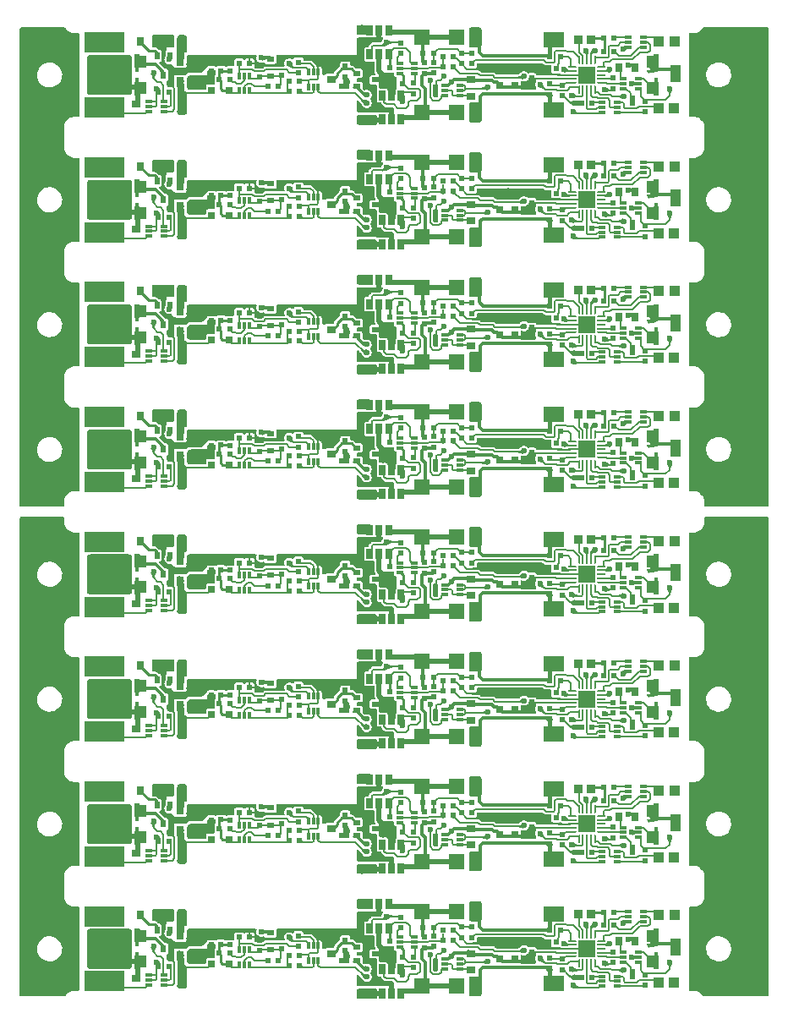
<source format=gtl>
G04 #@! TF.GenerationSoftware,KiCad,Pcbnew,7.0.7*
G04 #@! TF.CreationDate,2023-09-19T00:26:08+09:00*
G04 #@! TF.ProjectId,motordecoder2-k3066v3-p,6d6f746f-7264-4656-936f-646572322d6b,rev?*
G04 #@! TF.SameCoordinates,Original*
G04 #@! TF.FileFunction,Copper,L1,Top*
G04 #@! TF.FilePolarity,Positive*
%FSLAX46Y46*%
G04 Gerber Fmt 4.6, Leading zero omitted, Abs format (unit mm)*
G04 Created by KiCad (PCBNEW 7.0.7) date 2023-09-19 00:26:08*
%MOMM*%
%LPD*%
G01*
G04 APERTURE LIST*
G04 Aperture macros list*
%AMRoundRect*
0 Rectangle with rounded corners*
0 $1 Rounding radius*
0 $2 $3 $4 $5 $6 $7 $8 $9 X,Y pos of 4 corners*
0 Add a 4 corners polygon primitive as box body*
4,1,4,$2,$3,$4,$5,$6,$7,$8,$9,$2,$3,0*
0 Add four circle primitives for the rounded corners*
1,1,$1+$1,$2,$3*
1,1,$1+$1,$4,$5*
1,1,$1+$1,$6,$7*
1,1,$1+$1,$8,$9*
0 Add four rect primitives between the rounded corners*
20,1,$1+$1,$2,$3,$4,$5,0*
20,1,$1+$1,$4,$5,$6,$7,0*
20,1,$1+$1,$6,$7,$8,$9,0*
20,1,$1+$1,$8,$9,$2,$3,0*%
%AMFreePoly0*
4,1,14,0.334644,0.085355,0.385355,0.034644,0.400000,-0.000711,0.400000,-0.050000,0.385355,-0.085355,0.350000,-0.100000,-0.350000,-0.100000,-0.385355,-0.085355,-0.400000,-0.050000,-0.400000,0.050000,-0.385355,0.085355,-0.350000,0.100000,0.299289,0.100000,0.334644,0.085355,0.334644,0.085355,$1*%
%AMFreePoly1*
4,1,14,0.385355,0.085355,0.400000,0.050000,0.400000,0.000711,0.385355,-0.034644,0.334644,-0.085355,0.299289,-0.100000,-0.350000,-0.100000,-0.385355,-0.085355,-0.400000,-0.050000,-0.400000,0.050000,-0.385355,0.085355,-0.350000,0.100000,0.350000,0.100000,0.385355,0.085355,0.385355,0.085355,$1*%
%AMFreePoly2*
4,1,14,0.085355,0.385355,0.100000,0.350000,0.100000,-0.350000,0.085355,-0.385355,0.050000,-0.400000,-0.050000,-0.400000,-0.085355,-0.385355,-0.100000,-0.350000,-0.100000,0.299289,-0.085355,0.334644,-0.034644,0.385355,0.000711,0.400000,0.050000,0.400000,0.085355,0.385355,0.085355,0.385355,$1*%
%AMFreePoly3*
4,1,14,0.034644,0.385355,0.085355,0.334644,0.100000,0.299289,0.100000,-0.350000,0.085355,-0.385355,0.050000,-0.400000,-0.050000,-0.400000,-0.085355,-0.385355,-0.100000,-0.350000,-0.100000,0.350000,-0.085355,0.385355,-0.050000,0.400000,-0.000711,0.400000,0.034644,0.385355,0.034644,0.385355,$1*%
%AMFreePoly4*
4,1,14,0.385355,0.085355,0.400000,0.050000,0.400000,-0.050000,0.385355,-0.085355,0.350000,-0.100000,-0.299289,-0.100000,-0.334644,-0.085355,-0.385355,-0.034644,-0.400000,0.000711,-0.400000,0.050000,-0.385355,0.085355,-0.350000,0.100000,0.350000,0.100000,0.385355,0.085355,0.385355,0.085355,$1*%
%AMFreePoly5*
4,1,14,0.385355,0.085355,0.400000,0.050000,0.400000,-0.050000,0.385355,-0.085355,0.350000,-0.100000,-0.350000,-0.100000,-0.385355,-0.085355,-0.400000,-0.050000,-0.400000,-0.000711,-0.385355,0.034644,-0.334644,0.085355,-0.299289,0.100000,0.350000,0.100000,0.385355,0.085355,0.385355,0.085355,$1*%
%AMFreePoly6*
4,1,14,0.085355,0.385355,0.100000,0.350000,0.100000,-0.299289,0.085355,-0.334644,0.034644,-0.385355,-0.000711,-0.400000,-0.050000,-0.400000,-0.085355,-0.385355,-0.100000,-0.350000,-0.100000,0.350000,-0.085355,0.385355,-0.050000,0.400000,0.050000,0.400000,0.085355,0.385355,0.085355,0.385355,$1*%
%AMFreePoly7*
4,1,14,0.085355,0.385355,0.100000,0.350000,0.100000,-0.350000,0.085355,-0.385355,0.050000,-0.400000,0.000711,-0.400000,-0.034644,-0.385355,-0.085355,-0.334644,-0.100000,-0.299289,-0.100000,0.350000,-0.085355,0.385355,-0.050000,0.400000,0.050000,0.400000,0.085355,0.385355,0.085355,0.385355,$1*%
G04 Aperture macros list end*
G04 #@! TA.AperFunction,SMDPad,CuDef*
%ADD10R,1.000000X1.800000*%
G04 #@! TD*
G04 #@! TA.AperFunction,ComponentPad*
%ADD11R,1.500000X1.500000*%
G04 #@! TD*
G04 #@! TA.AperFunction,ComponentPad*
%ADD12R,0.950000X0.950000*%
G04 #@! TD*
G04 #@! TA.AperFunction,SMDPad,CuDef*
%ADD13R,0.700000X1.000000*%
G04 #@! TD*
G04 #@! TA.AperFunction,SMDPad,CuDef*
%ADD14R,0.700000X0.300000*%
G04 #@! TD*
G04 #@! TA.AperFunction,SMDPad,CuDef*
%ADD15R,0.300000X0.700000*%
G04 #@! TD*
G04 #@! TA.AperFunction,SMDPad,CuDef*
%ADD16R,0.650000X0.900000*%
G04 #@! TD*
G04 #@! TA.AperFunction,SMDPad,CuDef*
%ADD17R,0.600000X0.550000*%
G04 #@! TD*
G04 #@! TA.AperFunction,SMDPad,CuDef*
%ADD18R,0.550000X0.600000*%
G04 #@! TD*
G04 #@! TA.AperFunction,ComponentPad*
%ADD19R,2.000000X1.500000*%
G04 #@! TD*
G04 #@! TA.AperFunction,SMDPad,CuDef*
%ADD20R,0.500000X0.550000*%
G04 #@! TD*
G04 #@! TA.AperFunction,SMDPad,CuDef*
%ADD21R,0.900000X0.800000*%
G04 #@! TD*
G04 #@! TA.AperFunction,SMDPad,CuDef*
%ADD22R,0.800000X0.500000*%
G04 #@! TD*
G04 #@! TA.AperFunction,SMDPad,CuDef*
%ADD23R,0.800000X0.800000*%
G04 #@! TD*
G04 #@! TA.AperFunction,ComponentPad*
%ADD24R,1.000000X1.000000*%
G04 #@! TD*
G04 #@! TA.AperFunction,SMDPad,CuDef*
%ADD25R,0.600000X1.000000*%
G04 #@! TD*
G04 #@! TA.AperFunction,SMDPad,CuDef*
%ADD26R,0.700000X0.800000*%
G04 #@! TD*
G04 #@! TA.AperFunction,ComponentPad*
%ADD27R,2.000000X2.000000*%
G04 #@! TD*
G04 #@! TA.AperFunction,SMDPad,CuDef*
%ADD28R,0.800000X0.600000*%
G04 #@! TD*
G04 #@! TA.AperFunction,SMDPad,CuDef*
%ADD29R,1.000000X0.600000*%
G04 #@! TD*
G04 #@! TA.AperFunction,SMDPad,CuDef*
%ADD30R,0.900000X0.700000*%
G04 #@! TD*
G04 #@! TA.AperFunction,SMDPad,CuDef*
%ADD31R,0.500000X0.800000*%
G04 #@! TD*
G04 #@! TA.AperFunction,SMDPad,CuDef*
%ADD32R,0.900000X0.650000*%
G04 #@! TD*
G04 #@! TA.AperFunction,SMDPad,CuDef*
%ADD33R,1.200000X0.900000*%
G04 #@! TD*
G04 #@! TA.AperFunction,SMDPad,CuDef*
%ADD34R,0.800000X0.900000*%
G04 #@! TD*
G04 #@! TA.AperFunction,SMDPad,CuDef*
%ADD35FreePoly0,0.000000*%
G04 #@! TD*
G04 #@! TA.AperFunction,SMDPad,CuDef*
%ADD36RoundRect,0.050000X-0.350000X-0.050000X0.350000X-0.050000X0.350000X0.050000X-0.350000X0.050000X0*%
G04 #@! TD*
G04 #@! TA.AperFunction,SMDPad,CuDef*
%ADD37FreePoly1,0.000000*%
G04 #@! TD*
G04 #@! TA.AperFunction,SMDPad,CuDef*
%ADD38FreePoly2,0.000000*%
G04 #@! TD*
G04 #@! TA.AperFunction,SMDPad,CuDef*
%ADD39RoundRect,0.050000X-0.050000X-0.350000X0.050000X-0.350000X0.050000X0.350000X-0.050000X0.350000X0*%
G04 #@! TD*
G04 #@! TA.AperFunction,SMDPad,CuDef*
%ADD40FreePoly3,0.000000*%
G04 #@! TD*
G04 #@! TA.AperFunction,SMDPad,CuDef*
%ADD41FreePoly4,0.000000*%
G04 #@! TD*
G04 #@! TA.AperFunction,SMDPad,CuDef*
%ADD42FreePoly5,0.000000*%
G04 #@! TD*
G04 #@! TA.AperFunction,SMDPad,CuDef*
%ADD43FreePoly6,0.000000*%
G04 #@! TD*
G04 #@! TA.AperFunction,SMDPad,CuDef*
%ADD44FreePoly7,0.000000*%
G04 #@! TD*
G04 #@! TA.AperFunction,SMDPad,CuDef*
%ADD45R,1.700000X1.700000*%
G04 #@! TD*
G04 #@! TA.AperFunction,SMDPad,CuDef*
%ADD46R,0.500000X1.450000*%
G04 #@! TD*
G04 #@! TA.AperFunction,SMDPad,CuDef*
%ADD47R,0.750000X1.300000*%
G04 #@! TD*
G04 #@! TA.AperFunction,SMDPad,CuDef*
%ADD48R,0.300000X0.500000*%
G04 #@! TD*
G04 #@! TA.AperFunction,ViaPad*
%ADD49C,1.000000*%
G04 #@! TD*
G04 #@! TA.AperFunction,ViaPad*
%ADD50C,0.800000*%
G04 #@! TD*
G04 #@! TA.AperFunction,ViaPad*
%ADD51C,0.600000*%
G04 #@! TD*
G04 #@! TA.AperFunction,Conductor*
%ADD52C,0.500000*%
G04 #@! TD*
G04 #@! TA.AperFunction,Conductor*
%ADD53C,0.300000*%
G04 #@! TD*
G04 #@! TA.AperFunction,Conductor*
%ADD54C,0.400000*%
G04 #@! TD*
G04 #@! TA.AperFunction,Conductor*
%ADD55C,0.180000*%
G04 #@! TD*
G04 #@! TA.AperFunction,Conductor*
%ADD56C,0.200000*%
G04 #@! TD*
G04 #@! TA.AperFunction,Conductor*
%ADD57C,0.250000*%
G04 #@! TD*
G04 #@! TA.AperFunction,Conductor*
%ADD58C,0.170000*%
G04 #@! TD*
G04 APERTURE END LIST*
D10*
X177200000Y-48850000D03*
D11*
X151750000Y-45250000D03*
X155250000Y-45250000D03*
X151750000Y-52750000D03*
X155250000Y-52750000D03*
D12*
X167465000Y-45500000D03*
X168735000Y-45500000D03*
D13*
X146550000Y-46950000D03*
X147500000Y-46950000D03*
X148450000Y-46950000D03*
X148450000Y-44550000D03*
X147500000Y-44550000D03*
X146550000Y-44550000D03*
X149700000Y-51050000D03*
X148750000Y-51050000D03*
X147800000Y-51050000D03*
X147800000Y-53450000D03*
X148750000Y-53450000D03*
X149700000Y-53450000D03*
D14*
X149550000Y-47850000D03*
X149550000Y-48350000D03*
X149550000Y-48850000D03*
X151050000Y-48850000D03*
X151050000Y-48350000D03*
X151050000Y-47850000D03*
X154050000Y-50050000D03*
X154050000Y-50550000D03*
X154050000Y-51050000D03*
X155550000Y-51050000D03*
X155550000Y-50550000D03*
X155550000Y-50050000D03*
D15*
X133500000Y-50600000D03*
X134000000Y-50600000D03*
X134500000Y-50600000D03*
X134500000Y-49100000D03*
X134000000Y-49100000D03*
X133500000Y-49100000D03*
D16*
X171475000Y-48250000D03*
X173125000Y-48250000D03*
D17*
X135500000Y-49175000D03*
X135500000Y-48125000D03*
X139400000Y-47725000D03*
X139400000Y-48775000D03*
D18*
X138475000Y-49650000D03*
X139525000Y-49650000D03*
X139525000Y-50650000D03*
X138475000Y-50650000D03*
X153875000Y-47150000D03*
X154925000Y-47150000D03*
D19*
X165000000Y-45500000D03*
X165000000Y-52500000D03*
D20*
X130700000Y-48600000D03*
X130700000Y-47500000D03*
X162800000Y-49300000D03*
X162800000Y-48200000D03*
X152000000Y-47800000D03*
X152000000Y-48900000D03*
X137700000Y-49000000D03*
X137700000Y-47900000D03*
X132600000Y-48600000D03*
X132600000Y-47500000D03*
D21*
X142700000Y-49500000D03*
X142700000Y-47400000D03*
D22*
X145250000Y-48850000D03*
X145250000Y-50150000D03*
X147150000Y-49500000D03*
D23*
X159600000Y-50025000D03*
X159600000Y-48475000D03*
D14*
X173950000Y-46250000D03*
X173950000Y-45750000D03*
X173950000Y-45250000D03*
X172450000Y-45250000D03*
X172450000Y-45750000D03*
X172450000Y-46250000D03*
D17*
X174100000Y-52675000D03*
X174100000Y-51625000D03*
D18*
X168825000Y-51850000D03*
X167775000Y-51850000D03*
X171025000Y-45350000D03*
X169975000Y-45350000D03*
D24*
X177000000Y-52350000D03*
X175500000Y-52350000D03*
X177100000Y-45650000D03*
X175500000Y-45650000D03*
D17*
X164600000Y-50975000D03*
X164600000Y-49925000D03*
D14*
X171950000Y-49350000D03*
X171950000Y-49850000D03*
X171950000Y-50350000D03*
X173450000Y-50350000D03*
X173450000Y-49850000D03*
X173450000Y-49350000D03*
X171350000Y-52750000D03*
X171350000Y-52250000D03*
X171350000Y-51750000D03*
X169850000Y-51750000D03*
X169850000Y-52250000D03*
X169850000Y-52750000D03*
D17*
X170900000Y-50375000D03*
X170900000Y-49325000D03*
D18*
X171025000Y-46650000D03*
X169975000Y-46650000D03*
D25*
X172900000Y-51550000D03*
D26*
X161100000Y-50025000D03*
X161100000Y-48475000D03*
D27*
X121000000Y-45750000D03*
X119000000Y-45750000D03*
X121000000Y-52250000D03*
X119000000Y-52250000D03*
D28*
X136600000Y-49100000D03*
X136600000Y-47400000D03*
D29*
X162300000Y-50150000D03*
D17*
X131650000Y-48575000D03*
X131650000Y-47525000D03*
D15*
X141400000Y-48700000D03*
X140900000Y-48700000D03*
X140400000Y-48700000D03*
X140400000Y-50200000D03*
X140900000Y-50200000D03*
X141400000Y-50200000D03*
D25*
X126500000Y-45550000D03*
D18*
X165225000Y-48350000D03*
X164175000Y-48350000D03*
D17*
X165800000Y-50025000D03*
X165800000Y-51075000D03*
D18*
X164575000Y-47150000D03*
X165625000Y-47150000D03*
D30*
X158250000Y-48250000D03*
D31*
X126550000Y-47100000D03*
X125250000Y-47100000D03*
X125900000Y-49000000D03*
D18*
X152925000Y-46850000D03*
X151875000Y-46850000D03*
D17*
X153000000Y-47725000D03*
X153000000Y-48775000D03*
X155800000Y-46825000D03*
X155800000Y-47875000D03*
X156800000Y-47875000D03*
X156800000Y-46825000D03*
D18*
X154925000Y-48150000D03*
X153875000Y-48150000D03*
X147475000Y-48250000D03*
X148525000Y-48250000D03*
X148775000Y-49850000D03*
X149825000Y-49850000D03*
D17*
X149700000Y-46875000D03*
X149700000Y-45825000D03*
X150900000Y-49825000D03*
X150900000Y-50875000D03*
D32*
X156700000Y-51125000D03*
X156700000Y-49475000D03*
D17*
X144100000Y-49175000D03*
X144100000Y-48125000D03*
D18*
X136375000Y-50150000D03*
X137425000Y-50150000D03*
X132525000Y-49450000D03*
X131475000Y-49450000D03*
X125375000Y-50750000D03*
X126425000Y-50750000D03*
D33*
X129400000Y-47650000D03*
D34*
X127600000Y-47650000D03*
X127600000Y-49650000D03*
X129600000Y-49650000D03*
D14*
X124450000Y-51650000D03*
X124450000Y-52150000D03*
X124450000Y-52650000D03*
X125950000Y-52650000D03*
X125950000Y-52150000D03*
X125950000Y-51650000D03*
D26*
X132500000Y-50550000D03*
X130700000Y-50550000D03*
D16*
X123575000Y-45650000D03*
X125225000Y-45650000D03*
D18*
X133475000Y-47850000D03*
X134525000Y-47850000D03*
D35*
X166850000Y-48200000D03*
D36*
X166850000Y-48600000D03*
X166850000Y-49000000D03*
X166850000Y-49400000D03*
D37*
X166850000Y-49800000D03*
D38*
X167500000Y-50450000D03*
D39*
X167900000Y-50450000D03*
X168300000Y-50450000D03*
X168700000Y-50450000D03*
D40*
X169100000Y-50450000D03*
D41*
X169750000Y-49800000D03*
D36*
X169750000Y-49400000D03*
X169750000Y-49000000D03*
X169750000Y-48600000D03*
D42*
X169750000Y-48200000D03*
D43*
X169100000Y-47550000D03*
D39*
X168700000Y-47550000D03*
X168300000Y-47550000D03*
X167900000Y-47550000D03*
D44*
X167500000Y-47550000D03*
D45*
X168300000Y-49000000D03*
D30*
X123200000Y-51950000D03*
D46*
X123250000Y-47625000D03*
D47*
X123875000Y-47700000D03*
D48*
X123250000Y-48450000D03*
X123250000Y-49550000D03*
D47*
X123875000Y-50300000D03*
D46*
X123250000Y-50375000D03*
X175250000Y-50375000D03*
D47*
X174625000Y-50300000D03*
D48*
X175250000Y-49550000D03*
X175250000Y-48450000D03*
D47*
X174625000Y-47700000D03*
D46*
X175250000Y-47625000D03*
D29*
X144000000Y-50150000D03*
D20*
X132600000Y-73600000D03*
X132600000Y-72500000D03*
D22*
X145250000Y-98850000D03*
X145250000Y-100150000D03*
X147150000Y-99500000D03*
D28*
X136600000Y-111600000D03*
X136600000Y-109900000D03*
D22*
X145250000Y-123850000D03*
X145250000Y-125150000D03*
X147150000Y-124500000D03*
D18*
X147475000Y-98250000D03*
X148525000Y-98250000D03*
D17*
X155800000Y-71825000D03*
X155800000Y-72875000D03*
D14*
X124450000Y-101650000D03*
X124450000Y-102150000D03*
X124450000Y-102650000D03*
X125950000Y-102650000D03*
X125950000Y-102150000D03*
X125950000Y-101650000D03*
X173950000Y-58750000D03*
X173950000Y-58250000D03*
X173950000Y-57750000D03*
X172450000Y-57750000D03*
X172450000Y-58250000D03*
X172450000Y-58750000D03*
D33*
X129400000Y-85150000D03*
D34*
X127600000Y-85150000D03*
X127600000Y-87150000D03*
X129600000Y-87150000D03*
D14*
X149550000Y-97850000D03*
X149550000Y-98350000D03*
X149550000Y-98850000D03*
X151050000Y-98850000D03*
X151050000Y-98350000D03*
X151050000Y-97850000D03*
D17*
X135500000Y-99175000D03*
X135500000Y-98125000D03*
D19*
X165000000Y-58000000D03*
D17*
X150900000Y-87325000D03*
X150900000Y-88375000D03*
D19*
X165000000Y-83000000D03*
D14*
X171950000Y-136850000D03*
X171950000Y-137350000D03*
X171950000Y-137850000D03*
X173450000Y-137850000D03*
X173450000Y-137350000D03*
X173450000Y-136850000D03*
X124450000Y-139150000D03*
X124450000Y-139650000D03*
X124450000Y-140150000D03*
X125950000Y-140150000D03*
X125950000Y-139650000D03*
X125950000Y-139150000D03*
D17*
X170900000Y-87875000D03*
X170900000Y-86825000D03*
D23*
X159600000Y-87525000D03*
X159600000Y-85975000D03*
D14*
X124450000Y-114150000D03*
X124450000Y-114650000D03*
X124450000Y-115150000D03*
X125950000Y-115150000D03*
X125950000Y-114650000D03*
X125950000Y-114150000D03*
D17*
X135500000Y-124175000D03*
X135500000Y-123125000D03*
D26*
X132500000Y-75550000D03*
X130700000Y-75550000D03*
D17*
X144100000Y-61675000D03*
X144100000Y-60625000D03*
D30*
X158250000Y-110750000D03*
D19*
X165000000Y-95500000D03*
D21*
X142700000Y-99500000D03*
X142700000Y-97400000D03*
D14*
X154050000Y-100050000D03*
X154050000Y-100550000D03*
X154050000Y-101050000D03*
X155550000Y-101050000D03*
X155550000Y-100550000D03*
X155550000Y-100050000D03*
D18*
X164575000Y-122150000D03*
X165625000Y-122150000D03*
D24*
X175500000Y-95650000D03*
D14*
X173950000Y-121250000D03*
X173950000Y-120750000D03*
X173950000Y-120250000D03*
X172450000Y-120250000D03*
X172450000Y-120750000D03*
X172450000Y-121250000D03*
D20*
X132600000Y-86100000D03*
X132600000Y-85000000D03*
D17*
X150900000Y-137325000D03*
X150900000Y-138375000D03*
D24*
X177000000Y-102350000D03*
D15*
X141400000Y-136200000D03*
X140900000Y-136200000D03*
X140400000Y-136200000D03*
X140400000Y-137700000D03*
X140900000Y-137700000D03*
X141400000Y-137700000D03*
D17*
X135500000Y-74175000D03*
X135500000Y-73125000D03*
D25*
X126500000Y-120550000D03*
D30*
X158250000Y-135750000D03*
D18*
X165225000Y-110850000D03*
X164175000Y-110850000D03*
D16*
X123575000Y-95650000D03*
X125225000Y-95650000D03*
D18*
X168825000Y-101850000D03*
X167775000Y-101850000D03*
D16*
X123575000Y-120650000D03*
X125225000Y-120650000D03*
D11*
X151750000Y-65250000D03*
X155250000Y-65250000D03*
D18*
X148775000Y-124850000D03*
X149825000Y-124850000D03*
D35*
X166850000Y-135700000D03*
D36*
X166850000Y-136100000D03*
X166850000Y-136500000D03*
X166850000Y-136900000D03*
D37*
X166850000Y-137300000D03*
D38*
X167500000Y-137950000D03*
D39*
X167900000Y-137950000D03*
X168300000Y-137950000D03*
X168700000Y-137950000D03*
D40*
X169100000Y-137950000D03*
D41*
X169750000Y-137300000D03*
D36*
X169750000Y-136900000D03*
X169750000Y-136500000D03*
X169750000Y-136100000D03*
D42*
X169750000Y-135700000D03*
D43*
X169100000Y-135050000D03*
D39*
X168700000Y-135050000D03*
X168300000Y-135050000D03*
X167900000Y-135050000D03*
D44*
X167500000Y-135050000D03*
D45*
X168300000Y-136500000D03*
D18*
X148775000Y-112350000D03*
X149825000Y-112350000D03*
D19*
X165000000Y-65000000D03*
D11*
X151750000Y-140250000D03*
X155250000Y-140250000D03*
D35*
X166850000Y-98200000D03*
D36*
X166850000Y-98600000D03*
X166850000Y-99000000D03*
X166850000Y-99400000D03*
D37*
X166850000Y-99800000D03*
D38*
X167500000Y-100450000D03*
D39*
X167900000Y-100450000D03*
X168300000Y-100450000D03*
X168700000Y-100450000D03*
D40*
X169100000Y-100450000D03*
D41*
X169750000Y-99800000D03*
D36*
X169750000Y-99400000D03*
X169750000Y-99000000D03*
X169750000Y-98600000D03*
D42*
X169750000Y-98200000D03*
D43*
X169100000Y-97550000D03*
D39*
X168700000Y-97550000D03*
X168300000Y-97550000D03*
X167900000Y-97550000D03*
D44*
X167500000Y-97550000D03*
D45*
X168300000Y-99000000D03*
D32*
X156700000Y-101125000D03*
X156700000Y-99475000D03*
D18*
X165225000Y-73350000D03*
X164175000Y-73350000D03*
D15*
X141400000Y-98700000D03*
X140900000Y-98700000D03*
X140400000Y-98700000D03*
X140400000Y-100200000D03*
X140900000Y-100200000D03*
X141400000Y-100200000D03*
D17*
X149700000Y-121875000D03*
X149700000Y-120825000D03*
X131650000Y-123575000D03*
X131650000Y-122525000D03*
D30*
X158250000Y-60750000D03*
D14*
X154050000Y-75050000D03*
X154050000Y-75550000D03*
X154050000Y-76050000D03*
X155550000Y-76050000D03*
X155550000Y-75550000D03*
X155550000Y-75050000D03*
D30*
X158250000Y-73250000D03*
D18*
X147475000Y-135750000D03*
X148525000Y-135750000D03*
D11*
X151750000Y-115250000D03*
X155250000Y-115250000D03*
D20*
X162800000Y-86800000D03*
X162800000Y-85700000D03*
D24*
X177100000Y-70650000D03*
D11*
X151750000Y-127750000D03*
X155250000Y-127750000D03*
D18*
X154925000Y-110650000D03*
X153875000Y-110650000D03*
D23*
X159600000Y-62525000D03*
X159600000Y-60975000D03*
D24*
X177100000Y-133150000D03*
D17*
X174100000Y-102675000D03*
X174100000Y-101625000D03*
D18*
X133475000Y-97850000D03*
X134525000Y-97850000D03*
D10*
X177200000Y-111350000D03*
D14*
X149550000Y-72850000D03*
X149550000Y-73350000D03*
X149550000Y-73850000D03*
X151050000Y-73850000D03*
X151050000Y-73350000D03*
X151050000Y-72850000D03*
D17*
X165800000Y-75025000D03*
X165800000Y-76075000D03*
D29*
X144000000Y-137650000D03*
D18*
X152925000Y-71850000D03*
X151875000Y-71850000D03*
X152925000Y-84350000D03*
X151875000Y-84350000D03*
D17*
X164600000Y-113475000D03*
X164600000Y-112425000D03*
D14*
X171950000Y-86850000D03*
X171950000Y-87350000D03*
X171950000Y-87850000D03*
X173450000Y-87850000D03*
X173450000Y-87350000D03*
X173450000Y-86850000D03*
D33*
X129400000Y-60150000D03*
D34*
X127600000Y-60150000D03*
X127600000Y-62150000D03*
X129600000Y-62150000D03*
D28*
X136600000Y-99100000D03*
X136600000Y-97400000D03*
D18*
X136375000Y-125150000D03*
X137425000Y-125150000D03*
D33*
X129400000Y-122650000D03*
D34*
X127600000Y-122650000D03*
X127600000Y-124650000D03*
X129600000Y-124650000D03*
D24*
X175500000Y-127350000D03*
D10*
X177200000Y-98850000D03*
D15*
X133500000Y-138100000D03*
X134000000Y-138100000D03*
X134500000Y-138100000D03*
X134500000Y-136600000D03*
X134000000Y-136600000D03*
X133500000Y-136600000D03*
D29*
X144000000Y-62650000D03*
D11*
X151750000Y-82750000D03*
X155250000Y-82750000D03*
D17*
X144100000Y-86675000D03*
X144100000Y-85625000D03*
X174100000Y-127675000D03*
X174100000Y-126625000D03*
D21*
X142700000Y-124500000D03*
X142700000Y-122400000D03*
D27*
X121000000Y-127250000D03*
X119000000Y-127250000D03*
D17*
X153000000Y-72725000D03*
X153000000Y-73775000D03*
X131650000Y-73575000D03*
X131650000Y-72525000D03*
X164600000Y-75975000D03*
X164600000Y-74925000D03*
X174100000Y-90175000D03*
X174100000Y-89125000D03*
D18*
X154925000Y-98150000D03*
X153875000Y-98150000D03*
D24*
X175500000Y-64850000D03*
D25*
X126500000Y-58050000D03*
D27*
X121000000Y-133250000D03*
X119000000Y-133250000D03*
D17*
X155800000Y-96825000D03*
X155800000Y-97875000D03*
D20*
X130700000Y-136100000D03*
X130700000Y-135000000D03*
X162800000Y-99300000D03*
X162800000Y-98200000D03*
X137700000Y-74000000D03*
X137700000Y-72900000D03*
D14*
X171950000Y-74350000D03*
X171950000Y-74850000D03*
X171950000Y-75350000D03*
X173450000Y-75350000D03*
X173450000Y-74850000D03*
X173450000Y-74350000D03*
D18*
X171025000Y-109150000D03*
X169975000Y-109150000D03*
D12*
X167465000Y-70500000D03*
X168735000Y-70500000D03*
D24*
X175500000Y-114850000D03*
D18*
X136375000Y-112650000D03*
X137425000Y-112650000D03*
D10*
X177200000Y-123850000D03*
D32*
X156700000Y-126125000D03*
X156700000Y-124475000D03*
D28*
X136600000Y-86600000D03*
X136600000Y-84900000D03*
D29*
X144000000Y-112650000D03*
D15*
X141400000Y-123700000D03*
X140900000Y-123700000D03*
X140400000Y-123700000D03*
X140400000Y-125200000D03*
X140900000Y-125200000D03*
X141400000Y-125200000D03*
D18*
X165225000Y-135850000D03*
X164175000Y-135850000D03*
X125375000Y-100750000D03*
X126425000Y-100750000D03*
D14*
X171950000Y-124350000D03*
X171950000Y-124850000D03*
X171950000Y-125350000D03*
X173450000Y-125350000D03*
X173450000Y-124850000D03*
X173450000Y-124350000D03*
D23*
X159600000Y-100025000D03*
X159600000Y-98475000D03*
D14*
X124450000Y-126650000D03*
X124450000Y-127150000D03*
X124450000Y-127650000D03*
X125950000Y-127650000D03*
X125950000Y-127150000D03*
X125950000Y-126650000D03*
D21*
X142700000Y-137000000D03*
X142700000Y-134900000D03*
D17*
X156800000Y-85375000D03*
X156800000Y-84325000D03*
D14*
X124450000Y-89150000D03*
X124450000Y-89650000D03*
X124450000Y-90150000D03*
X125950000Y-90150000D03*
X125950000Y-89650000D03*
X125950000Y-89150000D03*
D15*
X133500000Y-88100000D03*
X134000000Y-88100000D03*
X134500000Y-88100000D03*
X134500000Y-86600000D03*
X134000000Y-86600000D03*
X133500000Y-86600000D03*
D35*
X166850000Y-110700000D03*
D36*
X166850000Y-111100000D03*
X166850000Y-111500000D03*
X166850000Y-111900000D03*
D37*
X166850000Y-112300000D03*
D38*
X167500000Y-112950000D03*
D39*
X167900000Y-112950000D03*
X168300000Y-112950000D03*
X168700000Y-112950000D03*
D40*
X169100000Y-112950000D03*
D41*
X169750000Y-112300000D03*
D36*
X169750000Y-111900000D03*
X169750000Y-111500000D03*
X169750000Y-111100000D03*
D42*
X169750000Y-110700000D03*
D43*
X169100000Y-110050000D03*
D39*
X168700000Y-110050000D03*
X168300000Y-110050000D03*
X167900000Y-110050000D03*
D44*
X167500000Y-110050000D03*
D45*
X168300000Y-111500000D03*
D16*
X123575000Y-108150000D03*
X125225000Y-108150000D03*
D24*
X175500000Y-102350000D03*
D20*
X130700000Y-86100000D03*
X130700000Y-85000000D03*
D16*
X171475000Y-135750000D03*
X173125000Y-135750000D03*
D13*
X149700000Y-101050000D03*
X148750000Y-101050000D03*
X147800000Y-101050000D03*
X147800000Y-103450000D03*
X148750000Y-103450000D03*
X149700000Y-103450000D03*
D14*
X149550000Y-85350000D03*
X149550000Y-85850000D03*
X149550000Y-86350000D03*
X151050000Y-86350000D03*
X151050000Y-85850000D03*
X151050000Y-85350000D03*
D35*
X166850000Y-60700000D03*
D36*
X166850000Y-61100000D03*
X166850000Y-61500000D03*
X166850000Y-61900000D03*
D37*
X166850000Y-62300000D03*
D38*
X167500000Y-62950000D03*
D39*
X167900000Y-62950000D03*
X168300000Y-62950000D03*
X168700000Y-62950000D03*
D40*
X169100000Y-62950000D03*
D41*
X169750000Y-62300000D03*
D36*
X169750000Y-61900000D03*
X169750000Y-61500000D03*
X169750000Y-61100000D03*
D42*
X169750000Y-60700000D03*
D43*
X169100000Y-60050000D03*
D39*
X168700000Y-60050000D03*
X168300000Y-60050000D03*
X167900000Y-60050000D03*
D44*
X167500000Y-60050000D03*
D45*
X168300000Y-61500000D03*
D18*
X168825000Y-64350000D03*
X167775000Y-64350000D03*
D26*
X132500000Y-138050000D03*
X130700000Y-138050000D03*
D14*
X154050000Y-62550000D03*
X154050000Y-63050000D03*
X154050000Y-63550000D03*
X155550000Y-63550000D03*
X155550000Y-63050000D03*
X155550000Y-62550000D03*
D17*
X155800000Y-134325000D03*
X155800000Y-135375000D03*
D20*
X152000000Y-110300000D03*
X152000000Y-111400000D03*
D16*
X123575000Y-58150000D03*
X125225000Y-58150000D03*
D14*
X171350000Y-77750000D03*
X171350000Y-77250000D03*
X171350000Y-76750000D03*
X169850000Y-76750000D03*
X169850000Y-77250000D03*
X169850000Y-77750000D03*
D46*
X123250000Y-97625000D03*
D47*
X123875000Y-97700000D03*
D48*
X123250000Y-98450000D03*
X123250000Y-99550000D03*
D47*
X123875000Y-100300000D03*
D46*
X123250000Y-100375000D03*
D20*
X130700000Y-123600000D03*
X130700000Y-122500000D03*
D18*
X147475000Y-110750000D03*
X148525000Y-110750000D03*
D14*
X171950000Y-111850000D03*
X171950000Y-112350000D03*
X171950000Y-112850000D03*
X173450000Y-112850000D03*
X173450000Y-112350000D03*
X173450000Y-111850000D03*
D46*
X175250000Y-112875000D03*
D47*
X174625000Y-112800000D03*
D48*
X175250000Y-112050000D03*
X175250000Y-110950000D03*
D47*
X174625000Y-110200000D03*
D46*
X175250000Y-110125000D03*
D27*
X121000000Y-120750000D03*
X119000000Y-120750000D03*
D17*
X131650000Y-111075000D03*
X131650000Y-110025000D03*
X174100000Y-115175000D03*
X174100000Y-114125000D03*
D18*
X171025000Y-120350000D03*
X169975000Y-120350000D03*
D17*
X174100000Y-65175000D03*
X174100000Y-64125000D03*
D30*
X123200000Y-101950000D03*
X158250000Y-98250000D03*
D23*
X159600000Y-75025000D03*
X159600000Y-73475000D03*
D15*
X133500000Y-63100000D03*
X134000000Y-63100000D03*
X134500000Y-63100000D03*
X134500000Y-61600000D03*
X134000000Y-61600000D03*
X133500000Y-61600000D03*
D20*
X152000000Y-97800000D03*
X152000000Y-98900000D03*
D24*
X177100000Y-58150000D03*
X177000000Y-89850000D03*
D18*
X125375000Y-63250000D03*
X126425000Y-63250000D03*
D13*
X146550000Y-96950000D03*
X147500000Y-96950000D03*
X148450000Y-96950000D03*
X148450000Y-94550000D03*
X147500000Y-94550000D03*
X146550000Y-94550000D03*
D18*
X168825000Y-139350000D03*
X167775000Y-139350000D03*
X125375000Y-138250000D03*
X126425000Y-138250000D03*
X152925000Y-59350000D03*
X151875000Y-59350000D03*
D27*
X121000000Y-108250000D03*
X119000000Y-108250000D03*
D14*
X171350000Y-115250000D03*
X171350000Y-114750000D03*
X171350000Y-114250000D03*
X169850000Y-114250000D03*
X169850000Y-114750000D03*
X169850000Y-115250000D03*
D11*
X151750000Y-120250000D03*
X155250000Y-120250000D03*
D20*
X132600000Y-136100000D03*
X132600000Y-135000000D03*
D25*
X172900000Y-101550000D03*
D18*
X133475000Y-72850000D03*
X134525000Y-72850000D03*
X139525000Y-75650000D03*
X138475000Y-75650000D03*
D32*
X156700000Y-88625000D03*
X156700000Y-86975000D03*
D18*
X171025000Y-59150000D03*
X169975000Y-59150000D03*
D13*
X149700000Y-138550000D03*
X148750000Y-138550000D03*
X147800000Y-138550000D03*
X147800000Y-140950000D03*
X148750000Y-140950000D03*
X149700000Y-140950000D03*
D25*
X126500000Y-95550000D03*
D17*
X153000000Y-135225000D03*
X153000000Y-136275000D03*
D14*
X154050000Y-125050000D03*
X154050000Y-125550000D03*
X154050000Y-126050000D03*
X155550000Y-126050000D03*
X155550000Y-125550000D03*
X155550000Y-125050000D03*
D15*
X133500000Y-75600000D03*
X134000000Y-75600000D03*
X134500000Y-75600000D03*
X134500000Y-74100000D03*
X134000000Y-74100000D03*
X133500000Y-74100000D03*
D18*
X125375000Y-75750000D03*
X126425000Y-75750000D03*
D23*
X159600000Y-112525000D03*
X159600000Y-110975000D03*
D17*
X156800000Y-122875000D03*
X156800000Y-121825000D03*
D31*
X126550000Y-97100000D03*
X125250000Y-97100000D03*
X125900000Y-99000000D03*
D18*
X153875000Y-97150000D03*
X154925000Y-97150000D03*
D17*
X153000000Y-110225000D03*
X153000000Y-111275000D03*
X149700000Y-96875000D03*
X149700000Y-95825000D03*
X144100000Y-136675000D03*
X144100000Y-135625000D03*
D30*
X123200000Y-64450000D03*
D17*
X153000000Y-85225000D03*
X153000000Y-86275000D03*
D24*
X175500000Y-139850000D03*
D11*
X151750000Y-77750000D03*
X155250000Y-77750000D03*
D18*
X148775000Y-62350000D03*
X149825000Y-62350000D03*
D16*
X171475000Y-60750000D03*
X173125000Y-60750000D03*
D18*
X138475000Y-62150000D03*
X139525000Y-62150000D03*
D31*
X126550000Y-109600000D03*
X125250000Y-109600000D03*
X125900000Y-111500000D03*
D16*
X171475000Y-85750000D03*
X173125000Y-85750000D03*
D18*
X139525000Y-113150000D03*
X138475000Y-113150000D03*
D30*
X158250000Y-85750000D03*
D17*
X165800000Y-125025000D03*
X165800000Y-126075000D03*
X165800000Y-62525000D03*
X165800000Y-63575000D03*
D18*
X168825000Y-114350000D03*
X167775000Y-114350000D03*
D29*
X162300000Y-125150000D03*
D32*
X156700000Y-76125000D03*
X156700000Y-74475000D03*
D22*
X145250000Y-61350000D03*
X145250000Y-62650000D03*
X147150000Y-62000000D03*
D14*
X149550000Y-60350000D03*
X149550000Y-60850000D03*
X149550000Y-61350000D03*
X151050000Y-61350000D03*
X151050000Y-60850000D03*
X151050000Y-60350000D03*
D17*
X149700000Y-109375000D03*
X149700000Y-108325000D03*
X149700000Y-59375000D03*
X149700000Y-58325000D03*
D25*
X172900000Y-76550000D03*
D14*
X154050000Y-112550000D03*
X154050000Y-113050000D03*
X154050000Y-113550000D03*
X155550000Y-113550000D03*
X155550000Y-113050000D03*
X155550000Y-112550000D03*
D12*
X167465000Y-108000000D03*
X168735000Y-108000000D03*
D17*
X150900000Y-124825000D03*
X150900000Y-125875000D03*
D18*
X154925000Y-85650000D03*
X153875000Y-85650000D03*
X164575000Y-72150000D03*
X165625000Y-72150000D03*
D17*
X150900000Y-74825000D03*
X150900000Y-75875000D03*
D24*
X177100000Y-95650000D03*
D26*
X161100000Y-137525000D03*
X161100000Y-135975000D03*
D17*
X135500000Y-111675000D03*
X135500000Y-110625000D03*
D13*
X149700000Y-88550000D03*
X148750000Y-88550000D03*
X147800000Y-88550000D03*
X147800000Y-90950000D03*
X148750000Y-90950000D03*
X149700000Y-90950000D03*
D18*
X125375000Y-125750000D03*
X126425000Y-125750000D03*
D16*
X171475000Y-73250000D03*
X173125000Y-73250000D03*
D28*
X136600000Y-124100000D03*
X136600000Y-122400000D03*
X136600000Y-74100000D03*
X136600000Y-72400000D03*
D18*
X136375000Y-87650000D03*
X137425000Y-87650000D03*
D17*
X165800000Y-87525000D03*
X165800000Y-88575000D03*
D12*
X167465000Y-83000000D03*
X168735000Y-83000000D03*
D20*
X132600000Y-123600000D03*
X132600000Y-122500000D03*
D18*
X138475000Y-112150000D03*
X139525000Y-112150000D03*
D17*
X155800000Y-121825000D03*
X155800000Y-122875000D03*
D46*
X175250000Y-87875000D03*
D47*
X174625000Y-87800000D03*
D48*
X175250000Y-87050000D03*
X175250000Y-85950000D03*
D47*
X174625000Y-85200000D03*
D46*
X175250000Y-85125000D03*
D14*
X173950000Y-133750000D03*
X173950000Y-133250000D03*
X173950000Y-132750000D03*
X172450000Y-132750000D03*
X172450000Y-133250000D03*
X172450000Y-133750000D03*
D15*
X141400000Y-86200000D03*
X140900000Y-86200000D03*
X140400000Y-86200000D03*
X140400000Y-87700000D03*
X140900000Y-87700000D03*
X141400000Y-87700000D03*
D29*
X162300000Y-100150000D03*
D17*
X144100000Y-111675000D03*
X144100000Y-110625000D03*
D29*
X162300000Y-137650000D03*
D11*
X151750000Y-90250000D03*
X155250000Y-90250000D03*
D18*
X171025000Y-134150000D03*
X169975000Y-134150000D03*
X139525000Y-138150000D03*
X138475000Y-138150000D03*
D46*
X123250000Y-110125000D03*
D47*
X123875000Y-110200000D03*
D48*
X123250000Y-110950000D03*
X123250000Y-112050000D03*
D47*
X123875000Y-112800000D03*
D46*
X123250000Y-112875000D03*
D24*
X175500000Y-120650000D03*
D21*
X142700000Y-87000000D03*
X142700000Y-84900000D03*
D13*
X149700000Y-76050000D03*
X148750000Y-76050000D03*
X147800000Y-76050000D03*
X147800000Y-78450000D03*
X148750000Y-78450000D03*
X149700000Y-78450000D03*
D14*
X149550000Y-122850000D03*
X149550000Y-123350000D03*
X149550000Y-123850000D03*
X151050000Y-123850000D03*
X151050000Y-123350000D03*
X151050000Y-122850000D03*
D17*
X150900000Y-62325000D03*
X150900000Y-63375000D03*
D21*
X142700000Y-74500000D03*
X142700000Y-72400000D03*
D15*
X141400000Y-111200000D03*
X140900000Y-111200000D03*
X140400000Y-111200000D03*
X140400000Y-112700000D03*
X140900000Y-112700000D03*
X141400000Y-112700000D03*
D22*
X145250000Y-73850000D03*
X145250000Y-75150000D03*
X147150000Y-74500000D03*
D14*
X171350000Y-127750000D03*
X171350000Y-127250000D03*
X171350000Y-126750000D03*
X169850000Y-126750000D03*
X169850000Y-127250000D03*
X169850000Y-127750000D03*
D18*
X147475000Y-85750000D03*
X148525000Y-85750000D03*
D14*
X154050000Y-137550000D03*
X154050000Y-138050000D03*
X154050000Y-138550000D03*
X155550000Y-138550000D03*
X155550000Y-138050000D03*
X155550000Y-137550000D03*
D13*
X149700000Y-113550000D03*
X148750000Y-113550000D03*
X147800000Y-113550000D03*
X147800000Y-115950000D03*
X148750000Y-115950000D03*
X149700000Y-115950000D03*
D17*
X139400000Y-97725000D03*
X139400000Y-98775000D03*
D18*
X168825000Y-126850000D03*
X167775000Y-126850000D03*
X139525000Y-125650000D03*
X138475000Y-125650000D03*
X147475000Y-73250000D03*
X148525000Y-73250000D03*
D21*
X142700000Y-112000000D03*
X142700000Y-109900000D03*
D14*
X171350000Y-65250000D03*
X171350000Y-64750000D03*
X171350000Y-64250000D03*
X169850000Y-64250000D03*
X169850000Y-64750000D03*
X169850000Y-65250000D03*
D17*
X170900000Y-75375000D03*
X170900000Y-74325000D03*
D28*
X136600000Y-61600000D03*
X136600000Y-59900000D03*
D25*
X172900000Y-126550000D03*
D17*
X156800000Y-135375000D03*
X156800000Y-134325000D03*
D26*
X132500000Y-63050000D03*
X130700000Y-63050000D03*
D46*
X123250000Y-72625000D03*
D47*
X123875000Y-72700000D03*
D48*
X123250000Y-73450000D03*
X123250000Y-74550000D03*
D47*
X123875000Y-75300000D03*
D46*
X123250000Y-75375000D03*
D27*
X121000000Y-83250000D03*
X119000000Y-83250000D03*
D14*
X171950000Y-61850000D03*
X171950000Y-62350000D03*
X171950000Y-62850000D03*
X173450000Y-62850000D03*
X173450000Y-62350000D03*
X173450000Y-61850000D03*
D18*
X148775000Y-137350000D03*
X149825000Y-137350000D03*
D20*
X162800000Y-111800000D03*
X162800000Y-110700000D03*
X152000000Y-85300000D03*
X152000000Y-86400000D03*
D17*
X131650000Y-98575000D03*
X131650000Y-97525000D03*
D20*
X137700000Y-136500000D03*
X137700000Y-135400000D03*
D18*
X138475000Y-124650000D03*
X139525000Y-124650000D03*
D17*
X174100000Y-140175000D03*
X174100000Y-139125000D03*
X164600000Y-63475000D03*
X164600000Y-62425000D03*
D18*
X171025000Y-82850000D03*
X169975000Y-82850000D03*
D17*
X144100000Y-124175000D03*
X144100000Y-123125000D03*
D13*
X146550000Y-84450000D03*
X147500000Y-84450000D03*
X148450000Y-84450000D03*
X148450000Y-82050000D03*
X147500000Y-82050000D03*
X146550000Y-82050000D03*
D26*
X132500000Y-125550000D03*
X130700000Y-125550000D03*
D17*
X149700000Y-134375000D03*
X149700000Y-133325000D03*
D24*
X177100000Y-108150000D03*
D20*
X137700000Y-124000000D03*
X137700000Y-122900000D03*
D18*
X153875000Y-134650000D03*
X154925000Y-134650000D03*
D17*
X164600000Y-125975000D03*
X164600000Y-124925000D03*
D18*
X136375000Y-75150000D03*
X137425000Y-75150000D03*
D16*
X123575000Y-133150000D03*
X125225000Y-133150000D03*
D18*
X165225000Y-98350000D03*
X164175000Y-98350000D03*
D24*
X177000000Y-114850000D03*
D33*
X129400000Y-135150000D03*
D34*
X127600000Y-135150000D03*
X127600000Y-137150000D03*
X129600000Y-137150000D03*
D31*
X126550000Y-72100000D03*
X125250000Y-72100000D03*
X125900000Y-74000000D03*
D18*
X165225000Y-85850000D03*
X164175000Y-85850000D03*
D14*
X124450000Y-76650000D03*
X124450000Y-77150000D03*
X124450000Y-77650000D03*
X125950000Y-77650000D03*
X125950000Y-77150000D03*
X125950000Y-76650000D03*
D30*
X158250000Y-123250000D03*
D31*
X126550000Y-122100000D03*
X125250000Y-122100000D03*
X125900000Y-124000000D03*
D32*
X156700000Y-63625000D03*
X156700000Y-61975000D03*
D17*
X131650000Y-61075000D03*
X131650000Y-60025000D03*
D18*
X164575000Y-84650000D03*
X165625000Y-84650000D03*
D25*
X172900000Y-139050000D03*
D18*
X171025000Y-95350000D03*
X169975000Y-95350000D03*
D10*
X177200000Y-73850000D03*
D17*
X149700000Y-84375000D03*
X149700000Y-83325000D03*
D18*
X139525000Y-100650000D03*
X138475000Y-100650000D03*
D29*
X144000000Y-100150000D03*
D17*
X139400000Y-122725000D03*
X139400000Y-123775000D03*
D18*
X154925000Y-73150000D03*
X153875000Y-73150000D03*
D32*
X156700000Y-113625000D03*
X156700000Y-111975000D03*
D18*
X125375000Y-88250000D03*
X126425000Y-88250000D03*
D14*
X171350000Y-140250000D03*
X171350000Y-139750000D03*
X171350000Y-139250000D03*
X169850000Y-139250000D03*
X169850000Y-139750000D03*
X169850000Y-140250000D03*
D18*
X171025000Y-70350000D03*
X169975000Y-70350000D03*
D20*
X162800000Y-136800000D03*
X162800000Y-135700000D03*
X152000000Y-72800000D03*
X152000000Y-73900000D03*
D16*
X123575000Y-70650000D03*
X125225000Y-70650000D03*
D17*
X153000000Y-122725000D03*
X153000000Y-123775000D03*
D18*
X138475000Y-74650000D03*
X139525000Y-74650000D03*
D17*
X174100000Y-77675000D03*
X174100000Y-76625000D03*
D33*
X129400000Y-110150000D03*
D34*
X127600000Y-110150000D03*
X127600000Y-112150000D03*
X129600000Y-112150000D03*
D25*
X126500000Y-108050000D03*
D18*
X136375000Y-100150000D03*
X137425000Y-100150000D03*
D27*
X121000000Y-77250000D03*
X119000000Y-77250000D03*
D17*
X139400000Y-110225000D03*
X139400000Y-111275000D03*
D24*
X175500000Y-133150000D03*
D46*
X123250000Y-135125000D03*
D47*
X123875000Y-135200000D03*
D48*
X123250000Y-135950000D03*
X123250000Y-137050000D03*
D47*
X123875000Y-137800000D03*
D46*
X123250000Y-137875000D03*
D17*
X150900000Y-99825000D03*
X150900000Y-100875000D03*
D20*
X162800000Y-61800000D03*
X162800000Y-60700000D03*
D27*
X121000000Y-139750000D03*
X119000000Y-139750000D03*
D11*
X151750000Y-70250000D03*
X155250000Y-70250000D03*
D18*
X147475000Y-123250000D03*
X148525000Y-123250000D03*
D17*
X165800000Y-100025000D03*
X165800000Y-101075000D03*
D46*
X123250000Y-122625000D03*
D47*
X123875000Y-122700000D03*
D48*
X123250000Y-123450000D03*
X123250000Y-124550000D03*
D47*
X123875000Y-125300000D03*
D46*
X123250000Y-125375000D03*
D18*
X171025000Y-71650000D03*
X169975000Y-71650000D03*
D24*
X177100000Y-120650000D03*
D18*
X136375000Y-137650000D03*
X137425000Y-137650000D03*
D11*
X151750000Y-57750000D03*
X155250000Y-57750000D03*
D19*
X165000000Y-115000000D03*
D18*
X132525000Y-61950000D03*
X131475000Y-61950000D03*
X152925000Y-96850000D03*
X151875000Y-96850000D03*
D24*
X177000000Y-64850000D03*
D20*
X130700000Y-111100000D03*
X130700000Y-110000000D03*
D13*
X146550000Y-134450000D03*
X147500000Y-134450000D03*
X148450000Y-134450000D03*
X148450000Y-132050000D03*
X147500000Y-132050000D03*
X146550000Y-132050000D03*
D24*
X175500000Y-108150000D03*
D29*
X144000000Y-87650000D03*
D17*
X144100000Y-99175000D03*
X144100000Y-98125000D03*
D18*
X136375000Y-62650000D03*
X137425000Y-62650000D03*
X148775000Y-99850000D03*
X149825000Y-99850000D03*
X132525000Y-99450000D03*
X131475000Y-99450000D03*
D29*
X144000000Y-125150000D03*
D17*
X149700000Y-71875000D03*
X149700000Y-70825000D03*
D27*
X121000000Y-70750000D03*
X119000000Y-70750000D03*
D18*
X152925000Y-134350000D03*
X151875000Y-134350000D03*
D14*
X173950000Y-83750000D03*
X173950000Y-83250000D03*
X173950000Y-82750000D03*
X172450000Y-82750000D03*
X172450000Y-83250000D03*
X172450000Y-83750000D03*
D30*
X123200000Y-139450000D03*
D17*
X164600000Y-138475000D03*
X164600000Y-137425000D03*
D20*
X162800000Y-74300000D03*
X162800000Y-73200000D03*
D25*
X126500000Y-133050000D03*
D18*
X153875000Y-122150000D03*
X154925000Y-122150000D03*
D17*
X153000000Y-97725000D03*
X153000000Y-98775000D03*
D19*
X165000000Y-127500000D03*
D14*
X171350000Y-90250000D03*
X171350000Y-89750000D03*
X171350000Y-89250000D03*
X169850000Y-89250000D03*
X169850000Y-89750000D03*
X169850000Y-90250000D03*
D20*
X137700000Y-61500000D03*
X137700000Y-60400000D03*
D24*
X175500000Y-89850000D03*
D30*
X123200000Y-126950000D03*
D27*
X121000000Y-102250000D03*
X119000000Y-102250000D03*
D22*
X145250000Y-86350000D03*
X145250000Y-87650000D03*
X147150000Y-87000000D03*
D13*
X146550000Y-59450000D03*
X147500000Y-59450000D03*
X148450000Y-59450000D03*
X148450000Y-57050000D03*
X147500000Y-57050000D03*
X146550000Y-57050000D03*
D18*
X138475000Y-137150000D03*
X139525000Y-137150000D03*
D17*
X156800000Y-97875000D03*
X156800000Y-96825000D03*
X155800000Y-84325000D03*
X155800000Y-85375000D03*
D18*
X133475000Y-60350000D03*
X134525000Y-60350000D03*
D24*
X175500000Y-83150000D03*
D46*
X175250000Y-100375000D03*
D47*
X174625000Y-100300000D03*
D48*
X175250000Y-99550000D03*
X175250000Y-98450000D03*
D47*
X174625000Y-97700000D03*
D46*
X175250000Y-97625000D03*
D33*
X129400000Y-97650000D03*
D34*
X127600000Y-97650000D03*
X127600000Y-99650000D03*
X129600000Y-99650000D03*
D18*
X168825000Y-76850000D03*
X167775000Y-76850000D03*
D17*
X170900000Y-112875000D03*
X170900000Y-111825000D03*
X150900000Y-112325000D03*
X150900000Y-113375000D03*
D16*
X171475000Y-110750000D03*
X173125000Y-110750000D03*
D17*
X155800000Y-109325000D03*
X155800000Y-110375000D03*
D18*
X132525000Y-124450000D03*
X131475000Y-124450000D03*
D29*
X162300000Y-87650000D03*
D25*
X126500000Y-70550000D03*
D14*
X149550000Y-110350000D03*
X149550000Y-110850000D03*
X149550000Y-111350000D03*
X151050000Y-111350000D03*
X151050000Y-110850000D03*
X151050000Y-110350000D03*
D26*
X161100000Y-87525000D03*
X161100000Y-85975000D03*
D12*
X167465000Y-120500000D03*
X168735000Y-120500000D03*
D17*
X139400000Y-60225000D03*
X139400000Y-61275000D03*
D10*
X177200000Y-136350000D03*
D18*
X133475000Y-122850000D03*
X134525000Y-122850000D03*
X168825000Y-89350000D03*
X167775000Y-89350000D03*
D17*
X156800000Y-110375000D03*
X156800000Y-109325000D03*
D18*
X133475000Y-135350000D03*
X134525000Y-135350000D03*
D46*
X123250000Y-85125000D03*
D47*
X123875000Y-85200000D03*
D48*
X123250000Y-85950000D03*
X123250000Y-87050000D03*
D47*
X123875000Y-87800000D03*
D46*
X123250000Y-87875000D03*
D29*
X162300000Y-62650000D03*
D17*
X139400000Y-135225000D03*
X139400000Y-136275000D03*
D16*
X123575000Y-83150000D03*
X125225000Y-83150000D03*
D24*
X177000000Y-127350000D03*
D18*
X153875000Y-84650000D03*
X154925000Y-84650000D03*
D35*
X166850000Y-123200000D03*
D36*
X166850000Y-123600000D03*
X166850000Y-124000000D03*
X166850000Y-124400000D03*
D37*
X166850000Y-124800000D03*
D38*
X167500000Y-125450000D03*
D39*
X167900000Y-125450000D03*
X168300000Y-125450000D03*
X168700000Y-125450000D03*
D40*
X169100000Y-125450000D03*
D41*
X169750000Y-124800000D03*
D36*
X169750000Y-124400000D03*
X169750000Y-124000000D03*
X169750000Y-123600000D03*
D42*
X169750000Y-123200000D03*
D43*
X169100000Y-122550000D03*
D39*
X168700000Y-122550000D03*
X168300000Y-122550000D03*
X167900000Y-122550000D03*
D44*
X167500000Y-122550000D03*
D45*
X168300000Y-124000000D03*
D20*
X130700000Y-98600000D03*
X130700000Y-97500000D03*
D19*
X165000000Y-90000000D03*
D13*
X149700000Y-63550000D03*
X148750000Y-63550000D03*
X147800000Y-63550000D03*
X147800000Y-65950000D03*
X148750000Y-65950000D03*
X149700000Y-65950000D03*
D31*
X126550000Y-134600000D03*
X125250000Y-134600000D03*
X125900000Y-136500000D03*
D25*
X172900000Y-89050000D03*
D26*
X161100000Y-62525000D03*
X161100000Y-60975000D03*
D30*
X123200000Y-76950000D03*
X123200000Y-114450000D03*
D46*
X175250000Y-75375000D03*
D47*
X174625000Y-75300000D03*
D48*
X175250000Y-74550000D03*
X175250000Y-73450000D03*
D47*
X174625000Y-72700000D03*
D46*
X175250000Y-72625000D03*
D24*
X175500000Y-58150000D03*
D19*
X165000000Y-120500000D03*
D17*
X155800000Y-59325000D03*
X155800000Y-60375000D03*
D13*
X146550000Y-121950000D03*
X147500000Y-121950000D03*
X148450000Y-121950000D03*
X148450000Y-119550000D03*
X147500000Y-119550000D03*
X146550000Y-119550000D03*
D19*
X165000000Y-77500000D03*
D18*
X132525000Y-74450000D03*
X131475000Y-74450000D03*
X171025000Y-84150000D03*
X169975000Y-84150000D03*
D14*
X171350000Y-102750000D03*
X171350000Y-102250000D03*
X171350000Y-101750000D03*
X169850000Y-101750000D03*
X169850000Y-102250000D03*
X169850000Y-102750000D03*
D22*
X145250000Y-111350000D03*
X145250000Y-112650000D03*
X147150000Y-112000000D03*
D18*
X132525000Y-111950000D03*
X131475000Y-111950000D03*
D20*
X152000000Y-135300000D03*
X152000000Y-136400000D03*
D17*
X131650000Y-86075000D03*
X131650000Y-85025000D03*
D18*
X164575000Y-59650000D03*
X165625000Y-59650000D03*
D17*
X165800000Y-112525000D03*
X165800000Y-113575000D03*
X170900000Y-125375000D03*
X170900000Y-124325000D03*
D18*
X153875000Y-59650000D03*
X154925000Y-59650000D03*
D19*
X165000000Y-108000000D03*
D18*
X165225000Y-60850000D03*
X164175000Y-60850000D03*
D19*
X165000000Y-70500000D03*
D13*
X146550000Y-71950000D03*
X147500000Y-71950000D03*
X148450000Y-71950000D03*
X148450000Y-69550000D03*
X147500000Y-69550000D03*
X146550000Y-69550000D03*
D18*
X154925000Y-60650000D03*
X153875000Y-60650000D03*
X147475000Y-60750000D03*
X148525000Y-60750000D03*
D35*
X166850000Y-85700000D03*
D36*
X166850000Y-86100000D03*
X166850000Y-86500000D03*
X166850000Y-86900000D03*
D37*
X166850000Y-87300000D03*
D38*
X167500000Y-87950000D03*
D39*
X167900000Y-87950000D03*
X168300000Y-87950000D03*
X168700000Y-87950000D03*
D40*
X169100000Y-87950000D03*
D41*
X169750000Y-87300000D03*
D36*
X169750000Y-86900000D03*
X169750000Y-86500000D03*
X169750000Y-86100000D03*
D42*
X169750000Y-85700000D03*
D43*
X169100000Y-85050000D03*
D39*
X168700000Y-85050000D03*
X168300000Y-85050000D03*
X167900000Y-85050000D03*
D44*
X167500000Y-85050000D03*
D45*
X168300000Y-86500000D03*
D24*
X175500000Y-77350000D03*
D46*
X175250000Y-125375000D03*
D47*
X174625000Y-125300000D03*
D48*
X175250000Y-124550000D03*
X175250000Y-123450000D03*
D47*
X174625000Y-122700000D03*
D46*
X175250000Y-122625000D03*
D20*
X137700000Y-99000000D03*
X137700000Y-97900000D03*
D23*
X159600000Y-125025000D03*
X159600000Y-123475000D03*
D18*
X138475000Y-99650000D03*
X139525000Y-99650000D03*
X164575000Y-97150000D03*
X165625000Y-97150000D03*
D17*
X165800000Y-137525000D03*
X165800000Y-138575000D03*
D21*
X142700000Y-62000000D03*
X142700000Y-59900000D03*
D18*
X133475000Y-85350000D03*
X134525000Y-85350000D03*
D19*
X165000000Y-102500000D03*
D26*
X161100000Y-75025000D03*
X161100000Y-73475000D03*
D17*
X153000000Y-60225000D03*
X153000000Y-61275000D03*
D18*
X171025000Y-96650000D03*
X169975000Y-96650000D03*
D11*
X151750000Y-107750000D03*
X155250000Y-107750000D03*
D33*
X129400000Y-72650000D03*
D34*
X127600000Y-72650000D03*
X127600000Y-74650000D03*
X129600000Y-74650000D03*
D24*
X177000000Y-77350000D03*
D26*
X132500000Y-88050000D03*
X130700000Y-88050000D03*
X161100000Y-100025000D03*
X161100000Y-98475000D03*
D24*
X177000000Y-139850000D03*
D16*
X171475000Y-123250000D03*
X173125000Y-123250000D03*
D26*
X161100000Y-112525000D03*
X161100000Y-110975000D03*
D17*
X139400000Y-72725000D03*
X139400000Y-73775000D03*
D28*
X136600000Y-136600000D03*
X136600000Y-134900000D03*
D18*
X139525000Y-88150000D03*
X138475000Y-88150000D03*
D17*
X170900000Y-137875000D03*
X170900000Y-136825000D03*
D18*
X132525000Y-136950000D03*
X131475000Y-136950000D03*
X153875000Y-72150000D03*
X154925000Y-72150000D03*
D31*
X126550000Y-84600000D03*
X125250000Y-84600000D03*
X125900000Y-86500000D03*
D13*
X149700000Y-126050000D03*
X148750000Y-126050000D03*
X147800000Y-126050000D03*
X147800000Y-128450000D03*
X148750000Y-128450000D03*
X149700000Y-128450000D03*
D14*
X173950000Y-108750000D03*
X173950000Y-108250000D03*
X173950000Y-107750000D03*
X172450000Y-107750000D03*
X172450000Y-108250000D03*
X172450000Y-108750000D03*
D27*
X121000000Y-114750000D03*
X119000000Y-114750000D03*
D18*
X152925000Y-109350000D03*
X151875000Y-109350000D03*
D17*
X164600000Y-100975000D03*
X164600000Y-99925000D03*
D10*
X177200000Y-86350000D03*
D20*
X152000000Y-122800000D03*
X152000000Y-123900000D03*
D14*
X124450000Y-64150000D03*
X124450000Y-64650000D03*
X124450000Y-65150000D03*
X125950000Y-65150000D03*
X125950000Y-64650000D03*
X125950000Y-64150000D03*
D30*
X123200000Y-89450000D03*
D15*
X141400000Y-61200000D03*
X140900000Y-61200000D03*
X140400000Y-61200000D03*
X140400000Y-62700000D03*
X140900000Y-62700000D03*
X141400000Y-62700000D03*
D26*
X132500000Y-100550000D03*
X130700000Y-100550000D03*
D18*
X171025000Y-107850000D03*
X169975000Y-107850000D03*
D17*
X156800000Y-60375000D03*
X156800000Y-59325000D03*
D14*
X149550000Y-135350000D03*
X149550000Y-135850000D03*
X149550000Y-136350000D03*
X151050000Y-136350000D03*
X151050000Y-135850000D03*
X151050000Y-135350000D03*
D12*
X167465000Y-133000000D03*
X168735000Y-133000000D03*
D17*
X139400000Y-85225000D03*
X139400000Y-86275000D03*
D20*
X130700000Y-73600000D03*
X130700000Y-72500000D03*
D29*
X162300000Y-75150000D03*
D32*
X156700000Y-138625000D03*
X156700000Y-136975000D03*
D26*
X132500000Y-113050000D03*
X130700000Y-113050000D03*
D17*
X131650000Y-136075000D03*
X131650000Y-135025000D03*
D14*
X173950000Y-96250000D03*
X173950000Y-95750000D03*
X173950000Y-95250000D03*
X172450000Y-95250000D03*
X172450000Y-95750000D03*
X172450000Y-96250000D03*
D18*
X171025000Y-132850000D03*
X169975000Y-132850000D03*
D14*
X173950000Y-71250000D03*
X173950000Y-70750000D03*
X173950000Y-70250000D03*
X172450000Y-70250000D03*
X172450000Y-70750000D03*
X172450000Y-71250000D03*
D20*
X132600000Y-61100000D03*
X132600000Y-60000000D03*
D18*
X154925000Y-135650000D03*
X153875000Y-135650000D03*
D25*
X126500000Y-83050000D03*
D20*
X137700000Y-111500000D03*
X137700000Y-110400000D03*
D46*
X175250000Y-62875000D03*
D47*
X174625000Y-62800000D03*
D48*
X175250000Y-62050000D03*
X175250000Y-60950000D03*
D47*
X174625000Y-60200000D03*
D46*
X175250000Y-60125000D03*
D17*
X170900000Y-100375000D03*
X170900000Y-99325000D03*
D18*
X153875000Y-109650000D03*
X154925000Y-109650000D03*
X152925000Y-121850000D03*
X151875000Y-121850000D03*
X148775000Y-74850000D03*
X149825000Y-74850000D03*
D46*
X123250000Y-60125000D03*
D47*
X123875000Y-60200000D03*
D48*
X123250000Y-60950000D03*
X123250000Y-62050000D03*
D47*
X123875000Y-62800000D03*
D46*
X123250000Y-62875000D03*
D20*
X162800000Y-124300000D03*
X162800000Y-123200000D03*
D12*
X167465000Y-95500000D03*
X168735000Y-95500000D03*
X167465000Y-58000000D03*
X168735000Y-58000000D03*
D17*
X144100000Y-74175000D03*
X144100000Y-73125000D03*
D18*
X132525000Y-86950000D03*
X131475000Y-86950000D03*
X125375000Y-113250000D03*
X126425000Y-113250000D03*
D19*
X165000000Y-140000000D03*
D27*
X121000000Y-58250000D03*
X119000000Y-58250000D03*
D29*
X144000000Y-75150000D03*
D17*
X135500000Y-86675000D03*
X135500000Y-85625000D03*
D25*
X172900000Y-64050000D03*
D11*
X151750000Y-102750000D03*
X155250000Y-102750000D03*
D24*
X177100000Y-83150000D03*
D14*
X154050000Y-87550000D03*
X154050000Y-88050000D03*
X154050000Y-88550000D03*
X155550000Y-88550000D03*
X155550000Y-88050000D03*
X155550000Y-87550000D03*
D18*
X138475000Y-87150000D03*
X139525000Y-87150000D03*
X165225000Y-123350000D03*
X164175000Y-123350000D03*
D20*
X132600000Y-98600000D03*
X132600000Y-97500000D03*
D27*
X121000000Y-89750000D03*
X119000000Y-89750000D03*
D18*
X164575000Y-134650000D03*
X165625000Y-134650000D03*
D17*
X135500000Y-136675000D03*
X135500000Y-135625000D03*
X156800000Y-72875000D03*
X156800000Y-71825000D03*
D23*
X159600000Y-137525000D03*
X159600000Y-135975000D03*
D24*
X175500000Y-70650000D03*
D31*
X126550000Y-59600000D03*
X125250000Y-59600000D03*
X125900000Y-61500000D03*
D18*
X171025000Y-57850000D03*
X169975000Y-57850000D03*
D14*
X171950000Y-99350000D03*
X171950000Y-99850000D03*
X171950000Y-100350000D03*
X173450000Y-100350000D03*
X173450000Y-99850000D03*
X173450000Y-99350000D03*
D27*
X121000000Y-64750000D03*
X119000000Y-64750000D03*
D15*
X141400000Y-73700000D03*
X140900000Y-73700000D03*
X140400000Y-73700000D03*
X140400000Y-75200000D03*
X140900000Y-75200000D03*
X141400000Y-75200000D03*
D18*
X171025000Y-121650000D03*
X169975000Y-121650000D03*
D16*
X171475000Y-98250000D03*
X173125000Y-98250000D03*
D11*
X151750000Y-132750000D03*
X155250000Y-132750000D03*
D18*
X164575000Y-109650000D03*
X165625000Y-109650000D03*
X154925000Y-123150000D03*
X153875000Y-123150000D03*
D25*
X172900000Y-114050000D03*
D18*
X139525000Y-63150000D03*
X138475000Y-63150000D03*
D11*
X151750000Y-95250000D03*
X155250000Y-95250000D03*
D17*
X170900000Y-62875000D03*
X170900000Y-61825000D03*
D46*
X175250000Y-137875000D03*
D47*
X174625000Y-137800000D03*
D48*
X175250000Y-137050000D03*
X175250000Y-135950000D03*
D47*
X174625000Y-135200000D03*
D46*
X175250000Y-135125000D03*
D10*
X177200000Y-61350000D03*
D15*
X133500000Y-125600000D03*
X134000000Y-125600000D03*
X134500000Y-125600000D03*
X134500000Y-124100000D03*
X134000000Y-124100000D03*
X133500000Y-124100000D03*
D20*
X130700000Y-61100000D03*
X130700000Y-60000000D03*
D35*
X166850000Y-73200000D03*
D36*
X166850000Y-73600000D03*
X166850000Y-74000000D03*
X166850000Y-74400000D03*
D37*
X166850000Y-74800000D03*
D38*
X167500000Y-75450000D03*
D39*
X167900000Y-75450000D03*
X168300000Y-75450000D03*
X168700000Y-75450000D03*
D40*
X169100000Y-75450000D03*
D41*
X169750000Y-74800000D03*
D36*
X169750000Y-74400000D03*
X169750000Y-74000000D03*
X169750000Y-73600000D03*
D42*
X169750000Y-73200000D03*
D43*
X169100000Y-72550000D03*
D39*
X168700000Y-72550000D03*
X168300000Y-72550000D03*
X167900000Y-72550000D03*
D44*
X167500000Y-72550000D03*
D45*
X168300000Y-74000000D03*
D17*
X135500000Y-61675000D03*
X135500000Y-60625000D03*
X164600000Y-88475000D03*
X164600000Y-87425000D03*
D15*
X133500000Y-113100000D03*
X134000000Y-113100000D03*
X134500000Y-113100000D03*
X134500000Y-111600000D03*
X134000000Y-111600000D03*
X133500000Y-111600000D03*
D20*
X132600000Y-111100000D03*
X132600000Y-110000000D03*
X152000000Y-60300000D03*
X152000000Y-61400000D03*
D29*
X162300000Y-112650000D03*
D18*
X133475000Y-110350000D03*
X134525000Y-110350000D03*
D20*
X137700000Y-86500000D03*
X137700000Y-85400000D03*
D19*
X165000000Y-133000000D03*
D15*
X133500000Y-100600000D03*
X134000000Y-100600000D03*
X134500000Y-100600000D03*
X134500000Y-99100000D03*
X134000000Y-99100000D03*
X133500000Y-99100000D03*
D22*
X145250000Y-136350000D03*
X145250000Y-137650000D03*
X147150000Y-137000000D03*
D26*
X161100000Y-125025000D03*
X161100000Y-123475000D03*
D13*
X146550000Y-109450000D03*
X147500000Y-109450000D03*
X148450000Y-109450000D03*
X148450000Y-107050000D03*
X147500000Y-107050000D03*
X146550000Y-107050000D03*
D27*
X121000000Y-95750000D03*
X119000000Y-95750000D03*
D18*
X148775000Y-87350000D03*
X149825000Y-87350000D03*
D49*
X145750000Y-69500000D03*
X145750000Y-132000000D03*
X145750000Y-82000000D03*
X145750000Y-94500000D03*
X145750000Y-57000000D03*
X145750000Y-119500000D03*
X145750000Y-107000000D03*
X145750000Y-44500000D03*
X145750000Y-141000000D03*
X145750000Y-53500000D03*
X145750000Y-66000000D03*
X145750000Y-91000000D03*
X145750000Y-116000000D03*
X145750000Y-78500000D03*
X145750000Y-103500000D03*
X145750000Y-128500000D03*
D50*
X127800000Y-45450000D03*
X127800000Y-46250000D03*
D51*
X124900000Y-61250000D03*
D50*
X157250000Y-45750000D03*
X157250000Y-70750000D03*
X157250000Y-83250000D03*
D51*
X124900000Y-86250000D03*
X135700000Y-47300000D03*
D50*
X127800000Y-132950000D03*
X127800000Y-95450000D03*
D51*
X135700000Y-134800000D03*
X124900000Y-73750000D03*
D50*
X127800000Y-120450000D03*
D51*
X135700000Y-72300000D03*
X135700000Y-84800000D03*
X124900000Y-111250000D03*
X124900000Y-136250000D03*
D50*
X157250000Y-58250000D03*
X127800000Y-133750000D03*
X127800000Y-96250000D03*
X127800000Y-57950000D03*
X127800000Y-58750000D03*
X157250000Y-95750000D03*
D51*
X135700000Y-109800000D03*
D50*
X127800000Y-83750000D03*
X127800000Y-70450000D03*
D51*
X124900000Y-123750000D03*
D50*
X157250000Y-133250000D03*
D51*
X124900000Y-48750000D03*
D50*
X127800000Y-108750000D03*
X127800000Y-71250000D03*
D51*
X135700000Y-59800000D03*
X135700000Y-122300000D03*
X135700000Y-97300000D03*
D50*
X127800000Y-121250000D03*
D51*
X124900000Y-98750000D03*
D50*
X127800000Y-107950000D03*
X127800000Y-82950000D03*
X157250000Y-120750000D03*
X157250000Y-108250000D03*
X127800000Y-52550000D03*
X127800000Y-51750000D03*
X127800000Y-89250000D03*
X127800000Y-102550000D03*
X127800000Y-115050000D03*
X157300000Y-89850000D03*
X157300000Y-64850000D03*
X157300000Y-127350000D03*
X157300000Y-114850000D03*
X127800000Y-65050000D03*
X127800000Y-64250000D03*
X157300000Y-139850000D03*
X127800000Y-101750000D03*
X157300000Y-77350000D03*
X127800000Y-139250000D03*
X127800000Y-76750000D03*
X157300000Y-102350000D03*
X127800000Y-114250000D03*
X127800000Y-140050000D03*
X127800000Y-127550000D03*
X127800000Y-77550000D03*
X127800000Y-126750000D03*
X127800000Y-90050000D03*
X157300000Y-52350000D03*
X130500000Y-49450000D03*
X147900000Y-49950000D03*
X147900000Y-49250000D03*
D51*
X148600000Y-49150000D03*
D49*
X128800000Y-49550000D03*
D50*
X122200000Y-49950000D03*
X121400000Y-112450000D03*
X121400000Y-49950000D03*
X122200000Y-112450000D03*
X147900000Y-74250000D03*
D51*
X174900000Y-123550000D03*
X154000000Y-49150000D03*
D50*
X121400000Y-62450000D03*
D51*
X174900000Y-61050000D03*
D50*
X122200000Y-74950000D03*
X121400000Y-87450000D03*
D49*
X128800000Y-62050000D03*
D51*
X154000000Y-111650000D03*
X148600000Y-74150000D03*
X154000000Y-124150000D03*
X148600000Y-61650000D03*
D50*
X130500000Y-86950000D03*
X147900000Y-137450000D03*
X130500000Y-111950000D03*
X121400000Y-124950000D03*
D49*
X128800000Y-137050000D03*
D50*
X122200000Y-124950000D03*
X147900000Y-62450000D03*
X130500000Y-124450000D03*
X147900000Y-87450000D03*
D51*
X144300000Y-74750000D03*
D50*
X130500000Y-99450000D03*
D51*
X154000000Y-74150000D03*
D50*
X147900000Y-74950000D03*
X130500000Y-61950000D03*
D51*
X144300000Y-87250000D03*
X148600000Y-99150000D03*
X144300000Y-112250000D03*
X174900000Y-86050000D03*
D49*
X128800000Y-74550000D03*
X128800000Y-124550000D03*
D51*
X174900000Y-98550000D03*
X148600000Y-111650000D03*
D50*
X147900000Y-86750000D03*
D51*
X144300000Y-49750000D03*
D50*
X147900000Y-112450000D03*
D51*
X174900000Y-73550000D03*
D50*
X130500000Y-136950000D03*
D51*
X154000000Y-86650000D03*
X154000000Y-99150000D03*
X148600000Y-124150000D03*
X144300000Y-124750000D03*
X144300000Y-99750000D03*
X174900000Y-111050000D03*
X148600000Y-86650000D03*
D50*
X121400000Y-99950000D03*
X122200000Y-62450000D03*
X121400000Y-74950000D03*
X147900000Y-111750000D03*
D51*
X154000000Y-61650000D03*
D49*
X128800000Y-87050000D03*
D51*
X154000000Y-136650000D03*
X144300000Y-137250000D03*
D50*
X121400000Y-137450000D03*
X122200000Y-137450000D03*
X147900000Y-136750000D03*
D51*
X148600000Y-136650000D03*
D50*
X130500000Y-74450000D03*
D49*
X128800000Y-112050000D03*
D50*
X147900000Y-124950000D03*
D51*
X174900000Y-48550000D03*
X174900000Y-136050000D03*
D50*
X147900000Y-61750000D03*
D49*
X128800000Y-99550000D03*
D51*
X144300000Y-62250000D03*
D50*
X147900000Y-99250000D03*
X122200000Y-99950000D03*
X122200000Y-87450000D03*
X147900000Y-124250000D03*
X147900000Y-99950000D03*
D51*
X132100000Y-47800000D03*
D50*
X142600000Y-48450000D03*
D51*
X130100000Y-47850000D03*
D50*
X128600000Y-47950000D03*
D51*
X168800000Y-49450000D03*
X167800000Y-48550000D03*
X172400000Y-98050000D03*
X167100000Y-64350000D03*
X157600000Y-48150000D03*
X176600000Y-62850000D03*
D50*
X160375000Y-73250000D03*
D51*
X172400000Y-123050000D03*
X168800000Y-99450000D03*
X158900000Y-85650000D03*
X168800000Y-86950000D03*
X167100000Y-126850000D03*
D50*
X128600000Y-135450000D03*
D51*
X167800000Y-98550000D03*
D50*
X160375000Y-48250000D03*
D51*
X157600000Y-98150000D03*
D50*
X146500000Y-135750000D03*
X128600000Y-60450000D03*
D51*
X168800000Y-74450000D03*
D50*
X160375000Y-123250000D03*
D51*
X158900000Y-48150000D03*
X130100000Y-135350000D03*
D50*
X128600000Y-110450000D03*
X142600000Y-60950000D03*
D51*
X167100000Y-51850000D03*
X126700000Y-135950000D03*
D50*
X142600000Y-73450000D03*
X146500000Y-123250000D03*
D51*
X130100000Y-110350000D03*
X172400000Y-48050000D03*
X130100000Y-85350000D03*
D50*
X160375000Y-85750000D03*
D51*
X167800000Y-136050000D03*
X167100000Y-139350000D03*
D50*
X128600000Y-72950000D03*
D51*
X167800000Y-73550000D03*
X176600000Y-137850000D03*
X157600000Y-85650000D03*
X158900000Y-98150000D03*
X167800000Y-61050000D03*
X132100000Y-122800000D03*
X176600000Y-50350000D03*
X126700000Y-98450000D03*
X158900000Y-60650000D03*
X167800000Y-111050000D03*
D50*
X142600000Y-110950000D03*
X146500000Y-110750000D03*
D51*
X132100000Y-135300000D03*
X168800000Y-111950000D03*
X157600000Y-60650000D03*
D50*
X160375000Y-60750000D03*
D51*
X172400000Y-73050000D03*
X130100000Y-97850000D03*
D50*
X146500000Y-73250000D03*
D51*
X158900000Y-110650000D03*
D50*
X142600000Y-85950000D03*
X160375000Y-98250000D03*
X146500000Y-85750000D03*
D51*
X126700000Y-123450000D03*
D50*
X142600000Y-98450000D03*
X142600000Y-135950000D03*
D51*
X167800000Y-86050000D03*
X168800000Y-61950000D03*
X176600000Y-112850000D03*
X132100000Y-110300000D03*
D50*
X160375000Y-110750000D03*
X128600000Y-97950000D03*
X146500000Y-98250000D03*
D51*
X126700000Y-60950000D03*
X172400000Y-135550000D03*
X172400000Y-110550000D03*
X158900000Y-123150000D03*
X130100000Y-72850000D03*
D50*
X128600000Y-122950000D03*
D51*
X167100000Y-114350000D03*
X157600000Y-110650000D03*
D50*
X160375000Y-135750000D03*
D51*
X168800000Y-136950000D03*
X176600000Y-75350000D03*
X130100000Y-60350000D03*
X172400000Y-60550000D03*
X126700000Y-85950000D03*
X126700000Y-110950000D03*
X176600000Y-87850000D03*
D50*
X146500000Y-48250000D03*
D51*
X167100000Y-89350000D03*
D50*
X128600000Y-85450000D03*
D51*
X157600000Y-73150000D03*
D50*
X146500000Y-60750000D03*
D51*
X126700000Y-73450000D03*
X157600000Y-135650000D03*
X158900000Y-135650000D03*
X126700000Y-48450000D03*
X130100000Y-122850000D03*
X176600000Y-125350000D03*
X176600000Y-100350000D03*
X132100000Y-72800000D03*
X168800000Y-124450000D03*
D50*
X142600000Y-123450000D03*
D51*
X158900000Y-73150000D03*
X132100000Y-97800000D03*
X157600000Y-123150000D03*
X167800000Y-123550000D03*
X172400000Y-85550000D03*
X167100000Y-101850000D03*
X132100000Y-85300000D03*
X132100000Y-60300000D03*
X167100000Y-76850000D03*
X154700000Y-49750000D03*
X146250000Y-75989997D03*
X154700000Y-99750000D03*
X154700000Y-124750000D03*
X146250000Y-125989997D03*
X154700000Y-137250000D03*
X146250000Y-50989997D03*
X154700000Y-87250000D03*
X146250000Y-113489997D03*
X154700000Y-112250000D03*
X146250000Y-138489997D03*
X146250000Y-63489997D03*
X146250000Y-88489997D03*
X154700000Y-74750000D03*
X154700000Y-62250000D03*
X146250000Y-100989997D03*
X166900000Y-127650000D03*
X166900000Y-140150000D03*
X166900000Y-115150000D03*
X166900000Y-52650000D03*
X166900000Y-65150000D03*
X166900000Y-102650000D03*
X166900000Y-77650000D03*
X166900000Y-90150000D03*
X171900000Y-83950000D03*
X171900000Y-133950000D03*
X171900000Y-121450000D03*
X171900000Y-96450000D03*
X171900000Y-71450000D03*
X171900000Y-46450000D03*
X171900000Y-58950000D03*
X171900000Y-108950000D03*
X148250000Y-70750000D03*
X168200000Y-71550000D03*
X168200000Y-59050000D03*
X168200000Y-84050000D03*
X148250000Y-120750000D03*
X148250000Y-45750000D03*
X148250000Y-95750000D03*
X148250000Y-58250000D03*
X148250000Y-108250000D03*
X148250000Y-83250000D03*
X168200000Y-121550000D03*
X168200000Y-96550000D03*
X168200000Y-46550000D03*
X148250000Y-133250000D03*
X168200000Y-109050000D03*
X168200000Y-134050000D03*
X149800000Y-51650000D03*
X149800000Y-76650000D03*
X166800000Y-138550000D03*
X166800000Y-63550000D03*
X166800000Y-126050000D03*
X166800000Y-88550000D03*
X149800000Y-114150000D03*
X166800000Y-76050000D03*
X149800000Y-89150000D03*
X149800000Y-64150000D03*
X166800000Y-101050000D03*
X149800000Y-101650000D03*
X149800000Y-126650000D03*
X166800000Y-113550000D03*
X166800000Y-51050000D03*
X149800000Y-139150000D03*
X152600000Y-49550000D03*
X125200000Y-50350000D03*
X125200000Y-62850000D03*
X125200000Y-100350000D03*
X125200000Y-75350000D03*
X152600000Y-112050000D03*
X152600000Y-124550000D03*
X125200000Y-87850000D03*
X152600000Y-137050000D03*
X152600000Y-74550000D03*
X152600000Y-99550000D03*
X152600000Y-87050000D03*
X125200000Y-137850000D03*
X125200000Y-112850000D03*
X152600000Y-62050000D03*
X125200000Y-125350000D03*
X146250000Y-89300000D03*
X163600000Y-124950000D03*
X163600000Y-137450000D03*
X146250000Y-139300000D03*
X163600000Y-112450000D03*
X163600000Y-87450000D03*
X146250000Y-101800000D03*
X163600000Y-62450000D03*
X146250000Y-64300000D03*
X146250000Y-51800000D03*
X146250000Y-114300000D03*
X163600000Y-74950000D03*
X163600000Y-99950000D03*
X146250000Y-126800000D03*
X163600000Y-49950000D03*
X146250000Y-76800000D03*
X138500000Y-47850000D03*
X169100000Y-134050000D03*
X169100000Y-59050000D03*
X169100000Y-109050000D03*
X169100000Y-121550000D03*
X138500000Y-122850000D03*
X138500000Y-110350000D03*
X169100000Y-46550000D03*
X138500000Y-135350000D03*
X138500000Y-85350000D03*
X138500000Y-72850000D03*
X169100000Y-71550000D03*
X138500000Y-97850000D03*
X138500000Y-60350000D03*
X169100000Y-84050000D03*
X169100000Y-96550000D03*
X170600000Y-85950000D03*
X170600000Y-60950000D03*
X162000000Y-86650000D03*
X162000000Y-136650000D03*
X162000000Y-124150000D03*
X162000000Y-99150000D03*
X170600000Y-110950000D03*
X162000000Y-61650000D03*
X170600000Y-73450000D03*
X170600000Y-135950000D03*
X162000000Y-74150000D03*
X170600000Y-123450000D03*
X162000000Y-111650000D03*
X162000000Y-49150000D03*
X170600000Y-48450000D03*
X170600000Y-98450000D03*
X126500000Y-72450000D03*
X166000000Y-60950000D03*
X166000000Y-73450000D03*
X126500000Y-97450000D03*
X126500000Y-122450000D03*
X166000000Y-85950000D03*
X166000000Y-123450000D03*
X126500000Y-109950000D03*
X126500000Y-84950000D03*
X126500000Y-134950000D03*
X126500000Y-59950000D03*
X166000000Y-135950000D03*
X166000000Y-98450000D03*
X126500000Y-47450000D03*
X166000000Y-110950000D03*
X166000000Y-48450000D03*
X172000000Y-138650000D03*
X172000000Y-63650000D03*
X172800000Y-112350000D03*
X172800000Y-99850000D03*
X172800000Y-62350000D03*
X172800000Y-87350000D03*
X172000000Y-88650000D03*
X172800000Y-137350000D03*
X172000000Y-113650000D03*
X172800000Y-74850000D03*
X172800000Y-49850000D03*
X172000000Y-51150000D03*
X172000000Y-126150000D03*
X172000000Y-76150000D03*
X172000000Y-101150000D03*
X172800000Y-124850000D03*
X158400000Y-50250000D03*
X158400000Y-125250000D03*
X170100000Y-125450000D03*
X170100000Y-137950000D03*
X158400000Y-112750000D03*
X170100000Y-62950000D03*
X170100000Y-50450000D03*
X158400000Y-137750000D03*
X158400000Y-87750000D03*
X158400000Y-62750000D03*
X170100000Y-100450000D03*
X170100000Y-112950000D03*
X158400000Y-75250000D03*
X158400000Y-100250000D03*
X170100000Y-75450000D03*
X170100000Y-87950000D03*
D52*
X154250000Y-107750000D02*
X153750000Y-107750000D01*
D53*
X151900000Y-72350000D02*
X151900000Y-70400000D01*
D52*
X154250000Y-45250000D02*
X153750000Y-45250000D01*
D53*
X151900000Y-134850000D02*
X151900000Y-135200000D01*
D54*
X145800000Y-107050000D02*
X145750000Y-107000000D01*
D53*
X151900000Y-95400000D02*
X151750000Y-95250000D01*
D52*
X153750000Y-132750000D02*
X153250000Y-132750000D01*
X153750000Y-70250000D02*
X153250000Y-70250000D01*
D53*
X151900000Y-47350000D02*
X151900000Y-45400000D01*
D52*
X146500000Y-132000000D02*
X146550000Y-132050000D01*
X148650000Y-119750000D02*
X148450000Y-119550000D01*
D53*
X151900000Y-132900000D02*
X151750000Y-132750000D01*
D52*
X154250000Y-82750000D02*
X153750000Y-82750000D01*
D53*
X151900000Y-84375000D02*
X151900000Y-84850000D01*
D52*
X152750000Y-45250000D02*
X151750000Y-45250000D01*
D53*
X151900000Y-59375000D02*
X151900000Y-59850000D01*
X151900000Y-59850000D02*
X151900000Y-57900000D01*
D52*
X154250000Y-132750000D02*
X153750000Y-132750000D01*
X153750000Y-82750000D02*
X153250000Y-82750000D01*
X152750000Y-70250000D02*
X151750000Y-70250000D01*
X145750000Y-94500000D02*
X146500000Y-94500000D01*
D53*
X151875000Y-121850000D02*
X151900000Y-121875000D01*
D52*
X154500000Y-132750000D02*
X154250000Y-132750000D01*
X146500000Y-94500000D02*
X146550000Y-94550000D01*
D53*
X151900000Y-45400000D02*
X151750000Y-45250000D01*
D52*
X150300000Y-119750000D02*
X148650000Y-119750000D01*
D53*
X151875000Y-46850000D02*
X151900000Y-46875000D01*
X154750000Y-83250000D02*
X155250000Y-82750000D01*
D52*
X148650000Y-132250000D02*
X148450000Y-132050000D01*
D53*
X154750000Y-108250000D02*
X155250000Y-107750000D01*
D52*
X151250000Y-57750000D02*
X151750000Y-57750000D01*
D53*
X151875000Y-96850000D02*
X151900000Y-96875000D01*
D52*
X145750000Y-44500000D02*
X146500000Y-44500000D01*
X145750000Y-119500000D02*
X146500000Y-119500000D01*
X153000000Y-132750000D02*
X152750000Y-132750000D01*
X152750000Y-82750000D02*
X151750000Y-82750000D01*
D53*
X151900000Y-121875000D02*
X151900000Y-122350000D01*
X151675000Y-132825000D02*
X151750000Y-132750000D01*
D52*
X146500000Y-107000000D02*
X146550000Y-107050000D01*
X148650000Y-82250000D02*
X148450000Y-82050000D01*
X155250000Y-95250000D02*
X154500000Y-95250000D01*
X155250000Y-57750000D02*
X154500000Y-57750000D01*
D53*
X155750000Y-120750000D02*
X155250000Y-120250000D01*
D52*
X151250000Y-132750000D02*
X151750000Y-132750000D01*
X153000000Y-57750000D02*
X152750000Y-57750000D01*
D54*
X145800000Y-119550000D02*
X145750000Y-119500000D01*
D52*
X153750000Y-120250000D02*
X153250000Y-120250000D01*
D53*
X151900000Y-96875000D02*
X151900000Y-97350000D01*
D52*
X152750000Y-120250000D02*
X151750000Y-120250000D01*
D53*
X151900000Y-71875000D02*
X151900000Y-72350000D01*
D52*
X148650000Y-44750000D02*
X148450000Y-44550000D01*
D53*
X151900000Y-72700000D02*
X152000000Y-72800000D01*
D52*
X153750000Y-95250000D02*
X153250000Y-95250000D01*
X153000000Y-70250000D02*
X152750000Y-70250000D01*
D53*
X151900000Y-120400000D02*
X151750000Y-120250000D01*
D54*
X145800000Y-82050000D02*
X145750000Y-82000000D01*
D52*
X152750000Y-95250000D02*
X151750000Y-95250000D01*
D53*
X151900000Y-97700000D02*
X152000000Y-97800000D01*
D52*
X155250000Y-107750000D02*
X154500000Y-107750000D01*
D53*
X151675000Y-70325000D02*
X151750000Y-70250000D01*
D52*
X155250000Y-120250000D02*
X154500000Y-120250000D01*
X153000000Y-45250000D02*
X152750000Y-45250000D01*
D53*
X154750000Y-120750000D02*
X155250000Y-120250000D01*
D52*
X153000000Y-95250000D02*
X152750000Y-95250000D01*
D53*
X155750000Y-95750000D02*
X155250000Y-95250000D01*
D52*
X155250000Y-70250000D02*
X154500000Y-70250000D01*
X154500000Y-70250000D02*
X154250000Y-70250000D01*
D54*
X145800000Y-94550000D02*
X145750000Y-94500000D01*
D52*
X153250000Y-95250000D02*
X153000000Y-95250000D01*
X145750000Y-107000000D02*
X146500000Y-107000000D01*
X154500000Y-82750000D02*
X154250000Y-82750000D01*
D53*
X151900000Y-109850000D02*
X151900000Y-107900000D01*
X151675000Y-82825000D02*
X151750000Y-82750000D01*
D52*
X151750000Y-132750000D02*
X151250000Y-132250000D01*
X151750000Y-95250000D02*
X151250000Y-94750000D01*
X148650000Y-69750000D02*
X148450000Y-69550000D01*
D53*
X151900000Y-60200000D02*
X152000000Y-60300000D01*
D52*
X150300000Y-107250000D02*
X148650000Y-107250000D01*
D53*
X151900000Y-84850000D02*
X151900000Y-85200000D01*
X151900000Y-85200000D02*
X152000000Y-85300000D01*
D52*
X154500000Y-57750000D02*
X154250000Y-57750000D01*
D54*
X145800000Y-44550000D02*
X145750000Y-44500000D01*
D53*
X154750000Y-95750000D02*
X155250000Y-95250000D01*
D52*
X153000000Y-120250000D02*
X152750000Y-120250000D01*
X151150000Y-107250000D02*
X150300000Y-107250000D01*
X151250000Y-45250000D02*
X151750000Y-45250000D01*
X153750000Y-107750000D02*
X153250000Y-107750000D01*
D53*
X151900000Y-134850000D02*
X151900000Y-132900000D01*
D52*
X151250000Y-82750000D02*
X151750000Y-82750000D01*
X146500000Y-82000000D02*
X146550000Y-82050000D01*
X150300000Y-69750000D02*
X148650000Y-69750000D01*
X151150000Y-132250000D02*
X150300000Y-132250000D01*
D54*
X145800000Y-132050000D02*
X145750000Y-132000000D01*
D53*
X151675000Y-120325000D02*
X151750000Y-120250000D01*
D52*
X145750000Y-82000000D02*
X146500000Y-82000000D01*
X148650000Y-107250000D02*
X148450000Y-107050000D01*
D53*
X151900000Y-135200000D02*
X152000000Y-135300000D01*
D54*
X145800000Y-57050000D02*
X145750000Y-57000000D01*
D52*
X151250000Y-95250000D02*
X151750000Y-95250000D01*
D54*
X145800000Y-69550000D02*
X145750000Y-69500000D01*
D52*
X145750000Y-57000000D02*
X146500000Y-57000000D01*
X155250000Y-82750000D02*
X154500000Y-82750000D01*
D53*
X151900000Y-109375000D02*
X151900000Y-109850000D01*
D52*
X151750000Y-45250000D02*
X151250000Y-44750000D01*
D53*
X151675000Y-95325000D02*
X151750000Y-95250000D01*
X151875000Y-109350000D02*
X151900000Y-109375000D01*
D52*
X154250000Y-120250000D02*
X153750000Y-120250000D01*
D53*
X151900000Y-82900000D02*
X151750000Y-82750000D01*
X151875000Y-71850000D02*
X151900000Y-71875000D01*
X154750000Y-58250000D02*
X155250000Y-57750000D01*
D52*
X151250000Y-70250000D02*
X151750000Y-70250000D01*
D53*
X155750000Y-133250000D02*
X155250000Y-132750000D01*
D52*
X153250000Y-120250000D02*
X153000000Y-120250000D01*
D53*
X155750000Y-70750000D02*
X155250000Y-70250000D01*
X151900000Y-97350000D02*
X151900000Y-95400000D01*
X151900000Y-47350000D02*
X151900000Y-47700000D01*
D52*
X153250000Y-57750000D02*
X153000000Y-57750000D01*
X146500000Y-119500000D02*
X146550000Y-119550000D01*
D53*
X151900000Y-122350000D02*
X151900000Y-122700000D01*
D52*
X153250000Y-45250000D02*
X153000000Y-45250000D01*
X150300000Y-94750000D02*
X148650000Y-94750000D01*
D53*
X155750000Y-58250000D02*
X155250000Y-57750000D01*
X151900000Y-97350000D02*
X151900000Y-97700000D01*
D52*
X150300000Y-57250000D02*
X148650000Y-57250000D01*
X151250000Y-107750000D02*
X151750000Y-107750000D01*
X150300000Y-44750000D02*
X148650000Y-44750000D01*
X155250000Y-45250000D02*
X154500000Y-45250000D01*
D53*
X151900000Y-110200000D02*
X152000000Y-110300000D01*
D52*
X151750000Y-120250000D02*
X151250000Y-119750000D01*
X154250000Y-95250000D02*
X153750000Y-95250000D01*
D53*
X151900000Y-46875000D02*
X151900000Y-47350000D01*
X151900000Y-134375000D02*
X151900000Y-134850000D01*
D52*
X148650000Y-57250000D02*
X148450000Y-57050000D01*
D53*
X155750000Y-45750000D02*
X155250000Y-45250000D01*
X151900000Y-57900000D02*
X151750000Y-57750000D01*
D52*
X153250000Y-82750000D02*
X153000000Y-82750000D01*
X153250000Y-132750000D02*
X153000000Y-132750000D01*
D53*
X151875000Y-134350000D02*
X151900000Y-134375000D01*
D52*
X152750000Y-132750000D02*
X151750000Y-132750000D01*
D53*
X151875000Y-84350000D02*
X151900000Y-84375000D01*
D52*
X151750000Y-70250000D02*
X151250000Y-69750000D01*
D53*
X154750000Y-70750000D02*
X155250000Y-70250000D01*
D52*
X150300000Y-132250000D02*
X148650000Y-132250000D01*
X153250000Y-107750000D02*
X153000000Y-107750000D01*
D53*
X155750000Y-83250000D02*
X155250000Y-82750000D01*
D52*
X151150000Y-44750000D02*
X150300000Y-44750000D01*
X151150000Y-69750000D02*
X150300000Y-69750000D01*
D53*
X151900000Y-72350000D02*
X151900000Y-72700000D01*
D52*
X153000000Y-82750000D02*
X152750000Y-82750000D01*
D53*
X154750000Y-133250000D02*
X155250000Y-132750000D01*
D52*
X152750000Y-107750000D02*
X151750000Y-107750000D01*
X146500000Y-44500000D02*
X146550000Y-44550000D01*
X151150000Y-94750000D02*
X150300000Y-94750000D01*
X155250000Y-132750000D02*
X154500000Y-132750000D01*
X154500000Y-95250000D02*
X154250000Y-95250000D01*
D53*
X151675000Y-57825000D02*
X151750000Y-57750000D01*
X151875000Y-59350000D02*
X151900000Y-59375000D01*
D52*
X152750000Y-57750000D02*
X151750000Y-57750000D01*
X151150000Y-119750000D02*
X150300000Y-119750000D01*
X151750000Y-57750000D02*
X151250000Y-57250000D01*
X151250000Y-120250000D02*
X151750000Y-120250000D01*
D53*
X151900000Y-70400000D02*
X151750000Y-70250000D01*
D52*
X150300000Y-82250000D02*
X148650000Y-82250000D01*
D53*
X155750000Y-108250000D02*
X155250000Y-107750000D01*
D52*
X154500000Y-120250000D02*
X154250000Y-120250000D01*
D53*
X151900000Y-84850000D02*
X151900000Y-82900000D01*
D52*
X145750000Y-69500000D02*
X146500000Y-69500000D01*
X151750000Y-82750000D02*
X151250000Y-82250000D01*
X148650000Y-94750000D02*
X148450000Y-94550000D01*
X153250000Y-70250000D02*
X153000000Y-70250000D01*
X154250000Y-70250000D02*
X153750000Y-70250000D01*
D53*
X151900000Y-107900000D02*
X151750000Y-107750000D01*
X151675000Y-45325000D02*
X151750000Y-45250000D01*
D52*
X151750000Y-107750000D02*
X151250000Y-107250000D01*
X153750000Y-57750000D02*
X153250000Y-57750000D01*
D53*
X154750000Y-45750000D02*
X155250000Y-45250000D01*
D52*
X151150000Y-57250000D02*
X150300000Y-57250000D01*
X146500000Y-69500000D02*
X146550000Y-69550000D01*
D53*
X151900000Y-109850000D02*
X151900000Y-110200000D01*
D52*
X146500000Y-57000000D02*
X146550000Y-57050000D01*
X145750000Y-132000000D02*
X146500000Y-132000000D01*
D53*
X151900000Y-47700000D02*
X152000000Y-47800000D01*
D52*
X154500000Y-107750000D02*
X154250000Y-107750000D01*
X153000000Y-107750000D02*
X152750000Y-107750000D01*
X154250000Y-57750000D02*
X153750000Y-57750000D01*
X151150000Y-82250000D02*
X150300000Y-82250000D01*
D53*
X151675000Y-107825000D02*
X151750000Y-107750000D01*
D52*
X153750000Y-45250000D02*
X153250000Y-45250000D01*
D53*
X151900000Y-122350000D02*
X151900000Y-120400000D01*
X151900000Y-122700000D02*
X152000000Y-122800000D01*
X151900000Y-59850000D02*
X151900000Y-60200000D01*
D52*
X154500000Y-45250000D02*
X154250000Y-45250000D01*
D54*
X151500000Y-102500000D02*
X151750000Y-102750000D01*
D52*
X153400000Y-90250000D02*
X151750000Y-90250000D01*
D53*
X151750000Y-140250000D02*
X152000000Y-140000000D01*
D52*
X145750000Y-78500000D02*
X147750000Y-78500000D01*
D53*
X155500000Y-52500000D02*
X155250000Y-52750000D01*
X155800000Y-128300000D02*
X155250000Y-127750000D01*
X152000000Y-111375000D02*
X152900000Y-111375000D01*
D52*
X149900000Y-115750000D02*
X149700000Y-115950000D01*
D53*
X151750000Y-127750000D02*
X152100000Y-127400000D01*
X155800000Y-53300000D02*
X155250000Y-52750000D01*
D52*
X153400000Y-102750000D02*
X151750000Y-102750000D01*
D53*
X155750000Y-89750000D02*
X155250000Y-90250000D01*
X152900000Y-98875000D02*
X153000000Y-98775000D01*
D52*
X151250000Y-140750000D02*
X149900000Y-140750000D01*
D53*
X151800000Y-125050000D02*
X151800000Y-124100000D01*
X151800000Y-124100000D02*
X152000000Y-123900000D01*
X155250000Y-140250000D02*
X155750000Y-140750000D01*
D52*
X155250000Y-65250000D02*
X153400000Y-65250000D01*
D54*
X155250000Y-77750000D02*
X154750000Y-77250000D01*
D53*
X151800000Y-50050000D02*
X151800000Y-49100000D01*
X152100000Y-102400000D02*
X152100000Y-100350000D01*
X152100000Y-125350000D02*
X151800000Y-125050000D01*
X151800000Y-74100000D02*
X152000000Y-73900000D01*
X155750000Y-127250000D02*
X155250000Y-127750000D01*
X155250000Y-65250000D02*
X155750000Y-65750000D01*
X151800000Y-62550000D02*
X151800000Y-61600000D01*
X151750000Y-140250000D02*
X152100000Y-139900000D01*
D52*
X151250000Y-65750000D02*
X149900000Y-65750000D01*
D53*
X152100000Y-127400000D02*
X152100000Y-125350000D01*
X155800000Y-115800000D02*
X155250000Y-115250000D01*
D52*
X155250000Y-127750000D02*
X153400000Y-127750000D01*
X151250000Y-103250000D02*
X149900000Y-103250000D01*
X147750000Y-116000000D02*
X147800000Y-115950000D01*
X149900000Y-78250000D02*
X149700000Y-78450000D01*
X151250000Y-53250000D02*
X149900000Y-53250000D01*
X153400000Y-127750000D02*
X151750000Y-127750000D01*
X153400000Y-52750000D02*
X151750000Y-52750000D01*
D53*
X151800000Y-87550000D02*
X151800000Y-86600000D01*
D52*
X149900000Y-53250000D02*
X149700000Y-53450000D01*
X153400000Y-115250000D02*
X151750000Y-115250000D01*
X155250000Y-90250000D02*
X153400000Y-90250000D01*
X151250000Y-78250000D02*
X149900000Y-78250000D01*
X153400000Y-65250000D02*
X151750000Y-65250000D01*
X145750000Y-66000000D02*
X147750000Y-66000000D01*
D53*
X152100000Y-87850000D02*
X151800000Y-87550000D01*
D54*
X155250000Y-65250000D02*
X154750000Y-64750000D01*
D52*
X151750000Y-77750000D02*
X151250000Y-78250000D01*
X155250000Y-140250000D02*
X153400000Y-140250000D01*
D53*
X155750000Y-77250000D02*
X155250000Y-77750000D01*
X151750000Y-77750000D02*
X152100000Y-77400000D01*
X155750000Y-114750000D02*
X155250000Y-115250000D01*
D52*
X147750000Y-128500000D02*
X147800000Y-128450000D01*
D53*
X155250000Y-102750000D02*
X155750000Y-103250000D01*
D52*
X145750000Y-128500000D02*
X147750000Y-128500000D01*
X155250000Y-77750000D02*
X153400000Y-77750000D01*
X153400000Y-140250000D02*
X151750000Y-140250000D01*
D53*
X155750000Y-102250000D02*
X155250000Y-102750000D01*
X151750000Y-65250000D02*
X152000000Y-65000000D01*
D54*
X155250000Y-90250000D02*
X154750000Y-89750000D01*
D53*
X151750000Y-102750000D02*
X152000000Y-102500000D01*
D52*
X155250000Y-115250000D02*
X153400000Y-115250000D01*
D53*
X155750000Y-139750000D02*
X155250000Y-140250000D01*
D54*
X151200000Y-102200000D02*
X151750000Y-102750000D01*
D53*
X151750000Y-115250000D02*
X152100000Y-114900000D01*
D52*
X145750000Y-116000000D02*
X147750000Y-116000000D01*
D53*
X152100000Y-77400000D02*
X152100000Y-75350000D01*
D52*
X149900000Y-103250000D02*
X149700000Y-103450000D01*
D53*
X155500000Y-65000000D02*
X155250000Y-65250000D01*
D52*
X147750000Y-66000000D02*
X147800000Y-65950000D01*
X149900000Y-128250000D02*
X149700000Y-128450000D01*
D53*
X152000000Y-73875000D02*
X152900000Y-73875000D01*
X151800000Y-86600000D02*
X152000000Y-86400000D01*
D52*
X151750000Y-90250000D02*
X151250000Y-90750000D01*
X147750000Y-103500000D02*
X147800000Y-103450000D01*
D54*
X151500000Y-65000000D02*
X151750000Y-65250000D01*
D53*
X155500000Y-102500000D02*
X155250000Y-102750000D01*
D52*
X151750000Y-127750000D02*
X151250000Y-128250000D01*
D53*
X151750000Y-52750000D02*
X152000000Y-52500000D01*
D54*
X151200000Y-64700000D02*
X151750000Y-65250000D01*
D52*
X153400000Y-77750000D02*
X151750000Y-77750000D01*
D53*
X155500000Y-115000000D02*
X155250000Y-115250000D01*
D54*
X155250000Y-127750000D02*
X154750000Y-127250000D01*
X151500000Y-140000000D02*
X151750000Y-140250000D01*
D53*
X155250000Y-90250000D02*
X155750000Y-90750000D01*
D52*
X145750000Y-53500000D02*
X147750000Y-53500000D01*
D53*
X155250000Y-127750000D02*
X155750000Y-128250000D01*
D54*
X151200000Y-77200000D02*
X151750000Y-77750000D01*
D53*
X155800000Y-140800000D02*
X155250000Y-140250000D01*
X152900000Y-86375000D02*
X153000000Y-86275000D01*
X152900000Y-48875000D02*
X153000000Y-48775000D01*
X151800000Y-75050000D02*
X151800000Y-74100000D01*
X152900000Y-123875000D02*
X153000000Y-123775000D01*
D54*
X151500000Y-77500000D02*
X151750000Y-77750000D01*
X151200000Y-52200000D02*
X151750000Y-52750000D01*
D53*
X155500000Y-77500000D02*
X155250000Y-77750000D01*
X152100000Y-137850000D02*
X151800000Y-137550000D01*
D54*
X151500000Y-90000000D02*
X151750000Y-90250000D01*
D53*
X152900000Y-61375000D02*
X153000000Y-61275000D01*
X152100000Y-89900000D02*
X152100000Y-87850000D01*
D52*
X151750000Y-140250000D02*
X151250000Y-140750000D01*
X151750000Y-52750000D02*
X151250000Y-53250000D01*
D53*
X155500000Y-140000000D02*
X155250000Y-140250000D01*
D52*
X145750000Y-103500000D02*
X147750000Y-103500000D01*
X151250000Y-128250000D02*
X149900000Y-128250000D01*
D53*
X155250000Y-52750000D02*
X155750000Y-53250000D01*
X152000000Y-123875000D02*
X152900000Y-123875000D01*
X152100000Y-114900000D02*
X152100000Y-112850000D01*
X152100000Y-75350000D02*
X151800000Y-75050000D01*
X155750000Y-64750000D02*
X155250000Y-65250000D01*
D54*
X155250000Y-52750000D02*
X154750000Y-52250000D01*
D53*
X151800000Y-111600000D02*
X152000000Y-111400000D01*
X151800000Y-112550000D02*
X151800000Y-111600000D01*
X152000000Y-48875000D02*
X152900000Y-48875000D01*
D52*
X151250000Y-90750000D02*
X149900000Y-90750000D01*
D54*
X151200000Y-127200000D02*
X151750000Y-127750000D01*
D53*
X151800000Y-99100000D02*
X152000000Y-98900000D01*
X152000000Y-61375000D02*
X152900000Y-61375000D01*
X155800000Y-103300000D02*
X155250000Y-102750000D01*
D52*
X145750000Y-91000000D02*
X147750000Y-91000000D01*
D53*
X151750000Y-90250000D02*
X152100000Y-89900000D01*
X152900000Y-136375000D02*
X153000000Y-136275000D01*
D54*
X151500000Y-115000000D02*
X151750000Y-115250000D01*
D52*
X151750000Y-65250000D02*
X151250000Y-65750000D01*
D54*
X151500000Y-127500000D02*
X151750000Y-127750000D01*
D52*
X151750000Y-115250000D02*
X151250000Y-115750000D01*
D54*
X151200000Y-139700000D02*
X151750000Y-140250000D01*
X151200000Y-89700000D02*
X151750000Y-90250000D01*
D52*
X147750000Y-78500000D02*
X147800000Y-78450000D01*
D53*
X151750000Y-77750000D02*
X152000000Y-77500000D01*
D52*
X147750000Y-141000000D02*
X147800000Y-140950000D01*
D53*
X151800000Y-61600000D02*
X152000000Y-61400000D01*
X151800000Y-136600000D02*
X152000000Y-136400000D01*
X151750000Y-102750000D02*
X152100000Y-102400000D01*
X152100000Y-62850000D02*
X151800000Y-62550000D01*
X155500000Y-90000000D02*
X155250000Y-90250000D01*
D52*
X155250000Y-52750000D02*
X153400000Y-52750000D01*
D53*
X151750000Y-115250000D02*
X152000000Y-115000000D01*
X151800000Y-100050000D02*
X151800000Y-99100000D01*
D52*
X151250000Y-115750000D02*
X149900000Y-115750000D01*
D53*
X152100000Y-139900000D02*
X152100000Y-137850000D01*
D54*
X155250000Y-140250000D02*
X154750000Y-139750000D01*
D52*
X155250000Y-102750000D02*
X153400000Y-102750000D01*
D53*
X152100000Y-100350000D02*
X151800000Y-100050000D01*
X155750000Y-52250000D02*
X155250000Y-52750000D01*
X155800000Y-90800000D02*
X155250000Y-90250000D01*
X152000000Y-136375000D02*
X152900000Y-136375000D01*
D52*
X149900000Y-140750000D02*
X149700000Y-140950000D01*
D53*
X151800000Y-137550000D02*
X151800000Y-136600000D01*
X152900000Y-73875000D02*
X153000000Y-73775000D01*
X155500000Y-127500000D02*
X155250000Y-127750000D01*
D52*
X151750000Y-102750000D02*
X151250000Y-103250000D01*
D54*
X151500000Y-52500000D02*
X151750000Y-52750000D01*
D52*
X149900000Y-65750000D02*
X149700000Y-65950000D01*
X147750000Y-53500000D02*
X147800000Y-53450000D01*
D53*
X155250000Y-115250000D02*
X155750000Y-115750000D01*
X152900000Y-111375000D02*
X153000000Y-111275000D01*
X151750000Y-65250000D02*
X152100000Y-64900000D01*
D54*
X155250000Y-115250000D02*
X154750000Y-114750000D01*
D53*
X151750000Y-52750000D02*
X152100000Y-52400000D01*
D54*
X155250000Y-102750000D02*
X154750000Y-102250000D01*
D52*
X149900000Y-90750000D02*
X149700000Y-90950000D01*
D53*
X152100000Y-112850000D02*
X151800000Y-112550000D01*
D52*
X145750000Y-141000000D02*
X147750000Y-141000000D01*
D53*
X152100000Y-64900000D02*
X152100000Y-62850000D01*
X152100000Y-52400000D02*
X152100000Y-50350000D01*
X151800000Y-49100000D02*
X152000000Y-48900000D01*
X151750000Y-127750000D02*
X152000000Y-127500000D01*
D54*
X151200000Y-114700000D02*
X151750000Y-115250000D01*
D53*
X155250000Y-77750000D02*
X155750000Y-78250000D01*
D52*
X147750000Y-91000000D02*
X147800000Y-90950000D01*
D53*
X155800000Y-78300000D02*
X155250000Y-77750000D01*
X155800000Y-65800000D02*
X155250000Y-65250000D01*
X152000000Y-98875000D02*
X152900000Y-98875000D01*
X151750000Y-90250000D02*
X152000000Y-90000000D01*
X152100000Y-50350000D02*
X151800000Y-50050000D01*
X152000000Y-86375000D02*
X152900000Y-86375000D01*
D55*
X124900000Y-86850000D02*
X125300000Y-87250000D01*
D53*
X157500000Y-96350000D02*
X157500000Y-96000000D01*
X136500000Y-122300000D02*
X136600000Y-122400000D01*
D55*
X125300000Y-74750000D02*
X125600000Y-74750000D01*
D53*
X164514990Y-97110010D02*
X157850879Y-97110010D01*
D52*
X121250000Y-58000000D02*
X121000000Y-58250000D01*
D55*
X125300000Y-49750000D02*
X125600000Y-49750000D01*
D54*
X164600000Y-45900000D02*
X165000000Y-45500000D01*
D53*
X164514990Y-122110010D02*
X157850879Y-122110010D01*
D54*
X164600000Y-72025000D02*
X164600000Y-70900000D01*
D52*
X127800000Y-58750000D02*
X127800000Y-57950000D01*
D53*
X157500000Y-71000000D02*
X157250000Y-70750000D01*
X157500000Y-121350000D02*
X157500000Y-121000000D01*
D55*
X125950000Y-64150000D02*
X125950000Y-64100000D01*
D53*
X157850879Y-59610010D02*
X157495435Y-59254565D01*
X136500000Y-59800000D02*
X136600000Y-59900000D01*
D52*
X121000000Y-133250000D02*
X121500000Y-132750000D01*
D55*
X124900000Y-111850000D02*
X125300000Y-112250000D01*
D53*
X135700000Y-134800000D02*
X136500000Y-134800000D01*
X136500000Y-109800000D02*
X136600000Y-109900000D01*
X136500000Y-97300000D02*
X136600000Y-97400000D01*
X164514990Y-109610010D02*
X157850879Y-109610010D01*
X157495435Y-121754565D02*
X157495435Y-121354565D01*
D55*
X125950000Y-139100000D02*
X125900000Y-139050000D01*
D53*
X157850879Y-134610010D02*
X157495435Y-134254565D01*
D54*
X164600000Y-120900000D02*
X165000000Y-120500000D01*
D55*
X125950000Y-89100000D02*
X125900000Y-89050000D01*
D52*
X121000000Y-108250000D02*
X119000000Y-108250000D01*
X127800000Y-46250000D02*
X127800000Y-45450000D01*
D53*
X157500000Y-83500000D02*
X157250000Y-83250000D01*
D55*
X125900000Y-112550000D02*
X125600000Y-112250000D01*
D53*
X164514990Y-47110010D02*
X157850879Y-47110010D01*
D52*
X127500000Y-122450000D02*
X127500000Y-120950000D01*
X121000000Y-120750000D02*
X119000000Y-120750000D01*
D53*
X157495435Y-133854565D02*
X157500000Y-133850000D01*
X164600000Y-72025000D02*
X164514990Y-72110010D01*
D55*
X125950000Y-89150000D02*
X125950000Y-89100000D01*
X124900000Y-136850000D02*
X125300000Y-137250000D01*
D52*
X121250000Y-83000000D02*
X121000000Y-83250000D01*
D55*
X125950000Y-114100000D02*
X125900000Y-114050000D01*
D52*
X121250000Y-45500000D02*
X121000000Y-45750000D01*
X121000000Y-108250000D02*
X121500000Y-107750000D01*
D53*
X164600000Y-59525000D02*
X164514990Y-59610010D01*
X157500000Y-121000000D02*
X157250000Y-120750000D01*
D55*
X124900000Y-61850000D02*
X125300000Y-62250000D01*
D54*
X164600000Y-133400000D02*
X165000000Y-133000000D01*
D53*
X164514990Y-134610010D02*
X157850879Y-134610010D01*
D54*
X164600000Y-134525000D02*
X164600000Y-133400000D01*
D52*
X121000000Y-83250000D02*
X119000000Y-83250000D01*
D55*
X125900000Y-51550000D02*
X125900000Y-50050000D01*
D53*
X157495435Y-71354565D02*
X157500000Y-71350000D01*
X157850879Y-84610010D02*
X157495435Y-84254565D01*
X164600000Y-47025000D02*
X164514990Y-47110010D01*
D55*
X124900000Y-136250000D02*
X124900000Y-136850000D01*
D53*
X136500000Y-134800000D02*
X136600000Y-134900000D01*
D54*
X164600000Y-47025000D02*
X164600000Y-45900000D01*
D55*
X125900000Y-50050000D02*
X125600000Y-49750000D01*
D53*
X164514990Y-72110010D02*
X157850879Y-72110010D01*
X157500000Y-83850000D02*
X157500000Y-83500000D01*
D55*
X125950000Y-114150000D02*
X125950000Y-114100000D01*
X125950000Y-139150000D02*
X125950000Y-139100000D01*
D52*
X127800000Y-108750000D02*
X127800000Y-107950000D01*
D53*
X157850879Y-72110010D02*
X157495435Y-71754565D01*
X136500000Y-47300000D02*
X136600000Y-47400000D01*
D55*
X125900000Y-64050000D02*
X125900000Y-62550000D01*
D52*
X127800000Y-133750000D02*
X127800000Y-132950000D01*
D55*
X125300000Y-137250000D02*
X125600000Y-137250000D01*
D54*
X164600000Y-109525000D02*
X164600000Y-108400000D01*
D55*
X124900000Y-86250000D02*
X124900000Y-86850000D01*
D53*
X157500000Y-58500000D02*
X157250000Y-58250000D01*
X157495435Y-109254565D02*
X157495435Y-108854565D01*
D55*
X124900000Y-98750000D02*
X124900000Y-99350000D01*
D53*
X157850879Y-109610010D02*
X157495435Y-109254565D01*
X136500000Y-84800000D02*
X136600000Y-84900000D01*
D52*
X121000000Y-95750000D02*
X121500000Y-95250000D01*
X127500000Y-47450000D02*
X127500000Y-45950000D01*
D55*
X124900000Y-111250000D02*
X124900000Y-111850000D01*
X125900000Y-125050000D02*
X125600000Y-124750000D01*
D52*
X121250000Y-95500000D02*
X121000000Y-95750000D01*
X121000000Y-45750000D02*
X121500000Y-45250000D01*
X127800000Y-83750000D02*
X127800000Y-82950000D01*
D53*
X157500000Y-108850000D02*
X157500000Y-108500000D01*
X157495435Y-121354565D02*
X157500000Y-121350000D01*
X135700000Y-122300000D02*
X136500000Y-122300000D01*
X164600000Y-134525000D02*
X164514990Y-134610010D01*
D52*
X121000000Y-45750000D02*
X119000000Y-45750000D01*
X121000000Y-133250000D02*
X119000000Y-133250000D01*
X121250000Y-133000000D02*
X121000000Y-133250000D01*
D55*
X124900000Y-124350000D02*
X125300000Y-124750000D01*
X124900000Y-99350000D02*
X125300000Y-99750000D01*
X124900000Y-74350000D02*
X125300000Y-74750000D01*
X125900000Y-62550000D02*
X125600000Y-62250000D01*
D53*
X157500000Y-133500000D02*
X157250000Y-133250000D01*
D52*
X121250000Y-120500000D02*
X121000000Y-120750000D01*
D54*
X164600000Y-84525000D02*
X164600000Y-83400000D01*
D53*
X135700000Y-47300000D02*
X136500000Y-47300000D01*
D55*
X125900000Y-139050000D02*
X125900000Y-137550000D01*
D52*
X121000000Y-95750000D02*
X119000000Y-95750000D01*
X127500000Y-72450000D02*
X127500000Y-70950000D01*
D53*
X157850879Y-122110010D02*
X157495435Y-121754565D01*
X135700000Y-109800000D02*
X136500000Y-109800000D01*
D55*
X125950000Y-64100000D02*
X125900000Y-64050000D01*
D52*
X127500000Y-59950000D02*
X127500000Y-58450000D01*
D53*
X135700000Y-59800000D02*
X136500000Y-59800000D01*
D54*
X164600000Y-59525000D02*
X164600000Y-58400000D01*
D53*
X157495435Y-46754565D02*
X157495435Y-46354565D01*
X157500000Y-46350000D02*
X157500000Y-46000000D01*
X157500000Y-96000000D02*
X157250000Y-95750000D01*
D52*
X127800000Y-121250000D02*
X127800000Y-120450000D01*
D55*
X124900000Y-61250000D02*
X124900000Y-61850000D01*
D52*
X127800000Y-71250000D02*
X127800000Y-70450000D01*
X121000000Y-70750000D02*
X121500000Y-70250000D01*
X121000000Y-58250000D02*
X121500000Y-57750000D01*
D53*
X157495435Y-96754565D02*
X157495435Y-96354565D01*
X164514990Y-59610010D02*
X157850879Y-59610010D01*
X157495435Y-108854565D02*
X157500000Y-108850000D01*
D52*
X121000000Y-120750000D02*
X121500000Y-120250000D01*
D53*
X164514990Y-84610010D02*
X157850879Y-84610010D01*
X157500000Y-46000000D02*
X157250000Y-45750000D01*
X157495435Y-71754565D02*
X157495435Y-71354565D01*
D55*
X125900000Y-75050000D02*
X125600000Y-74750000D01*
X125300000Y-112250000D02*
X125600000Y-112250000D01*
X125950000Y-51650000D02*
X125950000Y-51600000D01*
X125950000Y-76650000D02*
X125950000Y-76600000D01*
D53*
X157495435Y-83854565D02*
X157500000Y-83850000D01*
X135700000Y-72300000D02*
X136500000Y-72300000D01*
D55*
X124900000Y-48750000D02*
X124900000Y-49350000D01*
D53*
X164600000Y-122025000D02*
X164514990Y-122110010D01*
X157495435Y-84254565D02*
X157495435Y-83854565D01*
D52*
X121000000Y-58250000D02*
X119000000Y-58250000D01*
D54*
X164600000Y-122025000D02*
X164600000Y-120900000D01*
D52*
X127500000Y-84950000D02*
X127500000Y-83450000D01*
D53*
X164600000Y-109525000D02*
X164514990Y-109610010D01*
D55*
X125950000Y-126650000D02*
X125950000Y-126600000D01*
X125300000Y-124750000D02*
X125600000Y-124750000D01*
X125300000Y-87250000D02*
X125600000Y-87250000D01*
X125900000Y-126550000D02*
X125900000Y-125050000D01*
D53*
X164600000Y-97025000D02*
X164514990Y-97110010D01*
D55*
X125900000Y-76550000D02*
X125900000Y-75050000D01*
X125950000Y-76600000D02*
X125900000Y-76550000D01*
D52*
X121250000Y-108000000D02*
X121000000Y-108250000D01*
D55*
X125900000Y-101550000D02*
X125900000Y-100050000D01*
D53*
X157850879Y-97110010D02*
X157495435Y-96754565D01*
X157495435Y-134254565D02*
X157495435Y-133854565D01*
D55*
X124900000Y-49350000D02*
X125300000Y-49750000D01*
X125900000Y-137550000D02*
X125600000Y-137250000D01*
X125900000Y-89050000D02*
X125900000Y-87550000D01*
X125950000Y-101600000D02*
X125900000Y-101550000D01*
D52*
X127500000Y-134950000D02*
X127500000Y-133450000D01*
D54*
X164600000Y-97025000D02*
X164600000Y-95900000D01*
D53*
X157850879Y-47110010D02*
X157495435Y-46754565D01*
D55*
X125950000Y-51600000D02*
X125900000Y-51550000D01*
D53*
X157500000Y-58850000D02*
X157500000Y-58500000D01*
X157500000Y-108500000D02*
X157250000Y-108250000D01*
D52*
X121000000Y-83250000D02*
X121500000Y-82750000D01*
D55*
X125900000Y-87550000D02*
X125600000Y-87250000D01*
X125900000Y-114050000D02*
X125900000Y-112550000D01*
D53*
X135700000Y-97300000D02*
X136500000Y-97300000D01*
D52*
X127800000Y-96250000D02*
X127800000Y-95450000D01*
X127500000Y-109950000D02*
X127500000Y-108450000D01*
D55*
X125950000Y-101650000D02*
X125950000Y-101600000D01*
D53*
X157500000Y-71350000D02*
X157500000Y-71000000D01*
D54*
X164600000Y-83400000D02*
X165000000Y-83000000D01*
D53*
X135700000Y-84800000D02*
X136500000Y-84800000D01*
X157495435Y-46354565D02*
X157500000Y-46350000D01*
D54*
X164600000Y-70900000D02*
X165000000Y-70500000D01*
X164600000Y-108400000D02*
X165000000Y-108000000D01*
D52*
X121250000Y-70500000D02*
X121000000Y-70750000D01*
D55*
X124900000Y-73750000D02*
X124900000Y-74350000D01*
D53*
X157500000Y-133850000D02*
X157500000Y-133500000D01*
X164600000Y-84525000D02*
X164514990Y-84610010D01*
D55*
X124900000Y-123750000D02*
X124900000Y-124350000D01*
D54*
X164600000Y-58400000D02*
X165000000Y-58000000D01*
D53*
X136500000Y-72300000D02*
X136600000Y-72400000D01*
D52*
X121000000Y-70750000D02*
X119000000Y-70750000D01*
D53*
X157495435Y-59254565D02*
X157495435Y-58854565D01*
D52*
X127500000Y-97450000D02*
X127500000Y-95950000D01*
D53*
X157495435Y-96354565D02*
X157500000Y-96350000D01*
D55*
X125900000Y-100050000D02*
X125600000Y-99750000D01*
X125950000Y-126600000D02*
X125900000Y-126550000D01*
X125300000Y-99750000D02*
X125600000Y-99750000D01*
D53*
X157495435Y-58854565D02*
X157500000Y-58850000D01*
D55*
X125300000Y-62250000D02*
X125600000Y-62250000D01*
D54*
X164600000Y-95900000D02*
X165000000Y-95500000D01*
X164600000Y-126050000D02*
X164600000Y-127175000D01*
D52*
X127800000Y-113650000D02*
X127800000Y-113250000D01*
D56*
X124300000Y-65150000D02*
X124100000Y-65350000D01*
X124300000Y-102650000D02*
X124100000Y-102850000D01*
D53*
X157600000Y-89550000D02*
X157300000Y-89850000D01*
X157600000Y-113650000D02*
X157600000Y-113900000D01*
D52*
X121000000Y-102250000D02*
X121250000Y-102500000D01*
X121000000Y-127250000D02*
X119000000Y-127250000D01*
D53*
X157850879Y-88389990D02*
X157600000Y-88640869D01*
D52*
X121000000Y-139750000D02*
X119000000Y-139750000D01*
D56*
X130400000Y-50850000D02*
X127900000Y-50850000D01*
D54*
X164600000Y-139600000D02*
X165000000Y-140000000D01*
D52*
X121000000Y-52500000D02*
X121250000Y-52750000D01*
X127600000Y-137150000D02*
X127600000Y-138050000D01*
D53*
X157600000Y-64550000D02*
X157300000Y-64850000D01*
X164514990Y-88389990D02*
X157850879Y-88389990D01*
X157600000Y-76400000D02*
X157600000Y-77050000D01*
D56*
X121400000Y-127650000D02*
X121000000Y-127250000D01*
D52*
X121300000Y-52550000D02*
X121000000Y-52250000D01*
X127800000Y-114250000D02*
X127800000Y-113650000D01*
D53*
X157600000Y-51400000D02*
X157600000Y-52050000D01*
D54*
X164600000Y-114600000D02*
X165000000Y-115000000D01*
D53*
X164600000Y-138475000D02*
X164514990Y-138389990D01*
X164425000Y-76075000D02*
X164700000Y-76075000D01*
D56*
X127900000Y-75850000D02*
X127800000Y-75750000D01*
D54*
X164600000Y-77100000D02*
X165000000Y-77500000D01*
D52*
X121300000Y-127550000D02*
X121000000Y-127250000D01*
X121000000Y-102500000D02*
X121250000Y-102750000D01*
D53*
X164600000Y-63475000D02*
X164514990Y-63389990D01*
X157495435Y-114504565D02*
X157250000Y-114750000D01*
X157600000Y-63900000D02*
X157600000Y-64550000D01*
D52*
X121000000Y-89750000D02*
X121250000Y-90000000D01*
D54*
X164600000Y-64600000D02*
X165000000Y-65000000D01*
D56*
X130400000Y-138350000D02*
X127900000Y-138350000D01*
D53*
X157850879Y-50889990D02*
X157600000Y-51140869D01*
D52*
X121000000Y-114750000D02*
X119000000Y-114750000D01*
D53*
X157850879Y-113389990D02*
X157600000Y-113640869D01*
D54*
X164600000Y-52100000D02*
X165000000Y-52500000D01*
D53*
X164600000Y-50975000D02*
X164514990Y-50889990D01*
D56*
X124300000Y-90150000D02*
X124100000Y-90350000D01*
D52*
X121000000Y-77250000D02*
X121250000Y-77500000D01*
D56*
X121400000Y-115150000D02*
X121000000Y-114750000D01*
D52*
X121000000Y-64750000D02*
X119000000Y-64750000D01*
X127700000Y-87150000D02*
X127500000Y-86950000D01*
X121000000Y-64750000D02*
X121250000Y-65000000D01*
X121000000Y-127500000D02*
X121250000Y-127750000D01*
X127800000Y-76750000D02*
X127800000Y-77550000D01*
D56*
X121600000Y-65350000D02*
X121000000Y-64750000D01*
D52*
X121300000Y-102550000D02*
X121000000Y-102250000D01*
D56*
X124300000Y-127650000D02*
X124100000Y-127850000D01*
D53*
X157850879Y-100889990D02*
X157600000Y-101140869D01*
D56*
X124450000Y-77650000D02*
X124300000Y-77650000D01*
D52*
X127600000Y-99650000D02*
X127600000Y-100550000D01*
X127600000Y-124650000D02*
X127600000Y-125550000D01*
D53*
X164425000Y-138575000D02*
X164700000Y-138575000D01*
D52*
X127700000Y-137150000D02*
X127500000Y-136950000D01*
X121300000Y-65050000D02*
X121000000Y-64750000D01*
D56*
X124100000Y-90350000D02*
X121600000Y-90350000D01*
D52*
X127800000Y-101150000D02*
X127800000Y-100750000D01*
X127800000Y-126150000D02*
X127800000Y-125750000D01*
X127700000Y-74650000D02*
X127500000Y-74450000D01*
X121000000Y-139750000D02*
X121250000Y-140000000D01*
X121000000Y-52250000D02*
X121250000Y-52500000D01*
D53*
X157600000Y-88650000D02*
X157600000Y-88900000D01*
D56*
X124100000Y-115350000D02*
X121600000Y-115350000D01*
X121600000Y-115350000D02*
X121000000Y-114750000D01*
D52*
X127800000Y-76150000D02*
X127800000Y-75750000D01*
X121300000Y-115050000D02*
X121000000Y-114750000D01*
D53*
X157600000Y-138650000D02*
X157600000Y-138900000D01*
X157600000Y-126140869D02*
X157600000Y-126400000D01*
X157600000Y-76140869D02*
X157600000Y-76400000D01*
X157600000Y-138640869D02*
X157600000Y-138900000D01*
D56*
X121600000Y-140350000D02*
X121000000Y-139750000D01*
D53*
X164514990Y-50889990D02*
X157850879Y-50889990D01*
D52*
X127800000Y-51150000D02*
X127800000Y-50750000D01*
X127800000Y-139250000D02*
X127800000Y-138650000D01*
X127600000Y-138050000D02*
X127800000Y-138250000D01*
D54*
X164600000Y-101050000D02*
X164600000Y-102175000D01*
D56*
X124450000Y-52650000D02*
X124300000Y-52650000D01*
D53*
X164425000Y-51075000D02*
X164700000Y-51075000D01*
D52*
X127600000Y-63050000D02*
X127800000Y-63250000D01*
D53*
X164425000Y-88575000D02*
X164700000Y-88575000D01*
X164600000Y-75975000D02*
X164514990Y-75889990D01*
X157600000Y-126400000D02*
X157600000Y-127050000D01*
D52*
X127800000Y-138650000D02*
X127800000Y-138250000D01*
D53*
X164514990Y-75889990D02*
X157850879Y-75889990D01*
D56*
X124450000Y-140150000D02*
X124300000Y-140150000D01*
X124450000Y-115150000D02*
X124300000Y-115150000D01*
D53*
X164514990Y-125889990D02*
X157850879Y-125889990D01*
X157600000Y-113900000D02*
X157600000Y-114550000D01*
D52*
X127800000Y-101750000D02*
X127800000Y-101150000D01*
X127800000Y-51750000D02*
X127800000Y-52550000D01*
X121000000Y-139750000D02*
X121000000Y-140000000D01*
X127800000Y-63650000D02*
X127800000Y-63250000D01*
D53*
X164600000Y-100975000D02*
X164514990Y-100889990D01*
X157600000Y-101140869D02*
X157600000Y-101400000D01*
D54*
X164600000Y-138550000D02*
X164600000Y-139675000D01*
D56*
X121400000Y-102650000D02*
X121000000Y-102250000D01*
D53*
X157600000Y-139550000D02*
X157300000Y-139850000D01*
D56*
X121600000Y-102850000D02*
X121000000Y-102250000D01*
D53*
X157850879Y-63389990D02*
X157600000Y-63640869D01*
D52*
X121000000Y-127250000D02*
X121250000Y-127500000D01*
X127800000Y-64250000D02*
X127800000Y-63650000D01*
D54*
X164600000Y-113550000D02*
X164600000Y-114675000D01*
D56*
X121600000Y-90350000D02*
X121000000Y-89750000D01*
X130700000Y-113050000D02*
X130400000Y-113350000D01*
D52*
X127600000Y-49650000D02*
X127600000Y-50550000D01*
D53*
X164514990Y-113389990D02*
X157850879Y-113389990D01*
D54*
X164600000Y-88550000D02*
X164600000Y-89675000D01*
D53*
X157600000Y-63650000D02*
X157600000Y-63900000D01*
X164425000Y-113575000D02*
X164700000Y-113575000D01*
D52*
X121000000Y-52250000D02*
X119000000Y-52250000D01*
X127800000Y-51750000D02*
X127800000Y-51150000D01*
D54*
X164600000Y-102100000D02*
X165000000Y-102500000D01*
D56*
X121400000Y-65150000D02*
X121000000Y-64750000D01*
X127900000Y-100850000D02*
X127800000Y-100750000D01*
D52*
X127700000Y-49650000D02*
X127500000Y-49450000D01*
D54*
X164600000Y-51050000D02*
X164600000Y-52175000D01*
D52*
X127600000Y-62150000D02*
X127600000Y-63050000D01*
D53*
X157600000Y-51150000D02*
X157600000Y-51400000D01*
X157600000Y-88900000D02*
X157600000Y-89550000D01*
X164425000Y-63575000D02*
X164700000Y-63575000D01*
D56*
X121400000Y-90150000D02*
X121000000Y-89750000D01*
D52*
X127700000Y-124650000D02*
X127500000Y-124450000D01*
D53*
X164600000Y-88475000D02*
X164514990Y-88389990D01*
D52*
X121000000Y-77500000D02*
X121250000Y-77750000D01*
D53*
X157600000Y-126150000D02*
X157600000Y-126400000D01*
X164514990Y-63389990D02*
X157850879Y-63389990D01*
X157600000Y-114550000D02*
X157300000Y-114850000D01*
D52*
X127600000Y-88050000D02*
X127800000Y-88250000D01*
D56*
X130400000Y-125850000D02*
X127900000Y-125850000D01*
D52*
X127700000Y-62150000D02*
X127500000Y-61950000D01*
D56*
X130400000Y-75850000D02*
X127900000Y-75850000D01*
D53*
X157495435Y-102004565D02*
X157250000Y-102250000D01*
D52*
X127800000Y-89250000D02*
X127800000Y-90050000D01*
D53*
X157600000Y-138900000D02*
X157600000Y-139550000D01*
D52*
X121000000Y-114750000D02*
X121250000Y-115000000D01*
D56*
X130700000Y-63050000D02*
X130400000Y-63350000D01*
X130700000Y-75550000D02*
X130400000Y-75850000D01*
D52*
X121000000Y-90000000D02*
X121250000Y-90250000D01*
D56*
X130400000Y-63350000D02*
X127900000Y-63350000D01*
X124100000Y-140350000D02*
X121600000Y-140350000D01*
D53*
X164425000Y-101075000D02*
X164700000Y-101075000D01*
D52*
X127700000Y-99650000D02*
X127500000Y-99450000D01*
D53*
X157850879Y-75889990D02*
X157600000Y-76140869D01*
D56*
X130700000Y-138050000D02*
X130400000Y-138350000D01*
X124300000Y-115150000D02*
X124100000Y-115350000D01*
D52*
X127600000Y-75550000D02*
X127800000Y-75750000D01*
D54*
X164600000Y-63550000D02*
X164600000Y-64675000D01*
D56*
X130700000Y-125550000D02*
X130400000Y-125850000D01*
D52*
X121000000Y-52250000D02*
X121000000Y-52500000D01*
D56*
X121400000Y-52650000D02*
X121000000Y-52250000D01*
D52*
X127700000Y-112150000D02*
X127500000Y-111950000D01*
D56*
X124450000Y-102650000D02*
X124300000Y-102650000D01*
D52*
X127600000Y-100550000D02*
X127800000Y-100750000D01*
X127600000Y-74650000D02*
X127600000Y-75550000D01*
D53*
X157600000Y-76150000D02*
X157600000Y-76400000D01*
D52*
X127800000Y-126750000D02*
X127800000Y-126150000D01*
D53*
X157600000Y-102050000D02*
X157300000Y-102350000D01*
D56*
X124450000Y-65150000D02*
X124300000Y-65150000D01*
X124450000Y-127650000D02*
X124300000Y-127650000D01*
D52*
X121000000Y-102250000D02*
X119000000Y-102250000D01*
X121000000Y-89750000D02*
X121000000Y-90000000D01*
D53*
X157850879Y-138389990D02*
X157600000Y-138640869D01*
D52*
X121300000Y-77550000D02*
X121000000Y-77250000D01*
D56*
X127900000Y-50850000D02*
X127800000Y-50750000D01*
D52*
X121000000Y-64750000D02*
X121000000Y-65000000D01*
D56*
X130700000Y-100550000D02*
X130400000Y-100850000D01*
X124300000Y-77650000D02*
X124100000Y-77850000D01*
D52*
X127600000Y-87150000D02*
X127600000Y-88050000D01*
D53*
X157600000Y-101150000D02*
X157600000Y-101400000D01*
D54*
X164600000Y-89600000D02*
X165000000Y-90000000D01*
D53*
X157600000Y-113640869D02*
X157600000Y-113900000D01*
D52*
X121000000Y-77250000D02*
X119000000Y-77250000D01*
D53*
X157600000Y-127050000D02*
X157300000Y-127350000D01*
D52*
X127800000Y-101750000D02*
X127800000Y-102550000D01*
X127800000Y-126750000D02*
X127800000Y-127550000D01*
D56*
X130700000Y-88050000D02*
X130400000Y-88350000D01*
X124100000Y-127850000D02*
X121600000Y-127850000D01*
D52*
X121000000Y-65000000D02*
X121250000Y-65250000D01*
X121300000Y-90050000D02*
X121000000Y-89750000D01*
D56*
X124100000Y-77850000D02*
X121600000Y-77850000D01*
D52*
X127800000Y-76750000D02*
X127800000Y-76150000D01*
D54*
X164600000Y-76050000D02*
X164600000Y-77175000D01*
D56*
X121400000Y-77650000D02*
X121000000Y-77250000D01*
D53*
X157600000Y-88640869D02*
X157600000Y-88900000D01*
D56*
X121600000Y-127850000D02*
X121000000Y-127250000D01*
X127900000Y-63350000D02*
X127800000Y-63250000D01*
D52*
X127800000Y-114250000D02*
X127800000Y-115050000D01*
D56*
X124100000Y-65350000D02*
X121600000Y-65350000D01*
D52*
X121000000Y-89750000D02*
X119000000Y-89750000D01*
D56*
X121600000Y-52850000D02*
X121000000Y-52250000D01*
D52*
X127800000Y-88650000D02*
X127800000Y-88250000D01*
X127600000Y-50550000D02*
X127800000Y-50750000D01*
D56*
X127900000Y-88350000D02*
X127800000Y-88250000D01*
D52*
X127800000Y-64250000D02*
X127800000Y-65050000D01*
D53*
X157600000Y-52050000D02*
X157300000Y-52350000D01*
X164600000Y-125975000D02*
X164514990Y-125889990D01*
X157495435Y-139504565D02*
X157250000Y-139750000D01*
X157495435Y-52004565D02*
X157250000Y-52250000D01*
D52*
X121000000Y-77250000D02*
X121000000Y-77500000D01*
D53*
X164425000Y-126075000D02*
X164700000Y-126075000D01*
D56*
X121600000Y-77850000D02*
X121000000Y-77250000D01*
X124100000Y-52850000D02*
X121600000Y-52850000D01*
D52*
X127600000Y-113050000D02*
X127800000Y-113250000D01*
X121000000Y-127250000D02*
X121000000Y-127500000D01*
D53*
X157495435Y-127004565D02*
X157250000Y-127250000D01*
D52*
X127600000Y-125550000D02*
X127800000Y-125750000D01*
D56*
X130700000Y-50550000D02*
X130400000Y-50850000D01*
D52*
X127600000Y-112150000D02*
X127600000Y-113050000D01*
D53*
X157600000Y-77050000D02*
X157300000Y-77350000D01*
X164514990Y-138389990D02*
X157850879Y-138389990D01*
X157495435Y-64504565D02*
X157250000Y-64750000D01*
D52*
X121000000Y-140000000D02*
X121250000Y-140250000D01*
X121300000Y-140050000D02*
X121000000Y-139750000D01*
X121000000Y-115000000D02*
X121250000Y-115250000D01*
D53*
X164600000Y-113475000D02*
X164514990Y-113389990D01*
D56*
X130400000Y-88350000D02*
X127900000Y-88350000D01*
X130400000Y-100850000D02*
X127900000Y-100850000D01*
D52*
X121000000Y-114750000D02*
X121000000Y-115000000D01*
D53*
X157495435Y-89504565D02*
X157250000Y-89750000D01*
D56*
X124100000Y-102850000D02*
X121600000Y-102850000D01*
X127900000Y-113350000D02*
X127800000Y-113250000D01*
X124300000Y-140150000D02*
X124100000Y-140350000D01*
X130400000Y-113350000D02*
X127900000Y-113350000D01*
D53*
X157600000Y-101400000D02*
X157600000Y-102050000D01*
D52*
X127800000Y-139250000D02*
X127800000Y-140050000D01*
D56*
X121400000Y-140150000D02*
X121000000Y-139750000D01*
D53*
X157600000Y-51140869D02*
X157600000Y-51400000D01*
X157600000Y-63640869D02*
X157600000Y-63900000D01*
D52*
X121000000Y-102250000D02*
X121000000Y-102500000D01*
D56*
X124300000Y-52650000D02*
X124100000Y-52850000D01*
X127900000Y-125850000D02*
X127800000Y-125750000D01*
D53*
X157495435Y-77004565D02*
X157250000Y-77250000D01*
D54*
X164600000Y-127100000D02*
X165000000Y-127500000D01*
D56*
X127900000Y-138350000D02*
X127800000Y-138250000D01*
D52*
X127800000Y-89250000D02*
X127800000Y-88650000D01*
D56*
X124450000Y-90150000D02*
X124300000Y-90150000D01*
D53*
X157850879Y-125889990D02*
X157600000Y-126140869D01*
X164514990Y-100889990D02*
X157850879Y-100889990D01*
D57*
X174900000Y-47725000D02*
X174875000Y-47700000D01*
X130700000Y-86750000D02*
X130500000Y-86950000D01*
D56*
X154000000Y-136650000D02*
X153640000Y-137010000D01*
X175125000Y-60375000D02*
X175125000Y-60200000D01*
D52*
X148000000Y-61750000D02*
X148000000Y-62250000D01*
X147500000Y-122750000D02*
X147500000Y-123250000D01*
D56*
X175250000Y-48450000D02*
X175250000Y-47825000D01*
D52*
X123300000Y-126850000D02*
X123300000Y-125600000D01*
D57*
X174900000Y-123550000D02*
X175150000Y-123550000D01*
D56*
X153340000Y-124510000D02*
X153200000Y-124650000D01*
D58*
X174625000Y-72700000D02*
X175175000Y-72700000D01*
D52*
X148250000Y-137325000D02*
X148175000Y-137250000D01*
D54*
X147750000Y-137000000D02*
X148000000Y-137250000D01*
D52*
X148000000Y-99250000D02*
X148000000Y-99750000D01*
D56*
X175250000Y-110950000D02*
X175250000Y-110325000D01*
D52*
X123300000Y-88100000D02*
X123600000Y-87800000D01*
D58*
X174625000Y-97700000D02*
X175175000Y-97700000D01*
D56*
X123250000Y-112050000D02*
X123250000Y-112675000D01*
D54*
X147750000Y-74500000D02*
X148000000Y-74750000D01*
D52*
X148175000Y-137175000D02*
X148175000Y-137250000D01*
D53*
X123550000Y-50475000D02*
X123375000Y-50300000D01*
X144100000Y-49175000D02*
X144100000Y-50050000D01*
D57*
X144300000Y-99750000D02*
X144300000Y-99375000D01*
D52*
X148750000Y-137325000D02*
X148675000Y-137250000D01*
D53*
X175250000Y-123450000D02*
X177000000Y-123450000D01*
D56*
X175125000Y-110375000D02*
X175125000Y-110200000D01*
D58*
X174625000Y-110200000D02*
X175175000Y-110200000D01*
D54*
X123375000Y-50300000D02*
X123375000Y-49875000D01*
D56*
X175250000Y-85325000D02*
X175125000Y-85200000D01*
D53*
X123550000Y-75475000D02*
X123375000Y-75300000D01*
D56*
X153200000Y-87150000D02*
X153200000Y-88550000D01*
D52*
X148675000Y-99750000D02*
X148000000Y-99750000D01*
D58*
X175175000Y-110200000D02*
X175250000Y-110125000D01*
D57*
X130700000Y-49250000D02*
X130500000Y-49450000D01*
D52*
X147500000Y-85250000D02*
X147500000Y-85750000D01*
X123300000Y-50600000D02*
X123600000Y-50300000D01*
D54*
X146950000Y-87000000D02*
X147500000Y-87000000D01*
D57*
X144300000Y-61875000D02*
X144100000Y-61675000D01*
D53*
X144100000Y-75050000D02*
X144000000Y-75150000D01*
D57*
X144300000Y-87250000D02*
X144300000Y-86875000D01*
D53*
X121400000Y-125250000D02*
X122200000Y-125250000D01*
D52*
X123325000Y-112750000D02*
X123375000Y-112800000D01*
X123325000Y-125250000D02*
X123375000Y-125300000D01*
D54*
X123425000Y-75250000D02*
X123375000Y-75300000D01*
D56*
X123250000Y-74550000D02*
X123250000Y-75175000D01*
D54*
X147500000Y-62000000D02*
X147750000Y-62000000D01*
D52*
X123325000Y-137750000D02*
X123375000Y-137800000D01*
D56*
X153200000Y-62150000D02*
X153200000Y-63550000D01*
X153640000Y-137010000D02*
X153340000Y-137010000D01*
D57*
X130700000Y-111075000D02*
X130700000Y-111750000D01*
D52*
X147500000Y-135250000D02*
X147500000Y-136150000D01*
D56*
X175250000Y-135325000D02*
X175125000Y-135200000D01*
X175250000Y-60325000D02*
X175125000Y-60200000D01*
X174900000Y-98550000D02*
X174600000Y-98250000D01*
D57*
X174900000Y-61050000D02*
X175150000Y-61050000D01*
D52*
X148750000Y-76050000D02*
X148750000Y-74825000D01*
D57*
X174900000Y-48550000D02*
X174900000Y-47725000D01*
D52*
X123300000Y-64350000D02*
X123300000Y-63100000D01*
D56*
X175250000Y-72825000D02*
X175125000Y-72700000D01*
D57*
X130700000Y-98575000D02*
X130700000Y-99250000D01*
X174900000Y-85225000D02*
X174875000Y-85200000D01*
X174900000Y-60225000D02*
X174875000Y-60200000D01*
D56*
X174900000Y-48550000D02*
X174600000Y-48250000D01*
X123250000Y-137050000D02*
X123250000Y-137675000D01*
D53*
X144100000Y-86675000D02*
X144100000Y-87550000D01*
D52*
X147500000Y-109450000D02*
X147500000Y-110250000D01*
X123300000Y-89350000D02*
X123300000Y-88100000D01*
D53*
X144100000Y-124175000D02*
X144100000Y-125050000D01*
D55*
X148000000Y-74250000D02*
X148000000Y-74000000D01*
D53*
X177000000Y-135950000D02*
X177200000Y-136150000D01*
D57*
X175150000Y-111050000D02*
X175250000Y-110950000D01*
D56*
X153200000Y-99650000D02*
X153200000Y-101050000D01*
D53*
X144100000Y-87550000D02*
X144000000Y-87650000D01*
X123550000Y-137975000D02*
X123375000Y-137800000D01*
D56*
X153340000Y-87010000D02*
X153200000Y-87150000D01*
D52*
X123300000Y-113100000D02*
X123600000Y-112800000D01*
D53*
X121400000Y-137750000D02*
X122200000Y-137750000D01*
D52*
X148250000Y-124825000D02*
X148175000Y-124750000D01*
X147500000Y-85250000D02*
X147500000Y-86150000D01*
D54*
X123425000Y-125250000D02*
X123375000Y-125300000D01*
D56*
X174900000Y-61050000D02*
X174600000Y-60750000D01*
D55*
X148000000Y-124250000D02*
X148000000Y-124000000D01*
D56*
X175250000Y-135950000D02*
X175250000Y-135325000D01*
D55*
X148000000Y-136750000D02*
X148000000Y-136500000D01*
D57*
X174900000Y-98550000D02*
X175150000Y-98550000D01*
D56*
X123250000Y-99550000D02*
X123250000Y-100175000D01*
D57*
X174900000Y-111050000D02*
X174900000Y-110225000D01*
D54*
X147750000Y-74500000D02*
X148000000Y-74250000D01*
D56*
X123250000Y-137675000D02*
X123375000Y-137800000D01*
D53*
X121400000Y-87750000D02*
X122200000Y-87750000D01*
D56*
X154000000Y-49150000D02*
X153640000Y-49510000D01*
D54*
X147750000Y-99500000D02*
X148000000Y-99250000D01*
D52*
X148000000Y-111750000D02*
X148000000Y-112250000D01*
D56*
X175075000Y-85250000D02*
X175125000Y-85200000D01*
D52*
X123300000Y-63100000D02*
X123600000Y-62800000D01*
X148000000Y-136750000D02*
X148000000Y-137250000D01*
X147500000Y-72750000D02*
X147500000Y-73250000D01*
D54*
X147750000Y-124500000D02*
X148000000Y-124750000D01*
X147500000Y-49500000D02*
X147750000Y-49500000D01*
D52*
X147500000Y-47750000D02*
X147500000Y-48250000D01*
D54*
X123425000Y-50250000D02*
X123375000Y-50300000D01*
X123375000Y-62800000D02*
X123375000Y-62375000D01*
D53*
X177000000Y-123450000D02*
X177200000Y-123650000D01*
D56*
X123250000Y-49550000D02*
X123250000Y-50175000D01*
X123250000Y-62675000D02*
X123375000Y-62800000D01*
X175075000Y-47750000D02*
X175125000Y-47700000D01*
D58*
X175175000Y-97700000D02*
X175250000Y-97625000D01*
D55*
X148000000Y-49250000D02*
X148000000Y-49000000D01*
D56*
X175250000Y-60950000D02*
X175250000Y-60325000D01*
D54*
X147750000Y-112000000D02*
X148000000Y-112250000D01*
D57*
X130700000Y-111750000D02*
X130500000Y-111950000D01*
D52*
X147500000Y-122750000D02*
X147500000Y-123650000D01*
D58*
X174625000Y-85200000D02*
X175175000Y-85200000D01*
D52*
X148175000Y-99675000D02*
X148175000Y-99750000D01*
D58*
X175175000Y-47700000D02*
X175250000Y-47625000D01*
D56*
X123250000Y-50175000D02*
X123375000Y-50300000D01*
D52*
X147500000Y-59450000D02*
X147500000Y-60250000D01*
D57*
X144300000Y-124375000D02*
X144100000Y-124175000D01*
D52*
X148750000Y-49825000D02*
X148675000Y-49750000D01*
X123300000Y-114350000D02*
X123300000Y-113100000D01*
D55*
X148000000Y-86750000D02*
X148000000Y-86500000D01*
D54*
X147750000Y-87000000D02*
X148000000Y-86750000D01*
D52*
X123300000Y-125600000D02*
X123600000Y-125300000D01*
D57*
X130700000Y-123575000D02*
X130700000Y-124250000D01*
D52*
X148250000Y-74825000D02*
X148175000Y-74750000D01*
X123325000Y-100250000D02*
X123375000Y-100300000D01*
D58*
X175175000Y-72700000D02*
X175250000Y-72625000D01*
D57*
X174900000Y-136050000D02*
X175150000Y-136050000D01*
D56*
X153640000Y-49510000D02*
X153340000Y-49510000D01*
D54*
X146950000Y-137000000D02*
X147500000Y-137000000D01*
D56*
X175250000Y-110325000D02*
X175125000Y-110200000D01*
D53*
X121400000Y-75250000D02*
X122200000Y-75250000D01*
D56*
X175125000Y-122875000D02*
X175125000Y-122700000D01*
D58*
X175175000Y-122700000D02*
X175250000Y-122625000D01*
D56*
X123250000Y-87675000D02*
X123375000Y-87800000D01*
D52*
X147500000Y-84450000D02*
X147500000Y-85250000D01*
D56*
X174900000Y-123550000D02*
X174600000Y-123250000D01*
D53*
X177000000Y-98450000D02*
X177200000Y-98650000D01*
D56*
X175125000Y-72875000D02*
X175125000Y-72700000D01*
X175250000Y-47825000D02*
X175125000Y-47700000D01*
X175250000Y-73450000D02*
X175250000Y-72825000D01*
D57*
X144300000Y-99375000D02*
X144100000Y-99175000D01*
D53*
X123550000Y-87975000D02*
X123375000Y-87800000D01*
D54*
X147500000Y-137000000D02*
X147750000Y-137000000D01*
D52*
X148750000Y-99825000D02*
X148675000Y-99750000D01*
D56*
X175125000Y-135375000D02*
X175125000Y-135200000D01*
D58*
X174625000Y-135200000D02*
X175175000Y-135200000D01*
D56*
X153200000Y-124650000D02*
X153200000Y-126050000D01*
D52*
X148250000Y-87325000D02*
X148175000Y-87250000D01*
X148750000Y-138550000D02*
X148750000Y-137325000D01*
D53*
X123550000Y-100475000D02*
X123375000Y-100300000D01*
X177000000Y-110950000D02*
X177200000Y-111150000D01*
D52*
X147500000Y-98650000D02*
X148000000Y-99150000D01*
X147500000Y-61150000D02*
X148000000Y-61650000D01*
X148750000Y-112325000D02*
X148675000Y-112250000D01*
D56*
X175250000Y-85950000D02*
X175250000Y-85325000D01*
D52*
X148750000Y-51050000D02*
X148750000Y-49825000D01*
D54*
X123425000Y-100250000D02*
X123375000Y-100300000D01*
D52*
X123300000Y-101850000D02*
X123300000Y-100600000D01*
D54*
X146950000Y-49500000D02*
X147500000Y-49500000D01*
D57*
X130700000Y-73575000D02*
X130700000Y-74250000D01*
D52*
X148175000Y-124675000D02*
X148175000Y-124750000D01*
D57*
X175150000Y-123550000D02*
X175250000Y-123450000D01*
D52*
X148750000Y-113550000D02*
X148750000Y-112325000D01*
D56*
X175075000Y-122750000D02*
X175125000Y-122700000D01*
D53*
X144100000Y-99175000D02*
X144100000Y-100050000D01*
D52*
X123300000Y-75600000D02*
X123600000Y-75300000D01*
D53*
X121400000Y-50250000D02*
X122200000Y-50250000D01*
X175250000Y-48450000D02*
X177000000Y-48450000D01*
D54*
X146950000Y-124500000D02*
X147500000Y-124500000D01*
X147500000Y-112000000D02*
X147750000Y-112000000D01*
D52*
X122200000Y-100250000D02*
X123325000Y-100250000D01*
D57*
X175150000Y-48550000D02*
X175250000Y-48450000D01*
D56*
X153340000Y-49510000D02*
X153200000Y-49650000D01*
D52*
X148000000Y-124250000D02*
X148000000Y-124750000D01*
D57*
X175150000Y-73550000D02*
X175250000Y-73450000D01*
D56*
X153340000Y-112010000D02*
X153200000Y-112150000D01*
X154000000Y-111650000D02*
X153640000Y-112010000D01*
D52*
X147500000Y-71950000D02*
X147500000Y-72750000D01*
D53*
X177000000Y-85950000D02*
X177200000Y-86150000D01*
D57*
X144300000Y-74375000D02*
X144100000Y-74175000D01*
D56*
X153340000Y-137010000D02*
X153200000Y-137150000D01*
D54*
X123375000Y-125300000D02*
X123375000Y-124875000D01*
D56*
X174900000Y-86050000D02*
X174600000Y-85750000D01*
D53*
X121400000Y-62750000D02*
X122200000Y-62750000D01*
D57*
X175150000Y-136050000D02*
X175250000Y-135950000D01*
D56*
X123250000Y-112675000D02*
X123375000Y-112800000D01*
D57*
X174900000Y-97725000D02*
X174875000Y-97700000D01*
D52*
X147500000Y-123650000D02*
X148000000Y-124150000D01*
X147500000Y-47750000D02*
X147500000Y-48650000D01*
D56*
X175125000Y-85375000D02*
X175125000Y-85200000D01*
D52*
X148250000Y-99825000D02*
X148175000Y-99750000D01*
X147500000Y-110250000D02*
X147500000Y-111150000D01*
D57*
X174900000Y-98550000D02*
X174900000Y-97725000D01*
X130700000Y-99250000D02*
X130500000Y-99450000D01*
X175150000Y-98550000D02*
X175250000Y-98450000D01*
D54*
X147500000Y-87000000D02*
X147750000Y-87000000D01*
D52*
X122200000Y-137750000D02*
X123325000Y-137750000D01*
D56*
X153200000Y-49650000D02*
X153200000Y-51050000D01*
X175075000Y-72750000D02*
X175125000Y-72700000D01*
D52*
X123300000Y-100600000D02*
X123600000Y-100300000D01*
X148175000Y-112175000D02*
X148175000Y-112250000D01*
D56*
X154000000Y-61650000D02*
X153640000Y-62010000D01*
X153640000Y-112010000D02*
X153340000Y-112010000D01*
D52*
X122200000Y-75250000D02*
X123325000Y-75250000D01*
D54*
X123425000Y-87750000D02*
X123375000Y-87800000D01*
D57*
X174900000Y-72725000D02*
X174875000Y-72700000D01*
D52*
X123300000Y-51850000D02*
X123300000Y-50600000D01*
D57*
X174900000Y-86050000D02*
X175150000Y-86050000D01*
D55*
X148000000Y-61750000D02*
X148000000Y-61500000D01*
D56*
X175250000Y-97825000D02*
X175125000Y-97700000D01*
D57*
X144300000Y-62250000D02*
X144300000Y-61875000D01*
D52*
X148750000Y-87325000D02*
X148675000Y-87250000D01*
X123325000Y-50250000D02*
X123375000Y-50300000D01*
D53*
X121400000Y-112750000D02*
X122200000Y-112750000D01*
D54*
X146950000Y-99500000D02*
X147500000Y-99500000D01*
D53*
X144100000Y-74175000D02*
X144100000Y-75050000D01*
D52*
X148675000Y-74750000D02*
X148000000Y-74750000D01*
D57*
X174900000Y-122725000D02*
X174875000Y-122700000D01*
D52*
X147500000Y-121950000D02*
X147500000Y-122750000D01*
X148675000Y-137250000D02*
X148000000Y-137250000D01*
X148175000Y-49675000D02*
X148175000Y-49750000D01*
X148750000Y-74825000D02*
X148675000Y-74750000D01*
D54*
X123375000Y-137800000D02*
X123375000Y-137375000D01*
D52*
X147500000Y-96950000D02*
X147500000Y-97750000D01*
D55*
X148000000Y-111750000D02*
X148000000Y-111500000D01*
D53*
X175250000Y-98450000D02*
X177000000Y-98450000D01*
X123550000Y-62975000D02*
X123375000Y-62800000D01*
D57*
X174900000Y-135225000D02*
X174875000Y-135200000D01*
X174900000Y-73550000D02*
X175150000Y-73550000D01*
D53*
X123550000Y-125475000D02*
X123375000Y-125300000D01*
D56*
X175125000Y-97875000D02*
X175125000Y-97700000D01*
D58*
X174625000Y-60200000D02*
X175175000Y-60200000D01*
D52*
X148675000Y-49750000D02*
X148000000Y-49750000D01*
D56*
X175250000Y-123450000D02*
X175250000Y-122825000D01*
D53*
X144100000Y-111675000D02*
X144100000Y-112550000D01*
X175250000Y-110950000D02*
X177000000Y-110950000D01*
D52*
X122200000Y-112750000D02*
X123325000Y-112750000D01*
D54*
X123425000Y-62750000D02*
X123375000Y-62800000D01*
D55*
X148000000Y-99250000D02*
X148000000Y-99000000D01*
D52*
X148675000Y-112250000D02*
X148000000Y-112250000D01*
D54*
X123425000Y-137750000D02*
X123375000Y-137800000D01*
D57*
X175150000Y-61050000D02*
X175250000Y-60950000D01*
D52*
X147500000Y-135250000D02*
X147500000Y-135750000D01*
D53*
X175250000Y-60950000D02*
X177000000Y-60950000D01*
D52*
X147500000Y-72750000D02*
X147500000Y-73650000D01*
D56*
X153340000Y-74510000D02*
X153200000Y-74650000D01*
D58*
X175175000Y-135200000D02*
X175250000Y-135125000D01*
D57*
X174900000Y-110225000D02*
X174875000Y-110200000D01*
D52*
X148750000Y-63550000D02*
X148750000Y-62325000D01*
D53*
X144100000Y-100050000D02*
X144000000Y-100150000D01*
D57*
X130700000Y-48575000D02*
X130700000Y-49250000D01*
D52*
X123300000Y-139350000D02*
X123300000Y-138100000D01*
D57*
X174900000Y-136050000D02*
X174900000Y-135225000D01*
D54*
X146950000Y-74500000D02*
X147500000Y-74500000D01*
D57*
X130700000Y-61750000D02*
X130500000Y-61950000D01*
D56*
X175250000Y-98450000D02*
X175250000Y-97825000D01*
X154000000Y-99150000D02*
X153640000Y-99510000D01*
D52*
X122200000Y-125250000D02*
X123325000Y-125250000D01*
D56*
X153200000Y-137150000D02*
X153200000Y-138550000D01*
D52*
X148250000Y-62325000D02*
X148175000Y-62250000D01*
X148750000Y-126050000D02*
X148750000Y-124825000D01*
D56*
X175075000Y-60250000D02*
X175125000Y-60200000D01*
X174900000Y-136050000D02*
X174600000Y-135750000D01*
D53*
X144100000Y-61675000D02*
X144100000Y-62550000D01*
D57*
X174900000Y-61050000D02*
X174900000Y-60225000D01*
D52*
X148750000Y-101050000D02*
X148750000Y-99825000D01*
D53*
X177000000Y-48450000D02*
X177200000Y-48650000D01*
D56*
X175075000Y-110250000D02*
X175125000Y-110200000D01*
D53*
X144100000Y-137550000D02*
X144000000Y-137650000D01*
D52*
X147500000Y-136150000D02*
X148000000Y-136650000D01*
X148675000Y-62250000D02*
X148000000Y-62250000D01*
X148675000Y-124750000D02*
X148000000Y-124750000D01*
D54*
X147750000Y-87000000D02*
X148000000Y-87250000D01*
D56*
X153640000Y-124510000D02*
X153340000Y-124510000D01*
D53*
X175250000Y-135950000D02*
X177000000Y-135950000D01*
D56*
X153340000Y-62010000D02*
X153200000Y-62150000D01*
X154000000Y-124150000D02*
X153640000Y-124510000D01*
D52*
X148250000Y-112325000D02*
X148175000Y-112250000D01*
D53*
X175250000Y-85950000D02*
X177000000Y-85950000D01*
D52*
X147500000Y-134450000D02*
X147500000Y-135250000D01*
X148175000Y-62175000D02*
X148175000Y-62250000D01*
D57*
X175150000Y-86050000D02*
X175250000Y-85950000D01*
D52*
X147500000Y-97750000D02*
X147500000Y-98650000D01*
D57*
X174900000Y-123550000D02*
X174900000Y-122725000D01*
D52*
X148175000Y-87175000D02*
X148175000Y-87250000D01*
D57*
X144300000Y-49750000D02*
X144300000Y-49375000D01*
D56*
X175075000Y-97750000D02*
X175125000Y-97700000D01*
D52*
X147500000Y-48650000D02*
X148000000Y-49150000D01*
X148750000Y-62325000D02*
X148675000Y-62250000D01*
D57*
X130700000Y-86075000D02*
X130700000Y-86750000D01*
D54*
X147750000Y-124500000D02*
X148000000Y-124250000D01*
D56*
X153640000Y-74510000D02*
X153340000Y-74510000D01*
D57*
X174900000Y-86050000D02*
X174900000Y-85225000D01*
D56*
X175075000Y-135250000D02*
X175125000Y-135200000D01*
D52*
X122200000Y-50250000D02*
X123325000Y-50250000D01*
D57*
X174900000Y-111050000D02*
X175150000Y-111050000D01*
X130700000Y-61075000D02*
X130700000Y-61750000D01*
D56*
X123250000Y-124550000D02*
X123250000Y-125175000D01*
X123250000Y-87050000D02*
X123250000Y-87675000D01*
D57*
X144300000Y-111875000D02*
X144100000Y-111675000D01*
X144300000Y-74750000D02*
X144300000Y-74375000D01*
D56*
X174900000Y-111050000D02*
X174600000Y-110750000D01*
X153200000Y-112150000D02*
X153200000Y-113550000D01*
D57*
X144300000Y-112250000D02*
X144300000Y-111875000D01*
D52*
X123300000Y-76850000D02*
X123300000Y-75600000D01*
D54*
X146950000Y-112000000D02*
X147500000Y-112000000D01*
D53*
X177000000Y-73450000D02*
X177200000Y-73650000D01*
X144100000Y-112550000D02*
X144000000Y-112650000D01*
D52*
X123325000Y-87750000D02*
X123375000Y-87800000D01*
X147500000Y-73650000D02*
X148000000Y-74150000D01*
D56*
X175125000Y-47875000D02*
X175125000Y-47700000D01*
D58*
X175175000Y-85200000D02*
X175250000Y-85125000D01*
D57*
X130700000Y-136075000D02*
X130700000Y-136750000D01*
D58*
X174625000Y-47700000D02*
X175175000Y-47700000D01*
D57*
X130700000Y-136750000D02*
X130500000Y-136950000D01*
X174900000Y-48550000D02*
X175150000Y-48550000D01*
D52*
X147500000Y-86150000D02*
X148000000Y-86650000D01*
X123300000Y-138100000D02*
X123600000Y-137800000D01*
D56*
X174900000Y-73550000D02*
X174600000Y-73250000D01*
X153200000Y-74650000D02*
X153200000Y-76050000D01*
D57*
X144300000Y-49375000D02*
X144100000Y-49175000D01*
D53*
X177000000Y-60950000D02*
X177200000Y-61150000D01*
D56*
X123250000Y-100175000D02*
X123375000Y-100300000D01*
D54*
X123375000Y-100300000D02*
X123375000Y-99875000D01*
X123375000Y-87800000D02*
X123375000Y-87375000D01*
X123375000Y-75300000D02*
X123375000Y-74875000D01*
D52*
X147500000Y-60250000D02*
X147500000Y-60750000D01*
X148675000Y-87250000D02*
X148000000Y-87250000D01*
D54*
X147500000Y-124500000D02*
X147750000Y-124500000D01*
X147750000Y-112000000D02*
X148000000Y-111750000D01*
D58*
X175175000Y-60200000D02*
X175250000Y-60125000D01*
D56*
X175250000Y-122825000D02*
X175125000Y-122700000D01*
D54*
X147750000Y-137000000D02*
X148000000Y-136750000D01*
D57*
X144300000Y-86875000D02*
X144100000Y-86675000D01*
D54*
X147500000Y-74500000D02*
X147750000Y-74500000D01*
D53*
X144100000Y-62550000D02*
X144000000Y-62650000D01*
X144100000Y-50050000D02*
X144000000Y-50150000D01*
X144100000Y-136675000D02*
X144100000Y-137550000D01*
D52*
X148750000Y-88550000D02*
X148750000Y-87325000D01*
D57*
X144300000Y-124750000D02*
X144300000Y-124375000D01*
D53*
X121400000Y-100250000D02*
X122200000Y-100250000D01*
D54*
X147750000Y-62000000D02*
X148000000Y-61750000D01*
D57*
X174900000Y-73550000D02*
X174900000Y-72725000D01*
D56*
X153640000Y-62010000D02*
X153340000Y-62010000D01*
D57*
X130700000Y-124250000D02*
X130500000Y-124450000D01*
D52*
X147500000Y-97750000D02*
X147500000Y-98250000D01*
X147500000Y-60250000D02*
X147500000Y-61150000D01*
D54*
X147750000Y-99500000D02*
X148000000Y-99750000D01*
X146950000Y-62000000D02*
X147500000Y-62000000D01*
X123425000Y-112750000D02*
X123375000Y-112800000D01*
X147750000Y-49500000D02*
X148000000Y-49250000D01*
X147500000Y-99500000D02*
X147750000Y-99500000D01*
D52*
X148750000Y-124825000D02*
X148675000Y-124750000D01*
D53*
X123550000Y-112975000D02*
X123375000Y-112800000D01*
D52*
X147500000Y-111150000D02*
X148000000Y-111650000D01*
D56*
X154000000Y-86650000D02*
X153640000Y-87010000D01*
D52*
X148000000Y-86750000D02*
X148000000Y-87250000D01*
D56*
X153640000Y-87010000D02*
X153340000Y-87010000D01*
D57*
X130700000Y-74250000D02*
X130500000Y-74450000D01*
D54*
X147750000Y-62000000D02*
X148000000Y-62250000D01*
D56*
X123250000Y-75175000D02*
X123375000Y-75300000D01*
D52*
X147500000Y-46950000D02*
X147500000Y-47750000D01*
D54*
X123375000Y-112800000D02*
X123375000Y-112375000D01*
D52*
X123325000Y-62750000D02*
X123375000Y-62800000D01*
D56*
X123250000Y-125175000D02*
X123375000Y-125300000D01*
D52*
X148000000Y-74250000D02*
X148000000Y-74750000D01*
D58*
X174625000Y-122700000D02*
X175175000Y-122700000D01*
D52*
X148250000Y-49825000D02*
X148175000Y-49750000D01*
D54*
X147750000Y-49500000D02*
X148000000Y-49750000D01*
D52*
X122200000Y-62750000D02*
X123325000Y-62750000D01*
X123325000Y-75250000D02*
X123375000Y-75300000D01*
D57*
X144300000Y-136875000D02*
X144100000Y-136675000D01*
D56*
X154000000Y-74150000D02*
X153640000Y-74510000D01*
D53*
X144100000Y-125050000D02*
X144000000Y-125150000D01*
D52*
X147500000Y-110250000D02*
X147500000Y-110750000D01*
D53*
X175250000Y-73450000D02*
X177000000Y-73450000D01*
D56*
X153340000Y-99510000D02*
X153200000Y-99650000D01*
D52*
X122200000Y-87750000D02*
X123325000Y-87750000D01*
X148175000Y-74675000D02*
X148175000Y-74750000D01*
X148000000Y-49250000D02*
X148000000Y-49750000D01*
D56*
X123250000Y-62050000D02*
X123250000Y-62675000D01*
X153640000Y-99510000D02*
X153340000Y-99510000D01*
D57*
X144300000Y-137250000D02*
X144300000Y-136875000D01*
D55*
X173700000Y-88625000D02*
X173700000Y-88650000D01*
D54*
X148750000Y-90950000D02*
X148750000Y-90250000D01*
D55*
X131625000Y-122500000D02*
X131650000Y-122525000D01*
D54*
X145750000Y-98000000D02*
X145750000Y-97250000D01*
D55*
X137550000Y-60550000D02*
X137700000Y-60400000D01*
D53*
X160025000Y-48250000D02*
X159250000Y-48250000D01*
D54*
X146000000Y-135750000D02*
X145750000Y-135500000D01*
D55*
X173700000Y-76125000D02*
X173700000Y-76150000D01*
D56*
X164275000Y-48350000D02*
X164400000Y-48350000D01*
D53*
X163500000Y-85925000D02*
X163325000Y-85750000D01*
D54*
X145750000Y-60500000D02*
X145750000Y-59750000D01*
D55*
X132900000Y-72150000D02*
X134500000Y-72150000D01*
X173700000Y-112850000D02*
X173700000Y-113625000D01*
X134525000Y-47850000D02*
X135225000Y-47850000D01*
X135575000Y-98050000D02*
X135500000Y-98125000D01*
X156300000Y-73450000D02*
X155725000Y-72875000D01*
D56*
X168550000Y-136500000D02*
X169000000Y-136950000D01*
D55*
X138500000Y-134650000D02*
X138550000Y-134600000D01*
D56*
X126900000Y-112750000D02*
X126900000Y-110950000D01*
X125950000Y-90150000D02*
X126800000Y-90150000D01*
X168500000Y-49000000D02*
X168550000Y-49000000D01*
D55*
X129550000Y-97500000D02*
X129400000Y-97650000D01*
D56*
X168500000Y-48950000D02*
X168100000Y-48550000D01*
D55*
X155375000Y-97450000D02*
X155300000Y-97450000D01*
D54*
X145500000Y-122250000D02*
X145750000Y-122250000D01*
D52*
X145500000Y-47250000D02*
X142850000Y-47250000D01*
D55*
X132900000Y-47150000D02*
X134500000Y-47150000D01*
D57*
X147000000Y-112750000D02*
X147000000Y-113250000D01*
D53*
X160025000Y-98250000D02*
X159250000Y-98250000D01*
D55*
X137100000Y-73050000D02*
X135575000Y-73050000D01*
X132575000Y-110025000D02*
X132600000Y-110000000D01*
D56*
X168500000Y-124000000D02*
X168500000Y-123950000D01*
X139625000Y-137050000D02*
X139525000Y-137150000D01*
D54*
X146200000Y-100000000D02*
X146200000Y-98250000D01*
D55*
X158300000Y-110650000D02*
X157500000Y-110650000D01*
X157200000Y-60950000D02*
X156300000Y-60950000D01*
D56*
X127000000Y-89950000D02*
X127000000Y-87850000D01*
D54*
X146200000Y-75000000D02*
X146200000Y-73250000D01*
D56*
X141400000Y-136850000D02*
X141300000Y-136950000D01*
D54*
X145750000Y-48000000D02*
X145750000Y-47250000D01*
D55*
X132900000Y-59650000D02*
X134500000Y-59650000D01*
X141050000Y-72100000D02*
X141400000Y-72450000D01*
D54*
X148500000Y-90000000D02*
X147250000Y-90000000D01*
D55*
X165825000Y-113475000D02*
X165700000Y-113475000D01*
D56*
X164300000Y-73850000D02*
X164300000Y-73475000D01*
D54*
X148750000Y-102750000D02*
X148500000Y-102500000D01*
D56*
X174175000Y-63950000D02*
X176200000Y-63950000D01*
D55*
X138400000Y-59600000D02*
X138550000Y-59600000D01*
X134500000Y-109650000D02*
X134525000Y-109675000D01*
X137700000Y-122900000D02*
X137700000Y-122150000D01*
D56*
X127000000Y-87850000D02*
X126900000Y-87750000D01*
X166601577Y-61510001D02*
X165560001Y-61510001D01*
D52*
X167100000Y-101850000D02*
X167775000Y-101850000D01*
D55*
X173700000Y-75350000D02*
X173700000Y-76125000D01*
D52*
X145500000Y-122250000D02*
X142850000Y-122250000D01*
D53*
X160025000Y-135750000D02*
X159250000Y-135750000D01*
D55*
X135225000Y-135350000D02*
X135500000Y-135625000D01*
D56*
X168500000Y-98950000D02*
X168100000Y-98550000D01*
D55*
X137700000Y-72900000D02*
X137700000Y-72150000D01*
X134525000Y-135350000D02*
X134525000Y-134675000D01*
D54*
X146450000Y-50250000D02*
X146200000Y-50000000D01*
X146500000Y-125250000D02*
X146250000Y-125250000D01*
D55*
X141050000Y-59600000D02*
X141400000Y-59950000D01*
X138500000Y-122150000D02*
X138550000Y-122100000D01*
D54*
X147000000Y-139750000D02*
X147000000Y-138250000D01*
D55*
X137000000Y-135550000D02*
X137100000Y-135550000D01*
X174075000Y-139025000D02*
X173900000Y-138850000D01*
D56*
X168500000Y-86450000D02*
X168100000Y-86050000D01*
X168500000Y-86500000D02*
X168550000Y-86500000D01*
X166611578Y-49000000D02*
X166601577Y-49010001D01*
D53*
X163325000Y-60750000D02*
X161500000Y-60750000D01*
D55*
X131625000Y-60000000D02*
X131650000Y-60025000D01*
X167100000Y-101850000D02*
X167000000Y-101750000D01*
D56*
X164400000Y-111450000D02*
X164300000Y-111350000D01*
D55*
X157500000Y-60650000D02*
X157200000Y-60950000D01*
D53*
X160525000Y-135750000D02*
X160300000Y-135975000D01*
D55*
X137550000Y-123050000D02*
X137700000Y-122900000D01*
D56*
X176200000Y-126450000D02*
X176600000Y-126050000D01*
X166601577Y-124010001D02*
X165560001Y-124010001D01*
X126800000Y-52650000D02*
X127000000Y-52450000D01*
X127000000Y-102450000D02*
X127000000Y-100350000D01*
D55*
X137700000Y-60400000D02*
X137700000Y-59650000D01*
D56*
X141400000Y-111200000D02*
X141400000Y-111850000D01*
X164300000Y-123850000D02*
X164300000Y-123475000D01*
D52*
X145500000Y-97250000D02*
X142850000Y-97250000D01*
D56*
X141400000Y-98700000D02*
X141400000Y-99350000D01*
D55*
X173800000Y-126250000D02*
X174075000Y-126525000D01*
X157200000Y-110950000D02*
X156300000Y-110950000D01*
D57*
X147000000Y-75250000D02*
X147000000Y-75750000D01*
D55*
X137000000Y-98050000D02*
X137100000Y-98050000D01*
X137700000Y-85400000D02*
X137700000Y-84650000D01*
D56*
X126900000Y-100250000D02*
X126700000Y-100050000D01*
D55*
X132600000Y-97500000D02*
X132600000Y-97450000D01*
D56*
X141400000Y-86200000D02*
X141400000Y-85350000D01*
D55*
X166600000Y-139250000D02*
X165825000Y-138475000D01*
X132600000Y-110000000D02*
X132600000Y-109950000D01*
D56*
X168500000Y-74000000D02*
X168500000Y-73950000D01*
X141300000Y-124450000D02*
X140500000Y-124450000D01*
D55*
X132600000Y-109950000D02*
X132900000Y-109650000D01*
X155725000Y-47875000D02*
X155700000Y-47875000D01*
D56*
X141400000Y-136200000D02*
X141400000Y-135350000D01*
D55*
X130700000Y-135000000D02*
X131625000Y-135000000D01*
D56*
X176200000Y-76450000D02*
X176600000Y-76050000D01*
D54*
X147500000Y-95500000D02*
X146000000Y-95500000D01*
D55*
X135575000Y-73050000D02*
X135500000Y-73125000D01*
X137000000Y-48050000D02*
X137100000Y-48050000D01*
D52*
X167100000Y-114350000D02*
X167775000Y-114350000D01*
D55*
X137700000Y-97150000D02*
X138500000Y-97150000D01*
D54*
X146500000Y-62750000D02*
X146250000Y-62750000D01*
D56*
X165500000Y-48950000D02*
X164400000Y-48950000D01*
X140400000Y-62050000D02*
X139625000Y-62050000D01*
D55*
X132600000Y-59950000D02*
X132900000Y-59650000D01*
D54*
X148500000Y-65000000D02*
X147250000Y-65000000D01*
D56*
X166611578Y-74000000D02*
X166601577Y-74010001D01*
D54*
X148500000Y-102500000D02*
X147250000Y-102500000D01*
D55*
X173700000Y-51150000D02*
X173800000Y-51250000D01*
D56*
X168500000Y-61500000D02*
X168550000Y-61500000D01*
X140400000Y-137050000D02*
X139625000Y-137050000D01*
X141300000Y-74450000D02*
X140500000Y-74450000D01*
D53*
X161500000Y-98250000D02*
X160525000Y-98250000D01*
D54*
X148500000Y-115000000D02*
X147250000Y-115000000D01*
D56*
X127000000Y-62850000D02*
X126900000Y-62750000D01*
D54*
X146500000Y-100250000D02*
X146250000Y-100250000D01*
D52*
X142850000Y-97250000D02*
X142700000Y-97400000D01*
D55*
X134525000Y-72850000D02*
X135225000Y-72850000D01*
X167050000Y-86500000D02*
X168500000Y-86500000D01*
D56*
X140500000Y-124450000D02*
X140400000Y-124550000D01*
D55*
X173700000Y-101150000D02*
X173800000Y-101250000D01*
D54*
X145750000Y-70750000D02*
X145750000Y-72250000D01*
D56*
X164200000Y-48375000D02*
X164175000Y-48350000D01*
D53*
X161500000Y-110750000D02*
X160525000Y-110750000D01*
D55*
X155000000Y-84650000D02*
X154925000Y-84650000D01*
D54*
X148750000Y-53450000D02*
X148750000Y-52750000D01*
D56*
X141400000Y-122850000D02*
X141400000Y-122450000D01*
D55*
X137100000Y-123050000D02*
X135575000Y-123050000D01*
X156300000Y-110950000D02*
X155725000Y-110375000D01*
X167100000Y-76850000D02*
X167000000Y-76750000D01*
X155375000Y-109950000D02*
X155300000Y-109950000D01*
X166600000Y-101750000D02*
X165825000Y-100975000D01*
X134500000Y-134650000D02*
X134525000Y-134675000D01*
X138400000Y-109600000D02*
X138550000Y-109600000D01*
D56*
X140500000Y-99450000D02*
X140400000Y-99550000D01*
X168550000Y-49000000D02*
X169000000Y-49450000D01*
X168500000Y-61450000D02*
X168100000Y-61050000D01*
X164275000Y-135850000D02*
X164400000Y-135850000D01*
D54*
X148750000Y-65250000D02*
X148500000Y-65000000D01*
D56*
X141400000Y-86200000D02*
X141400000Y-86850000D01*
X174100000Y-114025000D02*
X174175000Y-113950000D01*
D57*
X146500000Y-75250000D02*
X147000000Y-75250000D01*
X168885000Y-45350000D02*
X168735000Y-45500000D01*
D55*
X174075000Y-64025000D02*
X173900000Y-63850000D01*
X137100000Y-48050000D02*
X137550000Y-48050000D01*
D56*
X164400000Y-136450000D02*
X164300000Y-136350000D01*
D54*
X148750000Y-103450000D02*
X148750000Y-102750000D01*
D55*
X137100000Y-60550000D02*
X135575000Y-60550000D01*
X132600000Y-135000000D02*
X132600000Y-134950000D01*
X165825000Y-125975000D02*
X165700000Y-125975000D01*
X166600000Y-114250000D02*
X165825000Y-113475000D01*
X130700000Y-122500000D02*
X131625000Y-122500000D01*
D56*
X174175000Y-126450000D02*
X176200000Y-126450000D01*
D54*
X146000000Y-70500000D02*
X145750000Y-70750000D01*
D57*
X146000000Y-72750000D02*
X145750000Y-72750000D01*
D54*
X145500000Y-47250000D02*
X145750000Y-47250000D01*
D53*
X160525000Y-85750000D02*
X160300000Y-85975000D01*
D54*
X147250000Y-52500000D02*
X147000000Y-52250000D01*
D55*
X137000000Y-123050000D02*
X137100000Y-123050000D01*
D56*
X126900000Y-137750000D02*
X126700000Y-137550000D01*
D53*
X161500000Y-60750000D02*
X160525000Y-60750000D01*
D56*
X140500000Y-49450000D02*
X140400000Y-49550000D01*
D55*
X135575000Y-123050000D02*
X135500000Y-123125000D01*
X155300000Y-97450000D02*
X155000000Y-97150000D01*
X132575000Y-72525000D02*
X132600000Y-72500000D01*
D54*
X146000000Y-48250000D02*
X145750000Y-48000000D01*
D56*
X141300000Y-61950000D02*
X140500000Y-61950000D01*
X164200000Y-135875000D02*
X164175000Y-135850000D01*
D55*
X137100000Y-110550000D02*
X137550000Y-110550000D01*
D54*
X145500000Y-109750000D02*
X145750000Y-109750000D01*
D56*
X140400000Y-49550000D02*
X139625000Y-49550000D01*
D57*
X170075000Y-132850000D02*
X170075000Y-133950000D01*
D56*
X141300000Y-49450000D02*
X140500000Y-49450000D01*
D52*
X167100000Y-76850000D02*
X167775000Y-76850000D01*
D56*
X164300000Y-60850000D02*
X164275000Y-60850000D01*
X168500000Y-136500000D02*
X168500000Y-136450000D01*
D55*
X174075000Y-89025000D02*
X174100000Y-89025000D01*
D56*
X127000000Y-75350000D02*
X126900000Y-75250000D01*
D55*
X132600000Y-85000000D02*
X132600000Y-84950000D01*
D54*
X145500000Y-134750000D02*
X145750000Y-134750000D01*
D55*
X130700000Y-97500000D02*
X129550000Y-97500000D01*
D56*
X141400000Y-111200000D02*
X141400000Y-110350000D01*
X164200000Y-60875000D02*
X164175000Y-60850000D01*
D55*
X173800000Y-138750000D02*
X174075000Y-139025000D01*
D56*
X125950000Y-65150000D02*
X126800000Y-65150000D01*
D53*
X172925000Y-110550000D02*
X173125000Y-110750000D01*
X158900000Y-135650000D02*
X158625000Y-135650000D01*
D56*
X168500000Y-99000000D02*
X168500000Y-98950000D01*
D53*
X161500000Y-48250000D02*
X160525000Y-48250000D01*
D56*
X141400000Y-99350000D02*
X141300000Y-99450000D01*
D54*
X147000000Y-127250000D02*
X147000000Y-125750000D01*
D53*
X163500000Y-110925000D02*
X163325000Y-110750000D01*
D55*
X130700000Y-97500000D02*
X131625000Y-97500000D01*
D56*
X164300000Y-48475000D02*
X164175000Y-48350000D01*
D53*
X163500000Y-48425000D02*
X163325000Y-48250000D01*
D56*
X140400000Y-49550000D02*
X140400000Y-50200000D01*
D55*
X130700000Y-72500000D02*
X131625000Y-72500000D01*
X173700000Y-126150000D02*
X173800000Y-126250000D01*
X167000000Y-126750000D02*
X166600000Y-126750000D01*
X174075000Y-101525000D02*
X173900000Y-101350000D01*
D56*
X168500000Y-73950000D02*
X168100000Y-73550000D01*
D55*
X173800000Y-113750000D02*
X174075000Y-114025000D01*
D56*
X176600000Y-101050000D02*
X176600000Y-100350000D01*
D57*
X146500000Y-137750000D02*
X147000000Y-137750000D01*
D56*
X128600000Y-60950000D02*
X128600000Y-60450000D01*
D53*
X160025000Y-123250000D02*
X159250000Y-123250000D01*
D56*
X164300000Y-136350000D02*
X164300000Y-135975000D01*
D55*
X134525000Y-72850000D02*
X134525000Y-72175000D01*
X137550000Y-73050000D02*
X137700000Y-72900000D01*
D52*
X142850000Y-109750000D02*
X142700000Y-109900000D01*
D55*
X174075000Y-76525000D02*
X173900000Y-76350000D01*
D54*
X148500000Y-127500000D02*
X147250000Y-127500000D01*
D55*
X155375000Y-47450000D02*
X155800000Y-47875000D01*
D56*
X141400000Y-47850000D02*
X141400000Y-47450000D01*
D57*
X146500000Y-100250000D02*
X147000000Y-100250000D01*
D55*
X138550000Y-109600000D02*
X141050000Y-109600000D01*
D53*
X163500000Y-60925000D02*
X163325000Y-60750000D01*
D55*
X129550000Y-135000000D02*
X129400000Y-135150000D01*
X174075000Y-64025000D02*
X174100000Y-64025000D01*
X141050000Y-97100000D02*
X141400000Y-97450000D01*
X148650000Y-115150000D02*
X148500000Y-115000000D01*
X138400000Y-134600000D02*
X138550000Y-134600000D01*
X132600000Y-84950000D02*
X132900000Y-84650000D01*
X137700000Y-134650000D02*
X138500000Y-134650000D01*
X165825000Y-63475000D02*
X165700000Y-63475000D01*
D52*
X167100000Y-89350000D02*
X167775000Y-89350000D01*
D56*
X166611578Y-111500000D02*
X166601577Y-111510001D01*
X126900000Y-48450000D02*
X128600000Y-48450000D01*
D55*
X165825000Y-50975000D02*
X165700000Y-50975000D01*
D56*
X168550000Y-86500000D02*
X169000000Y-86950000D01*
D55*
X134525000Y-110350000D02*
X134525000Y-109675000D01*
D57*
X146000000Y-122750000D02*
X145750000Y-122750000D01*
D55*
X167050000Y-49000000D02*
X168500000Y-49000000D01*
X138550000Y-97100000D02*
X141050000Y-97100000D01*
X148650000Y-102650000D02*
X148500000Y-102500000D01*
D57*
X164175000Y-98350000D02*
X163425000Y-98350000D01*
D56*
X141400000Y-72850000D02*
X141400000Y-72450000D01*
D55*
X132575000Y-135025000D02*
X132600000Y-135000000D01*
X137550000Y-98050000D02*
X137700000Y-97900000D01*
D57*
X146500000Y-87750000D02*
X147000000Y-87750000D01*
D56*
X164300000Y-98350000D02*
X164275000Y-98350000D01*
D57*
X147000000Y-87750000D02*
X147000000Y-88250000D01*
D55*
X155000000Y-47150000D02*
X154925000Y-47150000D01*
D57*
X170075000Y-57850000D02*
X170075000Y-58950000D01*
D56*
X176600000Y-88550000D02*
X176600000Y-87850000D01*
D54*
X147250000Y-140000000D02*
X147000000Y-139750000D01*
D55*
X141050000Y-134600000D02*
X141400000Y-134950000D01*
D57*
X168885000Y-120350000D02*
X168735000Y-120500000D01*
D56*
X141300000Y-86950000D02*
X140500000Y-86950000D01*
D55*
X131625000Y-47500000D02*
X131650000Y-47525000D01*
D54*
X145750000Y-58250000D02*
X145750000Y-59750000D01*
X147000000Y-102250000D02*
X147000000Y-100750000D01*
D53*
X160525000Y-73250000D02*
X160300000Y-73475000D01*
D55*
X137700000Y-59650000D02*
X138500000Y-59650000D01*
X137100000Y-135550000D02*
X137550000Y-135550000D01*
X129550000Y-85000000D02*
X129400000Y-85150000D01*
D54*
X146000000Y-85750000D02*
X145750000Y-85500000D01*
D56*
X174175000Y-76450000D02*
X176200000Y-76450000D01*
D54*
X147500000Y-133000000D02*
X146000000Y-133000000D01*
D56*
X167050000Y-61500000D02*
X166611578Y-61500000D01*
D55*
X132900000Y-84650000D02*
X134500000Y-84650000D01*
D57*
X146000000Y-110250000D02*
X145750000Y-110250000D01*
D56*
X139625000Y-124550000D02*
X139525000Y-124650000D01*
D55*
X137000000Y-85550000D02*
X137100000Y-85550000D01*
D52*
X142850000Y-59750000D02*
X142700000Y-59900000D01*
D55*
X137100000Y-85550000D02*
X135575000Y-85550000D01*
D52*
X145500000Y-84750000D02*
X142850000Y-84750000D01*
D55*
X157200000Y-48450000D02*
X156300000Y-48450000D01*
X173700000Y-138625000D02*
X173700000Y-138650000D01*
D53*
X172400000Y-48050000D02*
X172925000Y-48050000D01*
D55*
X167050000Y-99000000D02*
X168500000Y-99000000D01*
D53*
X160025000Y-73250000D02*
X159250000Y-73250000D01*
D56*
X126900000Y-73450000D02*
X128600000Y-73450000D01*
X165500000Y-73950000D02*
X164400000Y-73950000D01*
D55*
X134500000Y-72150000D02*
X134525000Y-72175000D01*
X157500000Y-73150000D02*
X157200000Y-73450000D01*
D56*
X141400000Y-48700000D02*
X141400000Y-49350000D01*
X126800000Y-65150000D02*
X127000000Y-64950000D01*
D55*
X167000000Y-76750000D02*
X166600000Y-76750000D01*
X141050000Y-47100000D02*
X141400000Y-47450000D01*
D56*
X126900000Y-100250000D02*
X126900000Y-98450000D01*
X168500000Y-61500000D02*
X168500000Y-61450000D01*
X127000000Y-137850000D02*
X126900000Y-137750000D01*
D55*
X137700000Y-135400000D02*
X137700000Y-134650000D01*
D56*
X174100000Y-89025000D02*
X174175000Y-88950000D01*
X174100000Y-139025000D02*
X174175000Y-138950000D01*
D55*
X155000000Y-122150000D02*
X154925000Y-122150000D01*
X137550000Y-48050000D02*
X137700000Y-47900000D01*
D57*
X146000000Y-60250000D02*
X145750000Y-60250000D01*
D55*
X155375000Y-59950000D02*
X155800000Y-60375000D01*
D57*
X147000000Y-137750000D02*
X147000000Y-138250000D01*
X163425000Y-48350000D02*
X163325000Y-48250000D01*
D54*
X146200000Y-112500000D02*
X146200000Y-110750000D01*
X146450000Y-100250000D02*
X146200000Y-100000000D01*
D57*
X146000000Y-97750000D02*
X145750000Y-97750000D01*
D56*
X174100000Y-64025000D02*
X174175000Y-63950000D01*
D55*
X134525000Y-97850000D02*
X135225000Y-97850000D01*
X132575000Y-97525000D02*
X132600000Y-97500000D01*
D54*
X148750000Y-127750000D02*
X148500000Y-127500000D01*
X145750000Y-135500000D02*
X145750000Y-134750000D01*
X145500000Y-84750000D02*
X145750000Y-84750000D01*
X148750000Y-65950000D02*
X148750000Y-65250000D01*
D55*
X135225000Y-122850000D02*
X135500000Y-123125000D01*
X131625000Y-72500000D02*
X131650000Y-72525000D01*
X173700000Y-113625000D02*
X173700000Y-113650000D01*
X156300000Y-135950000D02*
X155725000Y-135375000D01*
D56*
X165500000Y-136450000D02*
X164400000Y-136450000D01*
D52*
X142850000Y-47250000D02*
X142700000Y-47400000D01*
D56*
X126900000Y-85950000D02*
X128600000Y-85950000D01*
D54*
X148750000Y-140250000D02*
X148500000Y-140000000D01*
D55*
X130700000Y-135000000D02*
X129550000Y-135000000D01*
D56*
X168550000Y-99000000D02*
X169000000Y-99450000D01*
X140400000Y-112050000D02*
X140400000Y-112700000D01*
D54*
X147500000Y-58000000D02*
X146000000Y-58000000D01*
D56*
X139625000Y-99550000D02*
X139525000Y-99650000D01*
D55*
X137000000Y-73050000D02*
X137100000Y-73050000D01*
D56*
X139625000Y-49550000D02*
X139525000Y-49650000D01*
D55*
X155300000Y-84950000D02*
X155000000Y-84650000D01*
D57*
X147000000Y-62750000D02*
X147000000Y-63250000D01*
D55*
X173700000Y-63625000D02*
X173700000Y-63650000D01*
X155000000Y-97150000D02*
X154925000Y-97150000D01*
D52*
X147500000Y-94500000D02*
X147500000Y-95450000D01*
D56*
X140500000Y-136950000D02*
X140400000Y-137050000D01*
D53*
X163325000Y-135750000D02*
X161500000Y-135750000D01*
D55*
X166600000Y-89250000D02*
X165825000Y-88475000D01*
D56*
X164275000Y-73350000D02*
X164400000Y-73350000D01*
D57*
X163425000Y-85850000D02*
X163325000Y-85750000D01*
D56*
X128600000Y-110950000D02*
X128600000Y-110450000D01*
D55*
X158300000Y-98150000D02*
X157500000Y-98150000D01*
D57*
X170075000Y-95350000D02*
X168885000Y-95350000D01*
D56*
X127000000Y-112850000D02*
X126900000Y-112750000D01*
D57*
X170075000Y-120350000D02*
X170075000Y-121450000D01*
D55*
X167000000Y-114250000D02*
X166600000Y-114250000D01*
X155000000Y-59650000D02*
X154925000Y-59650000D01*
D56*
X176200000Y-63950000D02*
X176600000Y-63550000D01*
D53*
X161500000Y-73250000D02*
X160525000Y-73250000D01*
D55*
X155725000Y-135375000D02*
X155700000Y-135375000D01*
D56*
X168500000Y-136500000D02*
X168550000Y-136500000D01*
D55*
X173700000Y-126125000D02*
X173700000Y-126150000D01*
X131650000Y-97525000D02*
X132575000Y-97525000D01*
X148650000Y-52650000D02*
X148500000Y-52500000D01*
D56*
X164300000Y-98475000D02*
X164175000Y-98350000D01*
D55*
X132900000Y-122150000D02*
X134500000Y-122150000D01*
X138550000Y-59600000D02*
X141050000Y-59600000D01*
D56*
X174175000Y-88950000D02*
X176200000Y-88950000D01*
X165560001Y-124010001D02*
X165500000Y-123950000D01*
D54*
X145750000Y-120750000D02*
X145750000Y-122250000D01*
D55*
X131650000Y-135025000D02*
X132575000Y-135025000D01*
D56*
X127000000Y-114950000D02*
X127000000Y-112850000D01*
D54*
X145750000Y-85500000D02*
X145750000Y-84750000D01*
D53*
X172925000Y-73050000D02*
X173125000Y-73250000D01*
D52*
X145500000Y-59750000D02*
X142850000Y-59750000D01*
D56*
X126900000Y-87750000D02*
X126700000Y-87550000D01*
D53*
X160025000Y-110750000D02*
X159250000Y-110750000D01*
D56*
X126900000Y-75250000D02*
X126900000Y-73450000D01*
X174100000Y-51525000D02*
X174175000Y-51450000D01*
D55*
X155000000Y-109650000D02*
X154925000Y-109650000D01*
X155300000Y-109950000D02*
X155000000Y-109650000D01*
D56*
X128600000Y-73450000D02*
X128600000Y-72950000D01*
D57*
X163425000Y-73350000D02*
X163325000Y-73250000D01*
D53*
X172925000Y-85550000D02*
X173125000Y-85750000D01*
D55*
X135225000Y-85350000D02*
X135500000Y-85625000D01*
D57*
X146000000Y-85250000D02*
X145750000Y-85250000D01*
D56*
X164300000Y-98850000D02*
X164300000Y-98475000D01*
D55*
X155725000Y-110375000D02*
X155700000Y-110375000D01*
D56*
X168500000Y-86500000D02*
X168500000Y-86450000D01*
X168500000Y-123950000D02*
X168100000Y-123550000D01*
D57*
X168885000Y-70350000D02*
X168735000Y-70500000D01*
D55*
X138500000Y-59650000D02*
X138550000Y-59600000D01*
D54*
X147000000Y-89750000D02*
X147000000Y-88250000D01*
D56*
X166601577Y-49010001D02*
X165560001Y-49010001D01*
X176200000Y-51450000D02*
X176600000Y-51050000D01*
D55*
X157200000Y-98450000D02*
X156300000Y-98450000D01*
D54*
X147500000Y-108000000D02*
X146000000Y-108000000D01*
D55*
X173700000Y-125350000D02*
X173700000Y-126125000D01*
X131650000Y-47525000D02*
X132575000Y-47525000D01*
X173700000Y-137850000D02*
X173700000Y-138625000D01*
D56*
X164400000Y-98950000D02*
X164300000Y-98850000D01*
D55*
X155375000Y-84950000D02*
X155300000Y-84950000D01*
X148650000Y-90150000D02*
X148500000Y-90000000D01*
X173700000Y-88650000D02*
X173800000Y-88750000D01*
D56*
X167050000Y-49000000D02*
X166611578Y-49000000D01*
D52*
X167100000Y-51850000D02*
X167775000Y-51850000D01*
D55*
X138550000Y-122100000D02*
X141050000Y-122100000D01*
D56*
X166601577Y-74010001D02*
X165560001Y-74010001D01*
X176600000Y-113550000D02*
X176600000Y-112850000D01*
D57*
X146500000Y-62750000D02*
X147000000Y-62750000D01*
D56*
X164275000Y-110850000D02*
X164400000Y-110850000D01*
X127000000Y-127450000D02*
X127000000Y-125350000D01*
X168550000Y-111500000D02*
X169000000Y-111950000D01*
D54*
X147250000Y-77500000D02*
X147000000Y-77250000D01*
D55*
X135575000Y-110550000D02*
X135500000Y-110625000D01*
X135225000Y-97850000D02*
X135500000Y-98125000D01*
D57*
X164175000Y-60850000D02*
X163425000Y-60850000D01*
D56*
X139625000Y-74550000D02*
X139525000Y-74650000D01*
D54*
X148750000Y-77750000D02*
X148500000Y-77500000D01*
D55*
X130700000Y-85000000D02*
X131625000Y-85000000D01*
X130700000Y-60000000D02*
X131625000Y-60000000D01*
D56*
X166601577Y-111510001D02*
X165560001Y-111510001D01*
D53*
X172925000Y-98050000D02*
X173125000Y-98250000D01*
D55*
X167100000Y-89350000D02*
X167000000Y-89250000D01*
D57*
X170075000Y-45350000D02*
X170075000Y-46450000D01*
D55*
X135225000Y-60350000D02*
X135500000Y-60625000D01*
D56*
X174175000Y-51450000D02*
X176200000Y-51450000D01*
D55*
X157500000Y-48150000D02*
X157200000Y-48450000D01*
D56*
X141400000Y-73700000D02*
X141400000Y-72850000D01*
X176600000Y-126050000D02*
X176600000Y-125350000D01*
X140400000Y-99550000D02*
X140400000Y-100200000D01*
D55*
X157500000Y-123150000D02*
X157200000Y-123450000D01*
X157500000Y-85650000D02*
X157200000Y-85950000D01*
D56*
X168500000Y-111500000D02*
X168500000Y-111450000D01*
D55*
X155300000Y-59950000D02*
X155000000Y-59650000D01*
X167100000Y-139350000D02*
X167000000Y-139250000D01*
D56*
X164300000Y-135975000D02*
X164175000Y-135850000D01*
X141400000Y-61200000D02*
X141400000Y-60350000D01*
X126900000Y-110950000D02*
X128600000Y-110950000D01*
X166601577Y-99010001D02*
X165560001Y-99010001D01*
D55*
X138400000Y-97100000D02*
X138550000Y-97100000D01*
D57*
X146500000Y-125250000D02*
X147000000Y-125250000D01*
D53*
X172925000Y-123050000D02*
X173125000Y-123250000D01*
D57*
X146500000Y-50250000D02*
X147000000Y-50250000D01*
D55*
X155300000Y-72450000D02*
X155000000Y-72150000D01*
D57*
X163425000Y-60850000D02*
X163325000Y-60750000D01*
D55*
X134525000Y-97850000D02*
X134525000Y-97175000D01*
X137100000Y-123050000D02*
X137550000Y-123050000D01*
X137550000Y-110550000D02*
X137700000Y-110400000D01*
X134500000Y-97150000D02*
X134525000Y-97175000D01*
X137550000Y-135550000D02*
X137700000Y-135400000D01*
D56*
X127000000Y-64950000D02*
X127000000Y-62850000D01*
D54*
X147000000Y-77250000D02*
X147000000Y-75750000D01*
D52*
X147500000Y-119500000D02*
X147500000Y-120450000D01*
D54*
X146000000Y-108000000D02*
X145750000Y-108250000D01*
D56*
X176600000Y-63550000D02*
X176600000Y-62850000D01*
D55*
X155000000Y-134650000D02*
X154925000Y-134650000D01*
D54*
X146500000Y-50250000D02*
X146250000Y-50250000D01*
D53*
X160025000Y-60750000D02*
X159250000Y-60750000D01*
X163325000Y-123250000D02*
X161500000Y-123250000D01*
D55*
X137700000Y-109650000D02*
X138500000Y-109650000D01*
D56*
X141400000Y-60350000D02*
X141400000Y-59950000D01*
X141300000Y-111950000D02*
X140500000Y-111950000D01*
D55*
X165825000Y-88475000D02*
X165700000Y-88475000D01*
D56*
X164275000Y-85850000D02*
X164400000Y-85850000D01*
D55*
X131650000Y-122525000D02*
X132575000Y-122525000D01*
D56*
X164300000Y-85975000D02*
X164175000Y-85850000D01*
D57*
X164175000Y-85850000D02*
X163425000Y-85850000D01*
D55*
X138500000Y-109650000D02*
X138550000Y-109600000D01*
D53*
X160025000Y-85750000D02*
X159250000Y-85750000D01*
D55*
X134525000Y-135350000D02*
X135225000Y-135350000D01*
D56*
X164300000Y-85850000D02*
X164275000Y-85850000D01*
D54*
X148750000Y-140950000D02*
X148750000Y-140250000D01*
X147250000Y-65000000D02*
X147000000Y-64750000D01*
D55*
X167000000Y-64250000D02*
X166600000Y-64250000D01*
X166600000Y-51750000D02*
X165825000Y-50975000D01*
D56*
X167050000Y-124000000D02*
X166611578Y-124000000D01*
D55*
X138400000Y-72100000D02*
X138550000Y-72100000D01*
D54*
X146000000Y-73250000D02*
X145750000Y-73000000D01*
D56*
X141400000Y-123700000D02*
X141400000Y-124350000D01*
D55*
X132900000Y-109650000D02*
X134500000Y-109650000D01*
D56*
X140500000Y-74450000D02*
X140400000Y-74550000D01*
D55*
X138550000Y-84600000D02*
X141050000Y-84600000D01*
X132600000Y-122500000D02*
X132600000Y-122450000D01*
D53*
X172400000Y-73050000D02*
X172925000Y-73050000D01*
D56*
X128600000Y-98450000D02*
X128600000Y-97950000D01*
D57*
X170075000Y-82850000D02*
X170075000Y-83950000D01*
D56*
X165560001Y-136510001D02*
X165500000Y-136450000D01*
D55*
X137100000Y-73050000D02*
X137550000Y-73050000D01*
X135225000Y-47850000D02*
X135500000Y-48125000D01*
D53*
X172925000Y-60550000D02*
X173125000Y-60750000D01*
D54*
X147250000Y-90000000D02*
X147000000Y-89750000D01*
D56*
X127000000Y-50350000D02*
X126900000Y-50250000D01*
D57*
X164175000Y-110850000D02*
X163425000Y-110850000D01*
D56*
X126900000Y-137750000D02*
X126900000Y-135950000D01*
D57*
X168885000Y-107850000D02*
X168735000Y-108000000D01*
D56*
X140400000Y-74550000D02*
X139625000Y-74550000D01*
D55*
X155375000Y-47450000D02*
X155300000Y-47450000D01*
X174075000Y-114025000D02*
X173900000Y-113850000D01*
X137000000Y-110550000D02*
X137100000Y-110550000D01*
D53*
X163325000Y-73250000D02*
X161500000Y-73250000D01*
D55*
X138550000Y-134600000D02*
X141050000Y-134600000D01*
D57*
X146500000Y-112750000D02*
X147000000Y-112750000D01*
D55*
X173800000Y-76250000D02*
X174075000Y-76525000D01*
D54*
X146000000Y-123250000D02*
X145750000Y-123000000D01*
D56*
X126900000Y-62750000D02*
X126700000Y-62550000D01*
X128600000Y-48450000D02*
X128600000Y-47950000D01*
D55*
X167100000Y-126850000D02*
X167000000Y-126750000D01*
D56*
X168500000Y-136450000D02*
X168100000Y-136050000D01*
D54*
X146500000Y-75250000D02*
X146250000Y-75250000D01*
D56*
X166611578Y-136500000D02*
X166601577Y-136510001D01*
X141400000Y-61200000D02*
X141400000Y-61850000D01*
X141400000Y-98700000D02*
X141400000Y-97850000D01*
D55*
X174075000Y-126525000D02*
X174100000Y-126525000D01*
D56*
X164200000Y-73375000D02*
X164175000Y-73350000D01*
X174175000Y-101450000D02*
X176200000Y-101450000D01*
D55*
X137700000Y-122150000D02*
X138500000Y-122150000D01*
D56*
X140400000Y-87050000D02*
X140400000Y-87700000D01*
D55*
X131625000Y-97500000D02*
X131650000Y-97525000D01*
D54*
X148750000Y-115950000D02*
X148750000Y-115250000D01*
D55*
X174075000Y-139025000D02*
X174100000Y-139025000D01*
D53*
X158900000Y-60650000D02*
X158625000Y-60650000D01*
D56*
X141400000Y-135350000D02*
X141400000Y-134950000D01*
D55*
X130700000Y-85000000D02*
X129550000Y-85000000D01*
X138500000Y-97150000D02*
X138550000Y-97100000D01*
X155375000Y-72450000D02*
X155300000Y-72450000D01*
D56*
X126800000Y-77650000D02*
X127000000Y-77450000D01*
D57*
X164175000Y-48350000D02*
X163425000Y-48350000D01*
D56*
X167050000Y-86500000D02*
X166611578Y-86500000D01*
X164300000Y-135850000D02*
X164275000Y-135850000D01*
D53*
X172925000Y-48050000D02*
X173125000Y-48250000D01*
D55*
X138550000Y-72100000D02*
X141050000Y-72100000D01*
D56*
X164200000Y-123375000D02*
X164175000Y-123350000D01*
D55*
X132600000Y-60000000D02*
X132600000Y-59950000D01*
D56*
X164200000Y-110875000D02*
X164175000Y-110850000D01*
X126900000Y-50250000D02*
X126700000Y-50050000D01*
D54*
X146000000Y-45500000D02*
X145750000Y-45750000D01*
D55*
X137100000Y-60550000D02*
X137550000Y-60550000D01*
D53*
X160525000Y-123250000D02*
X160300000Y-123475000D01*
X158900000Y-123150000D02*
X158625000Y-123150000D01*
D57*
X170075000Y-45350000D02*
X168885000Y-45350000D01*
D55*
X155000000Y-72150000D02*
X154925000Y-72150000D01*
D53*
X163325000Y-98250000D02*
X161500000Y-98250000D01*
D55*
X130700000Y-110000000D02*
X129550000Y-110000000D01*
D54*
X146450000Y-112750000D02*
X146200000Y-112500000D01*
D56*
X126900000Y-50250000D02*
X126900000Y-48450000D01*
D55*
X155300000Y-47450000D02*
X155000000Y-47150000D01*
X165825000Y-100975000D02*
X165700000Y-100975000D01*
D57*
X164175000Y-123350000D02*
X163425000Y-123350000D01*
D56*
X127000000Y-52450000D02*
X127000000Y-50350000D01*
D55*
X155375000Y-109950000D02*
X155800000Y-110375000D01*
X148650000Y-140150000D02*
X148500000Y-140000000D01*
D54*
X145750000Y-108250000D02*
X145750000Y-109750000D01*
D55*
X131625000Y-135000000D02*
X131650000Y-135025000D01*
D53*
X160525000Y-110750000D02*
X160300000Y-110975000D01*
D55*
X137100000Y-110550000D02*
X135575000Y-110550000D01*
D53*
X172925000Y-135550000D02*
X173125000Y-135750000D01*
D55*
X129550000Y-47500000D02*
X129400000Y-47650000D01*
D53*
X160525000Y-60750000D02*
X160300000Y-60975000D01*
D54*
X146000000Y-83000000D02*
X145750000Y-83250000D01*
D55*
X173700000Y-87850000D02*
X173700000Y-88625000D01*
D56*
X168550000Y-61500000D02*
X169000000Y-61950000D01*
D52*
X147500000Y-132000000D02*
X147500000Y-132950000D01*
D55*
X166600000Y-126750000D02*
X165825000Y-125975000D01*
D57*
X170075000Y-70350000D02*
X170075000Y-71450000D01*
D55*
X131650000Y-60025000D02*
X132575000Y-60025000D01*
D53*
X163500000Y-135925000D02*
X163325000Y-135750000D01*
D55*
X135575000Y-48050000D02*
X135500000Y-48125000D01*
D56*
X165560001Y-61510001D02*
X165500000Y-61450000D01*
D55*
X174075000Y-51525000D02*
X174100000Y-51525000D01*
D54*
X146000000Y-60750000D02*
X145750000Y-60500000D01*
X145750000Y-95750000D02*
X145750000Y-97250000D01*
D53*
X158900000Y-73150000D02*
X158625000Y-73150000D01*
D56*
X165560001Y-111510001D02*
X165500000Y-111450000D01*
D54*
X148750000Y-115250000D02*
X148500000Y-115000000D01*
D56*
X164400000Y-86450000D02*
X164300000Y-86350000D01*
X176200000Y-101450000D02*
X176600000Y-101050000D01*
X176200000Y-138950000D02*
X176600000Y-138550000D01*
X164300000Y-73350000D02*
X164275000Y-73350000D01*
X127000000Y-125350000D02*
X126900000Y-125250000D01*
D55*
X158300000Y-135650000D02*
X157500000Y-135650000D01*
X137700000Y-72150000D02*
X138500000Y-72150000D01*
X157500000Y-98150000D02*
X157200000Y-98450000D01*
D56*
X164400000Y-123950000D02*
X164300000Y-123850000D01*
D55*
X167000000Y-139250000D02*
X166600000Y-139250000D01*
X135575000Y-135550000D02*
X135500000Y-135625000D01*
D56*
X176200000Y-113950000D02*
X176600000Y-113550000D01*
X168500000Y-124000000D02*
X168550000Y-124000000D01*
D53*
X172400000Y-123050000D02*
X172925000Y-123050000D01*
D55*
X135575000Y-60550000D02*
X135500000Y-60625000D01*
D54*
X148750000Y-78450000D02*
X148750000Y-77750000D01*
X146500000Y-87750000D02*
X146250000Y-87750000D01*
D55*
X130700000Y-60000000D02*
X129550000Y-60000000D01*
X131650000Y-110025000D02*
X132575000Y-110025000D01*
D54*
X145500000Y-72250000D02*
X145750000Y-72250000D01*
D55*
X134525000Y-60350000D02*
X134525000Y-59675000D01*
D56*
X126900000Y-62750000D02*
X126900000Y-60950000D01*
X174175000Y-113950000D02*
X176200000Y-113950000D01*
X165500000Y-98950000D02*
X164400000Y-98950000D01*
D55*
X137100000Y-48050000D02*
X135575000Y-48050000D01*
D56*
X140400000Y-99550000D02*
X139625000Y-99550000D01*
D55*
X129550000Y-60000000D02*
X129400000Y-60150000D01*
D56*
X168500000Y-99000000D02*
X168550000Y-99000000D01*
X127000000Y-100350000D02*
X126900000Y-100250000D01*
D54*
X147000000Y-114750000D02*
X147000000Y-113250000D01*
D55*
X138550000Y-47100000D02*
X141050000Y-47100000D01*
X166600000Y-64250000D02*
X165825000Y-63475000D01*
D56*
X164200000Y-98375000D02*
X164175000Y-98350000D01*
D55*
X167100000Y-114350000D02*
X167000000Y-114250000D01*
X134525000Y-60350000D02*
X135225000Y-60350000D01*
D52*
X142850000Y-122250000D02*
X142700000Y-122400000D01*
D55*
X131625000Y-85000000D02*
X131650000Y-85025000D01*
D53*
X172400000Y-135550000D02*
X172925000Y-135550000D01*
D54*
X147250000Y-127500000D02*
X147000000Y-127250000D01*
D53*
X158900000Y-48150000D02*
X158625000Y-48150000D01*
D56*
X125950000Y-52650000D02*
X126800000Y-52650000D01*
D54*
X148750000Y-90250000D02*
X148500000Y-90000000D01*
D55*
X137700000Y-47150000D02*
X138500000Y-47150000D01*
D56*
X164300000Y-123475000D02*
X164175000Y-123350000D01*
X167050000Y-99000000D02*
X166611578Y-99000000D01*
D53*
X163325000Y-85750000D02*
X161500000Y-85750000D01*
D57*
X170075000Y-132850000D02*
X168885000Y-132850000D01*
D54*
X147000000Y-64750000D02*
X147000000Y-63250000D01*
X146200000Y-87500000D02*
X146200000Y-85750000D01*
X145750000Y-45750000D02*
X145750000Y-47250000D01*
X146450000Y-137750000D02*
X146200000Y-137500000D01*
D55*
X134500000Y-59650000D02*
X134525000Y-59675000D01*
X132575000Y-122525000D02*
X132600000Y-122500000D01*
X138500000Y-72150000D02*
X138550000Y-72100000D01*
D56*
X164400000Y-48950000D02*
X164300000Y-48850000D01*
D55*
X155375000Y-84950000D02*
X155800000Y-85375000D01*
X148650000Y-77650000D02*
X148500000Y-77500000D01*
D56*
X140400000Y-62050000D02*
X140400000Y-62700000D01*
X141300000Y-99450000D02*
X140500000Y-99450000D01*
D55*
X157500000Y-135650000D02*
X157200000Y-135950000D01*
D56*
X176600000Y-51050000D02*
X176600000Y-50350000D01*
D57*
X170075000Y-107850000D02*
X168885000Y-107850000D01*
D56*
X141400000Y-97850000D02*
X141400000Y-97450000D01*
D55*
X156300000Y-98450000D02*
X155725000Y-97875000D01*
D56*
X174100000Y-126525000D02*
X174175000Y-126450000D01*
D55*
X158300000Y-60650000D02*
X157500000Y-60650000D01*
D53*
X163500000Y-123425000D02*
X163325000Y-123250000D01*
D56*
X140500000Y-61950000D02*
X140400000Y-62050000D01*
D57*
X146000000Y-135250000D02*
X145750000Y-135250000D01*
D56*
X126900000Y-60950000D02*
X128600000Y-60950000D01*
D55*
X129550000Y-72500000D02*
X129400000Y-72650000D01*
X157500000Y-110650000D02*
X157200000Y-110950000D01*
D54*
X147500000Y-45500000D02*
X146000000Y-45500000D01*
D55*
X132600000Y-122450000D02*
X132900000Y-122150000D01*
D54*
X147500000Y-70500000D02*
X146000000Y-70500000D01*
D55*
X148650000Y-65150000D02*
X148500000Y-65000000D01*
X158300000Y-48150000D02*
X157500000Y-48150000D01*
D53*
X158900000Y-98150000D02*
X158625000Y-98150000D01*
D56*
X125950000Y-102650000D02*
X126800000Y-102650000D01*
X165500000Y-123950000D02*
X164400000Y-123950000D01*
D57*
X168885000Y-57850000D02*
X168735000Y-58000000D01*
D55*
X155375000Y-134950000D02*
X155800000Y-135375000D01*
D56*
X164275000Y-98350000D02*
X164400000Y-98350000D01*
D55*
X131650000Y-85025000D02*
X132575000Y-85025000D01*
X157200000Y-123450000D02*
X156300000Y-123450000D01*
D56*
X164400000Y-61450000D02*
X164300000Y-61350000D01*
D57*
X170075000Y-107850000D02*
X170075000Y-108950000D01*
X147000000Y-125250000D02*
X147000000Y-125750000D01*
D55*
X141050000Y-109600000D02*
X141400000Y-109950000D01*
D57*
X168885000Y-82850000D02*
X168735000Y-83000000D01*
D55*
X155375000Y-122450000D02*
X155300000Y-122450000D01*
D54*
X148500000Y-77500000D02*
X147250000Y-77500000D01*
D52*
X145500000Y-109750000D02*
X142850000Y-109750000D01*
D57*
X146000000Y-47750000D02*
X145750000Y-47750000D01*
D55*
X155725000Y-85375000D02*
X155700000Y-85375000D01*
X173700000Y-100350000D02*
X173700000Y-101125000D01*
D54*
X146450000Y-75250000D02*
X146200000Y-75000000D01*
D53*
X158900000Y-110650000D02*
X158625000Y-110650000D01*
D56*
X127000000Y-139950000D02*
X127000000Y-137850000D01*
D55*
X138500000Y-84650000D02*
X138550000Y-84600000D01*
X173700000Y-138650000D02*
X173800000Y-138750000D01*
D54*
X148750000Y-52750000D02*
X148500000Y-52500000D01*
D55*
X148650000Y-127650000D02*
X148500000Y-127500000D01*
X137100000Y-135550000D02*
X135575000Y-135550000D01*
X174075000Y-114025000D02*
X174100000Y-114025000D01*
D57*
X170075000Y-95350000D02*
X170075000Y-96450000D01*
D53*
X163500000Y-98425000D02*
X163325000Y-98250000D01*
D55*
X132600000Y-134950000D02*
X132900000Y-134650000D01*
X173800000Y-101250000D02*
X174075000Y-101525000D01*
D56*
X125950000Y-77650000D02*
X126800000Y-77650000D01*
X139625000Y-112050000D02*
X139525000Y-112150000D01*
D57*
X168885000Y-95350000D02*
X168735000Y-95500000D01*
D54*
X146500000Y-137750000D02*
X146250000Y-137750000D01*
D53*
X172400000Y-60550000D02*
X172925000Y-60550000D01*
D56*
X176600000Y-76050000D02*
X176600000Y-75350000D01*
X126900000Y-125250000D02*
X126900000Y-123450000D01*
D55*
X137100000Y-98050000D02*
X137550000Y-98050000D01*
D56*
X141400000Y-86850000D02*
X141300000Y-86950000D01*
X140400000Y-124550000D02*
X139625000Y-124550000D01*
D55*
X134525000Y-47850000D02*
X134525000Y-47175000D01*
X132900000Y-97150000D02*
X134500000Y-97150000D01*
X132600000Y-97450000D02*
X132900000Y-97150000D01*
D52*
X147500000Y-69500000D02*
X147500000Y-70450000D01*
D55*
X130700000Y-122500000D02*
X129550000Y-122500000D01*
D56*
X141400000Y-73700000D02*
X141400000Y-74350000D01*
D55*
X132600000Y-72450000D02*
X132900000Y-72150000D01*
D56*
X174175000Y-138950000D02*
X176200000Y-138950000D01*
D54*
X147250000Y-115000000D02*
X147000000Y-114750000D01*
D56*
X168500000Y-111450000D02*
X168100000Y-111050000D01*
D55*
X155725000Y-122875000D02*
X155700000Y-122875000D01*
D56*
X140400000Y-137050000D02*
X140400000Y-137700000D01*
D52*
X142850000Y-72250000D02*
X142700000Y-72400000D01*
D56*
X166601577Y-136510001D02*
X165560001Y-136510001D01*
D55*
X130700000Y-110000000D02*
X131625000Y-110000000D01*
D57*
X170075000Y-70350000D02*
X168885000Y-70350000D01*
D56*
X164200000Y-85875000D02*
X164175000Y-85850000D01*
D54*
X145750000Y-110500000D02*
X145750000Y-109750000D01*
D55*
X137700000Y-47900000D02*
X137700000Y-47150000D01*
D54*
X146200000Y-62500000D02*
X146200000Y-60750000D01*
D53*
X172400000Y-98050000D02*
X172925000Y-98050000D01*
D55*
X167050000Y-111500000D02*
X168500000Y-111500000D01*
D56*
X140500000Y-86950000D02*
X140400000Y-87050000D01*
D54*
X147000000Y-52250000D02*
X147000000Y-50750000D01*
D55*
X157200000Y-135950000D02*
X156300000Y-135950000D01*
D52*
X147500000Y-82000000D02*
X147500000Y-82950000D01*
D54*
X145500000Y-59750000D02*
X145750000Y-59750000D01*
D55*
X134525000Y-85350000D02*
X135225000Y-85350000D01*
X155375000Y-122450000D02*
X155800000Y-122875000D01*
D56*
X167050000Y-111500000D02*
X166611578Y-111500000D01*
D55*
X131650000Y-72525000D02*
X132575000Y-72525000D01*
X138400000Y-84600000D02*
X138550000Y-84600000D01*
X134525000Y-122850000D02*
X135225000Y-122850000D01*
D56*
X174100000Y-76525000D02*
X174175000Y-76450000D01*
D57*
X170075000Y-82850000D02*
X168885000Y-82850000D01*
D54*
X145750000Y-123000000D02*
X145750000Y-122250000D01*
D55*
X173700000Y-76150000D02*
X173800000Y-76250000D01*
X167000000Y-51750000D02*
X166600000Y-51750000D01*
D53*
X163325000Y-48250000D02*
X161500000Y-48250000D01*
D55*
X158300000Y-73150000D02*
X157500000Y-73150000D01*
D52*
X147500000Y-44500000D02*
X147500000Y-45450000D01*
D56*
X164275000Y-60850000D02*
X164400000Y-60850000D01*
D55*
X155300000Y-134950000D02*
X155000000Y-134650000D01*
X134500000Y-84650000D02*
X134525000Y-84675000D01*
D56*
X164300000Y-86350000D02*
X164300000Y-85975000D01*
X141300000Y-136950000D02*
X140500000Y-136950000D01*
D55*
X174075000Y-76525000D02*
X174100000Y-76525000D01*
D52*
X142850000Y-84750000D02*
X142700000Y-84900000D01*
D55*
X132575000Y-47525000D02*
X132600000Y-47500000D01*
X130700000Y-47500000D02*
X129550000Y-47500000D01*
D56*
X166611578Y-124000000D02*
X166601577Y-124010001D01*
X128600000Y-135950000D02*
X128600000Y-135450000D01*
D55*
X130700000Y-47500000D02*
X131625000Y-47500000D01*
D56*
X125950000Y-127650000D02*
X126800000Y-127650000D01*
D55*
X173800000Y-63750000D02*
X174075000Y-64025000D01*
X134525000Y-85350000D02*
X134525000Y-84675000D01*
D54*
X146000000Y-95500000D02*
X145750000Y-95750000D01*
D55*
X132600000Y-72500000D02*
X132600000Y-72450000D01*
X135575000Y-85550000D02*
X135500000Y-85625000D01*
D57*
X163425000Y-135850000D02*
X163325000Y-135750000D01*
D55*
X173800000Y-88750000D02*
X174075000Y-89025000D01*
X165825000Y-75975000D02*
X165700000Y-75975000D01*
X135225000Y-72850000D02*
X135500000Y-73125000D01*
D56*
X126800000Y-127650000D02*
X127000000Y-127450000D01*
X164300000Y-60975000D02*
X164175000Y-60850000D01*
D57*
X164175000Y-73350000D02*
X163425000Y-73350000D01*
D56*
X141400000Y-48700000D02*
X141400000Y-47850000D01*
X164300000Y-48350000D02*
X164275000Y-48350000D01*
D55*
X134500000Y-47150000D02*
X134525000Y-47175000D01*
X137000000Y-60550000D02*
X137100000Y-60550000D01*
D57*
X170075000Y-120350000D02*
X168885000Y-120350000D01*
D53*
X158900000Y-85650000D02*
X158625000Y-85650000D01*
D56*
X128600000Y-85950000D02*
X128600000Y-85450000D01*
D55*
X134500000Y-122150000D02*
X134525000Y-122175000D01*
D56*
X164300000Y-110850000D02*
X164275000Y-110850000D01*
D55*
X173700000Y-101125000D02*
X173700000Y-101150000D01*
D56*
X125950000Y-140150000D02*
X126800000Y-140150000D01*
X168500000Y-74000000D02*
X168550000Y-74000000D01*
D52*
X142850000Y-134750000D02*
X142700000Y-134900000D01*
D55*
X155725000Y-97875000D02*
X155700000Y-97875000D01*
X165825000Y-138475000D02*
X165700000Y-138475000D01*
X138400000Y-122100000D02*
X138550000Y-122100000D01*
X135225000Y-110350000D02*
X135500000Y-110625000D01*
X174075000Y-51525000D02*
X173900000Y-51350000D01*
D56*
X165560001Y-49010001D02*
X165500000Y-48950000D01*
D57*
X147000000Y-100250000D02*
X147000000Y-100750000D01*
D56*
X164300000Y-73475000D02*
X164175000Y-73350000D01*
D54*
X146000000Y-98250000D02*
X145750000Y-98000000D01*
X146000000Y-120500000D02*
X145750000Y-120750000D01*
D55*
X141050000Y-84600000D02*
X141400000Y-84950000D01*
D56*
X126800000Y-115150000D02*
X127000000Y-114950000D01*
X168550000Y-124000000D02*
X169000000Y-124450000D01*
X174100000Y-101525000D02*
X174175000Y-101450000D01*
D55*
X157200000Y-73450000D02*
X156300000Y-73450000D01*
D56*
X125950000Y-115150000D02*
X126800000Y-115150000D01*
D52*
X147500000Y-107000000D02*
X147500000Y-107950000D01*
X167100000Y-64350000D02*
X167775000Y-64350000D01*
D55*
X155375000Y-59950000D02*
X155300000Y-59950000D01*
D56*
X126900000Y-98450000D02*
X128600000Y-98450000D01*
D53*
X163500000Y-73425000D02*
X163325000Y-73250000D01*
D55*
X173800000Y-51250000D02*
X174075000Y-51525000D01*
D53*
X172400000Y-85550000D02*
X172925000Y-85550000D01*
D55*
X167050000Y-136500000D02*
X168500000Y-136500000D01*
D53*
X160525000Y-48250000D02*
X160300000Y-48475000D01*
D55*
X132900000Y-134650000D02*
X134500000Y-134650000D01*
D56*
X126800000Y-90150000D02*
X127000000Y-89950000D01*
X165560001Y-86510001D02*
X165500000Y-86450000D01*
X164300000Y-110975000D02*
X164175000Y-110850000D01*
D53*
X161500000Y-123250000D02*
X160525000Y-123250000D01*
D56*
X168500000Y-111500000D02*
X168550000Y-111500000D01*
X140400000Y-74550000D02*
X140400000Y-75200000D01*
X164300000Y-111350000D02*
X164300000Y-110975000D01*
D54*
X146450000Y-125250000D02*
X146200000Y-125000000D01*
D53*
X161500000Y-85750000D02*
X160525000Y-85750000D01*
D56*
X166611578Y-99000000D02*
X166601577Y-99010001D01*
D54*
X145750000Y-133250000D02*
X145750000Y-134750000D01*
D55*
X156300000Y-85950000D02*
X155725000Y-85375000D01*
X130700000Y-72500000D02*
X129550000Y-72500000D01*
D56*
X140400000Y-112050000D02*
X139625000Y-112050000D01*
D55*
X167100000Y-51850000D02*
X167000000Y-51750000D01*
D56*
X164400000Y-73950000D02*
X164300000Y-73850000D01*
X166611578Y-86500000D02*
X166601577Y-86510001D01*
X141400000Y-136200000D02*
X141400000Y-136850000D01*
D57*
X163425000Y-98350000D02*
X163325000Y-98250000D01*
D55*
X129550000Y-122500000D02*
X129400000Y-122650000D01*
D56*
X165560001Y-99010001D02*
X165500000Y-98950000D01*
D55*
X134525000Y-122850000D02*
X134525000Y-122175000D01*
X173700000Y-113650000D02*
X173800000Y-113750000D01*
X137700000Y-110400000D02*
X137700000Y-109650000D01*
D56*
X176200000Y-88950000D02*
X176600000Y-88550000D01*
D54*
X147500000Y-83000000D02*
X146000000Y-83000000D01*
D56*
X140500000Y-111950000D02*
X140400000Y-112050000D01*
D55*
X173700000Y-62850000D02*
X173700000Y-63625000D01*
D56*
X141400000Y-123700000D02*
X141400000Y-122850000D01*
D55*
X174075000Y-126525000D02*
X173900000Y-126350000D01*
X173700000Y-63650000D02*
X173800000Y-63750000D01*
X158300000Y-123150000D02*
X157500000Y-123150000D01*
X132575000Y-85025000D02*
X132600000Y-85000000D01*
D57*
X170075000Y-57850000D02*
X168885000Y-57850000D01*
D55*
X131625000Y-110000000D02*
X131650000Y-110025000D01*
X137700000Y-97900000D02*
X137700000Y-97150000D01*
X156300000Y-60950000D02*
X155725000Y-60375000D01*
D56*
X126900000Y-135950000D02*
X128600000Y-135950000D01*
D54*
X148500000Y-140000000D02*
X147250000Y-140000000D01*
D53*
X160525000Y-98250000D02*
X160300000Y-98475000D01*
D54*
X146200000Y-137500000D02*
X146200000Y-135750000D01*
D55*
X167000000Y-89250000D02*
X166600000Y-89250000D01*
X155725000Y-60375000D02*
X155700000Y-60375000D01*
X137100000Y-98050000D02*
X135575000Y-98050000D01*
D56*
X128600000Y-123450000D02*
X128600000Y-122950000D01*
D55*
X129550000Y-110000000D02*
X129400000Y-110150000D01*
X167050000Y-74000000D02*
X168500000Y-74000000D01*
X137100000Y-85550000D02*
X137550000Y-85550000D01*
D52*
X167100000Y-139350000D02*
X167775000Y-139350000D01*
D54*
X146200000Y-125000000D02*
X146200000Y-123250000D01*
D55*
X156300000Y-48450000D02*
X155725000Y-47875000D01*
X155300000Y-122450000D02*
X155000000Y-122150000D01*
D56*
X165500000Y-61450000D02*
X164400000Y-61450000D01*
X141400000Y-49350000D02*
X141300000Y-49450000D01*
X167050000Y-74000000D02*
X166611578Y-74000000D01*
X164275000Y-123350000D02*
X164400000Y-123350000D01*
D54*
X148750000Y-128450000D02*
X148750000Y-127750000D01*
D56*
X126800000Y-140150000D02*
X127000000Y-139950000D01*
D55*
X167050000Y-124000000D02*
X168500000Y-124000000D01*
D56*
X140400000Y-124550000D02*
X140400000Y-125200000D01*
D54*
X145750000Y-73000000D02*
X145750000Y-72250000D01*
X146500000Y-112750000D02*
X146250000Y-112750000D01*
D57*
X164175000Y-135850000D02*
X163425000Y-135850000D01*
D55*
X138400000Y-47100000D02*
X138550000Y-47100000D01*
D56*
X141400000Y-110350000D02*
X141400000Y-109950000D01*
X126900000Y-123450000D02*
X128600000Y-123450000D01*
D55*
X155375000Y-97450000D02*
X155800000Y-97875000D01*
D56*
X167050000Y-136500000D02*
X166611578Y-136500000D01*
D54*
X145750000Y-83250000D02*
X145750000Y-84750000D01*
D57*
X147000000Y-50250000D02*
X147000000Y-50750000D01*
D55*
X155375000Y-72450000D02*
X155800000Y-72875000D01*
D56*
X166601577Y-86510001D02*
X165560001Y-86510001D01*
X126900000Y-87750000D02*
X126900000Y-85950000D01*
D54*
X147500000Y-120500000D02*
X146000000Y-120500000D01*
D55*
X174075000Y-89025000D02*
X173900000Y-88850000D01*
X132600000Y-47500000D02*
X132600000Y-47450000D01*
X137550000Y-85550000D02*
X137700000Y-85400000D01*
D56*
X127000000Y-77450000D02*
X127000000Y-75350000D01*
D54*
X146000000Y-133000000D02*
X145750000Y-133250000D01*
D56*
X126900000Y-125250000D02*
X126700000Y-125050000D01*
D54*
X146450000Y-87750000D02*
X146200000Y-87500000D01*
D56*
X141400000Y-85350000D02*
X141400000Y-84950000D01*
D54*
X148500000Y-52500000D02*
X147250000Y-52500000D01*
D55*
X155725000Y-72875000D02*
X155700000Y-72875000D01*
D56*
X166611578Y-61500000D02*
X166601577Y-61510001D01*
D54*
X146000000Y-58000000D02*
X145750000Y-58250000D01*
D53*
X172400000Y-110550000D02*
X172925000Y-110550000D01*
D55*
X167050000Y-61500000D02*
X168500000Y-61500000D01*
D56*
X141400000Y-61850000D02*
X141300000Y-61950000D01*
D55*
X132600000Y-47450000D02*
X132900000Y-47150000D01*
X167000000Y-101750000D02*
X166600000Y-101750000D01*
X156300000Y-123450000D02*
X155725000Y-122875000D01*
X157200000Y-85950000D02*
X156300000Y-85950000D01*
D56*
X164300000Y-48850000D02*
X164300000Y-48475000D01*
D52*
X147500000Y-57000000D02*
X147500000Y-57950000D01*
D56*
X165560001Y-74010001D02*
X165500000Y-73950000D01*
X164300000Y-61350000D02*
X164300000Y-60975000D01*
D55*
X174075000Y-101525000D02*
X174100000Y-101525000D01*
X141050000Y-122100000D02*
X141400000Y-122450000D01*
D57*
X168885000Y-132850000D02*
X168735000Y-133000000D01*
D55*
X167100000Y-64350000D02*
X167000000Y-64250000D01*
D54*
X145500000Y-97250000D02*
X145750000Y-97250000D01*
D56*
X165500000Y-86450000D02*
X164400000Y-86450000D01*
D55*
X158300000Y-85650000D02*
X157500000Y-85650000D01*
D56*
X168500000Y-49000000D02*
X168500000Y-48950000D01*
D54*
X147250000Y-102500000D02*
X147000000Y-102250000D01*
D56*
X139625000Y-62050000D02*
X139525000Y-62150000D01*
D55*
X173700000Y-50350000D02*
X173700000Y-51125000D01*
D56*
X126900000Y-112750000D02*
X126700000Y-112550000D01*
D54*
X146000000Y-110750000D02*
X145750000Y-110500000D01*
D56*
X164300000Y-123350000D02*
X164275000Y-123350000D01*
D55*
X155375000Y-134950000D02*
X155300000Y-134950000D01*
D56*
X176600000Y-138550000D02*
X176600000Y-137850000D01*
D54*
X146200000Y-50000000D02*
X146200000Y-48250000D01*
D52*
X167100000Y-126850000D02*
X167775000Y-126850000D01*
D55*
X138500000Y-47150000D02*
X138550000Y-47100000D01*
X132575000Y-60025000D02*
X132600000Y-60000000D01*
D52*
X145500000Y-72250000D02*
X142850000Y-72250000D01*
D53*
X163325000Y-110750000D02*
X161500000Y-110750000D01*
D54*
X146450000Y-62750000D02*
X146200000Y-62500000D01*
D56*
X126900000Y-75250000D02*
X126700000Y-75050000D01*
D55*
X166600000Y-76750000D02*
X165825000Y-75975000D01*
D56*
X139625000Y-87050000D02*
X139525000Y-87150000D01*
X141400000Y-124350000D02*
X141300000Y-124450000D01*
X126800000Y-102650000D02*
X127000000Y-102450000D01*
D52*
X145500000Y-134750000D02*
X142850000Y-134750000D01*
D57*
X163425000Y-110850000D02*
X163325000Y-110750000D01*
D56*
X141400000Y-111850000D02*
X141300000Y-111950000D01*
D57*
X163425000Y-123350000D02*
X163325000Y-123250000D01*
D56*
X141400000Y-74350000D02*
X141300000Y-74450000D01*
D55*
X137700000Y-84650000D02*
X138500000Y-84650000D01*
D56*
X140400000Y-87050000D02*
X139625000Y-87050000D01*
D55*
X173700000Y-51125000D02*
X173700000Y-51150000D01*
D53*
X161500000Y-135750000D02*
X160525000Y-135750000D01*
D55*
X134525000Y-110350000D02*
X135225000Y-110350000D01*
D56*
X168550000Y-74000000D02*
X169000000Y-74450000D01*
X165500000Y-111450000D02*
X164400000Y-111450000D01*
D53*
X159600000Y-125025000D02*
X159575000Y-125025000D01*
X159600000Y-100025000D02*
X159575000Y-100025000D01*
X156675000Y-99525000D02*
X156700000Y-99525000D01*
X155300000Y-124450000D02*
X156675000Y-124450000D01*
D57*
X145500000Y-100500000D02*
X145750000Y-100750000D01*
D53*
X155300000Y-74450000D02*
X154999999Y-74450001D01*
D56*
X145050000Y-75150000D02*
X144950000Y-75250000D01*
D53*
X159800000Y-50250000D02*
X160025000Y-50250000D01*
D56*
X145500000Y-100500000D02*
X145450000Y-100450000D01*
D53*
X155300000Y-86950000D02*
X154999999Y-86950001D01*
D56*
X145500000Y-75500000D02*
X145450000Y-75450000D01*
D55*
X162800000Y-111875000D02*
X162875000Y-111875000D01*
D57*
X145500000Y-138000000D02*
X145750000Y-138250000D01*
D56*
X145050000Y-112650000D02*
X144950000Y-112750000D01*
D53*
X162800000Y-137550000D02*
X162700000Y-137650000D01*
D57*
X146000000Y-63500000D02*
X146239997Y-63500000D01*
X145250000Y-62750000D02*
X145500000Y-63000000D01*
D56*
X162875000Y-61850000D02*
X162800000Y-61775000D01*
X162875000Y-136850000D02*
X162800000Y-136775000D01*
X167050000Y-124400000D02*
X165250000Y-124400000D01*
D53*
X159300000Y-112250000D02*
X159000000Y-112250000D01*
D56*
X165200000Y-136850000D02*
X162875000Y-136850000D01*
D53*
X161100000Y-87750000D02*
X162600000Y-87750000D01*
D56*
X162875000Y-86850000D02*
X162800000Y-86775000D01*
D53*
X162800000Y-62550000D02*
X162700000Y-62650000D01*
X159600000Y-62525000D02*
X159575000Y-62525000D01*
X156675000Y-74450000D02*
X156700000Y-74475000D01*
D57*
X146000000Y-51000000D02*
X146239997Y-51000000D01*
D53*
X155300000Y-74450000D02*
X156675000Y-74450000D01*
D55*
X161100000Y-50025000D02*
X161100000Y-50250000D01*
D53*
X155300000Y-124450000D02*
X154999999Y-124450001D01*
X156725000Y-49550000D02*
X156700000Y-49525000D01*
X159800000Y-137750000D02*
X160025000Y-137750000D01*
X159300000Y-62250000D02*
X159000000Y-62250000D01*
X159000000Y-112250000D02*
X158800000Y-112050000D01*
D55*
X162800000Y-74375000D02*
X162875000Y-74375000D01*
D56*
X165250000Y-49400000D02*
X165200000Y-49350000D01*
D53*
X158800000Y-124550000D02*
X156725000Y-124550000D01*
D56*
X162875000Y-74350000D02*
X162800000Y-74275000D01*
D53*
X158800000Y-112050000D02*
X156725000Y-112050000D01*
X159800000Y-87750000D02*
X161100000Y-87750000D01*
X154400000Y-100050000D02*
X154700000Y-99750000D01*
X155300000Y-61950000D02*
X156675000Y-61950000D01*
D55*
X162800000Y-61875000D02*
X162875000Y-61875000D01*
D56*
X145050000Y-125150000D02*
X144950000Y-125250000D01*
D53*
X156675000Y-112025000D02*
X156700000Y-112025000D01*
D57*
X145250000Y-112750000D02*
X145500000Y-113000000D01*
D55*
X162800000Y-86875000D02*
X162875000Y-86875000D01*
X161100000Y-137525000D02*
X161100000Y-137750000D01*
D53*
X156675000Y-124525000D02*
X156700000Y-124525000D01*
X159300000Y-74750000D02*
X159000000Y-74750000D01*
X154050000Y-125050000D02*
X154400000Y-125050000D01*
X155300000Y-86950000D02*
X156675000Y-86950000D01*
X162600000Y-112750000D02*
X162700000Y-112650000D01*
X162600000Y-125250000D02*
X162700000Y-125150000D01*
X162800000Y-100050000D02*
X162700000Y-100150000D01*
X156675000Y-74525000D02*
X156700000Y-74525000D01*
X154999999Y-86950001D02*
X154700000Y-87250000D01*
D55*
X162800000Y-49375000D02*
X162875000Y-49375000D01*
D53*
X162800000Y-50050000D02*
X162700000Y-50150000D01*
X156725000Y-124550000D02*
X156700000Y-124525000D01*
D55*
X161100000Y-100025000D02*
X161100000Y-100250000D01*
D53*
X155300000Y-49450000D02*
X156675000Y-49450000D01*
D57*
X145750000Y-113250000D02*
X146000000Y-113500000D01*
D53*
X158800000Y-99550000D02*
X156725000Y-99550000D01*
X156725000Y-99550000D02*
X156700000Y-99525000D01*
X159575000Y-62525000D02*
X159300000Y-62250000D01*
X159600000Y-50025000D02*
X159575000Y-50025000D01*
D56*
X145050000Y-50150000D02*
X144950000Y-50250000D01*
D57*
X146239997Y-88500000D02*
X146250000Y-88489997D01*
D56*
X165250000Y-124400000D02*
X165200000Y-124350000D01*
D57*
X146239997Y-101000000D02*
X146250000Y-100989997D01*
D53*
X159800000Y-137750000D02*
X161100000Y-137750000D01*
X155300000Y-99450000D02*
X154999999Y-99450001D01*
X159800000Y-125250000D02*
X160025000Y-125250000D01*
D56*
X165250000Y-136900000D02*
X165200000Y-136850000D01*
D53*
X156675000Y-87025000D02*
X156700000Y-87025000D01*
D57*
X146239997Y-138500000D02*
X146250000Y-138489997D01*
D56*
X145500000Y-88000000D02*
X145450000Y-87950000D01*
D53*
X158800000Y-74550000D02*
X156725000Y-74550000D01*
X156675000Y-61950000D02*
X156700000Y-61975000D01*
X161100000Y-125250000D02*
X162600000Y-125250000D01*
D56*
X165250000Y-74400000D02*
X165200000Y-74350000D01*
D53*
X159000000Y-74750000D02*
X158800000Y-74550000D01*
D57*
X145500000Y-113000000D02*
X145750000Y-113250000D01*
D53*
X154999999Y-136950001D02*
X154700000Y-137250000D01*
D57*
X146000000Y-113500000D02*
X146239997Y-113500000D01*
D56*
X145500000Y-113000000D02*
X145450000Y-112950000D01*
X165250000Y-86900000D02*
X165200000Y-86850000D01*
D53*
X156725000Y-112050000D02*
X156700000Y-112025000D01*
X159600000Y-87525000D02*
X159575000Y-87525000D01*
D57*
X145250000Y-137750000D02*
X145500000Y-138000000D01*
D53*
X159300000Y-124750000D02*
X159000000Y-124750000D01*
D56*
X165200000Y-49350000D02*
X162875000Y-49350000D01*
D53*
X156675000Y-49525000D02*
X156700000Y-49525000D01*
D56*
X145050000Y-62650000D02*
X144950000Y-62750000D01*
D53*
X159800000Y-62750000D02*
X161100000Y-62750000D01*
X161100000Y-50250000D02*
X162600000Y-50250000D01*
X154050000Y-50050000D02*
X154400000Y-50050000D01*
X156675000Y-137025000D02*
X156700000Y-137025000D01*
X156675000Y-49450000D02*
X156700000Y-49475000D01*
X156725000Y-137050000D02*
X156700000Y-137025000D01*
X156675000Y-124450000D02*
X156700000Y-124475000D01*
X159575000Y-75025000D02*
X159300000Y-74750000D01*
X154050000Y-75050000D02*
X154400000Y-75050000D01*
D56*
X145050000Y-137650000D02*
X144950000Y-137750000D01*
X145500000Y-125500000D02*
X145450000Y-125450000D01*
D55*
X161100000Y-125025000D02*
X161100000Y-125250000D01*
D53*
X159800000Y-100250000D02*
X160025000Y-100250000D01*
D57*
X145750000Y-63250000D02*
X146000000Y-63500000D01*
D53*
X154999999Y-99450001D02*
X154700000Y-99750000D01*
D56*
X145500000Y-138000000D02*
X145450000Y-137950000D01*
D57*
X145750000Y-50750000D02*
X146000000Y-51000000D01*
D53*
X159600000Y-75025000D02*
X159575000Y-75025000D01*
D56*
X165200000Y-111850000D02*
X162875000Y-111850000D01*
D53*
X155300000Y-111950000D02*
X154999999Y-111950001D01*
D57*
X146239997Y-63500000D02*
X146250000Y-63489997D01*
D55*
X161100000Y-87525000D02*
X161100000Y-87750000D01*
D53*
X156439999Y-136789999D02*
X156675000Y-137025000D01*
D57*
X146000000Y-138500000D02*
X146239997Y-138500000D01*
D56*
X165200000Y-86850000D02*
X162875000Y-86850000D01*
X145050000Y-87650000D02*
X144950000Y-87750000D01*
D53*
X159000000Y-49750000D02*
X158800000Y-49550000D01*
D56*
X167050000Y-74400000D02*
X165250000Y-74400000D01*
X165200000Y-99350000D02*
X162875000Y-99350000D01*
D55*
X162800000Y-124375000D02*
X162875000Y-124375000D01*
D53*
X159000000Y-99750000D02*
X158800000Y-99550000D01*
D57*
X146000000Y-76000000D02*
X146239997Y-76000000D01*
D53*
X156439999Y-99289999D02*
X156675000Y-99525000D01*
X161100000Y-112750000D02*
X162600000Y-112750000D01*
X162600000Y-50250000D02*
X162700000Y-50150000D01*
X162800000Y-124275000D02*
X162800000Y-125050000D01*
D56*
X145500000Y-63000000D02*
X145450000Y-62950000D01*
D53*
X154400000Y-125050000D02*
X154700000Y-124750000D01*
X158800000Y-49550000D02*
X156725000Y-49550000D01*
D57*
X146000000Y-126000000D02*
X146239997Y-126000000D01*
D53*
X156439999Y-111789999D02*
X156675000Y-112025000D01*
D57*
X146239997Y-51000000D02*
X146250000Y-50989997D01*
D53*
X154999999Y-124450001D02*
X154700000Y-124750000D01*
X154999999Y-74450001D02*
X154700000Y-74750000D01*
X156439999Y-49289999D02*
X156675000Y-49525000D01*
X156725000Y-87050000D02*
X156700000Y-87025000D01*
X159800000Y-100250000D02*
X161100000Y-100250000D01*
D57*
X145500000Y-63000000D02*
X145750000Y-63250000D01*
D53*
X161100000Y-75250000D02*
X162600000Y-75250000D01*
X159800000Y-75250000D02*
X160025000Y-75250000D01*
X155300000Y-136950000D02*
X156675000Y-136950000D01*
X154400000Y-50050000D02*
X154700000Y-49750000D01*
X154999999Y-61950001D02*
X154700000Y-62250000D01*
X156675000Y-99450000D02*
X156700000Y-99475000D01*
X154400000Y-62550000D02*
X154700000Y-62250000D01*
X162800000Y-112550000D02*
X162700000Y-112650000D01*
X159575000Y-112525000D02*
X159300000Y-112250000D01*
X162800000Y-49275000D02*
X162800000Y-50050000D01*
X159000000Y-87250000D02*
X158800000Y-87050000D01*
X162800000Y-74275000D02*
X162800000Y-75050000D01*
D56*
X162875000Y-111850000D02*
X162800000Y-111775000D01*
D53*
X156675000Y-111950000D02*
X156700000Y-111975000D01*
D57*
X145500000Y-125500000D02*
X145750000Y-125750000D01*
D53*
X154050000Y-87550000D02*
X154400000Y-87550000D01*
X154999999Y-49450001D02*
X154700000Y-49750000D01*
D56*
X167050000Y-99400000D02*
X165250000Y-99400000D01*
D57*
X145500000Y-88000000D02*
X145750000Y-88250000D01*
D56*
X167050000Y-86900000D02*
X165250000Y-86900000D01*
D53*
X159800000Y-75250000D02*
X161100000Y-75250000D01*
D57*
X145250000Y-100250000D02*
X145500000Y-100500000D01*
D53*
X159600000Y-137525000D02*
X159575000Y-137525000D01*
X159300000Y-99750000D02*
X159000000Y-99750000D01*
X156725000Y-62050000D02*
X156700000Y-62025000D01*
D56*
X167050000Y-111900000D02*
X165250000Y-111900000D01*
D53*
X162800000Y-136775000D02*
X162800000Y-137550000D01*
X154050000Y-112550000D02*
X154400000Y-112550000D01*
D57*
X145250000Y-87750000D02*
X145500000Y-88000000D01*
D56*
X145500000Y-50500000D02*
X145450000Y-50450000D01*
D57*
X145750000Y-100750000D02*
X146000000Y-101000000D01*
X145250000Y-125250000D02*
X145500000Y-125500000D01*
X145250000Y-75250000D02*
X145500000Y-75500000D01*
D53*
X158800000Y-137050000D02*
X156725000Y-137050000D01*
D57*
X145750000Y-125750000D02*
X146000000Y-126000000D01*
X145750000Y-75750000D02*
X146000000Y-76000000D01*
D53*
X154400000Y-137550000D02*
X154700000Y-137250000D01*
D57*
X146000000Y-101000000D02*
X146239997Y-101000000D01*
D56*
X167050000Y-49400000D02*
X165250000Y-49400000D01*
D53*
X159800000Y-112750000D02*
X161100000Y-112750000D01*
X162600000Y-87750000D02*
X162700000Y-87650000D01*
X156675000Y-62025000D02*
X156700000Y-62025000D01*
X159575000Y-125025000D02*
X159300000Y-124750000D01*
X162800000Y-75050000D02*
X162700000Y-75150000D01*
X155300000Y-136950000D02*
X154999999Y-136950001D01*
X156675000Y-136950000D02*
X156700000Y-136975000D01*
D57*
X146239997Y-113500000D02*
X146250000Y-113489997D01*
D56*
X167050000Y-136900000D02*
X165250000Y-136900000D01*
D53*
X162800000Y-125050000D02*
X162700000Y-125150000D01*
X155300000Y-111950000D02*
X156675000Y-111950000D01*
D57*
X145750000Y-138250000D02*
X146000000Y-138500000D01*
D53*
X154999999Y-111950001D02*
X154700000Y-112250000D01*
X159575000Y-100025000D02*
X159300000Y-99750000D01*
X159800000Y-125250000D02*
X161100000Y-125250000D01*
D56*
X165250000Y-99400000D02*
X165200000Y-99350000D01*
D53*
X159575000Y-50025000D02*
X159300000Y-49750000D01*
D56*
X162875000Y-49350000D02*
X162800000Y-49275000D01*
D53*
X156725000Y-74550000D02*
X156700000Y-74525000D01*
X155300000Y-61950000D02*
X154999999Y-61950001D01*
X155300000Y-99450000D02*
X156675000Y-99450000D01*
X154050000Y-137550000D02*
X154400000Y-137550000D01*
D57*
X145500000Y-50500000D02*
X145750000Y-50750000D01*
D53*
X156439999Y-61789999D02*
X156675000Y-6
... [977628 chars truncated]
</source>
